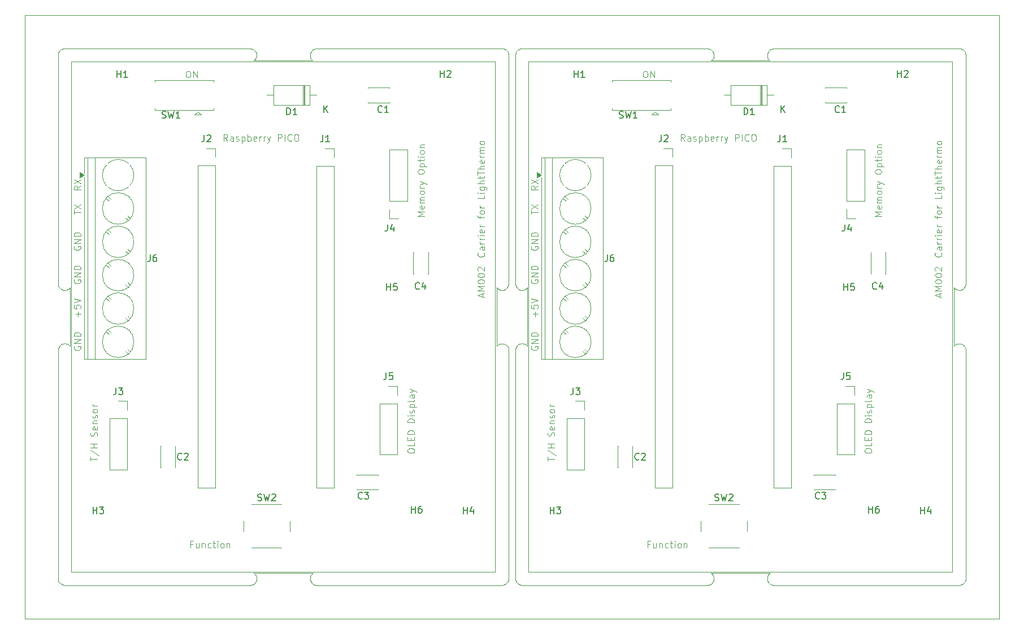
<source format=gbr>
G04 #@! TF.GenerationSoftware,KiCad,Pcbnew,9.0.0*
G04 #@! TF.CreationDate,2025-03-16T21:50:12+01:00*
G04 #@! TF.ProjectId,lightThermo_panel,6c696768-7454-4686-9572-6d6f5f70616e,1.1*
G04 #@! TF.SameCoordinates,PX3f9c2e0PY1312d00*
G04 #@! TF.FileFunction,Legend,Top*
G04 #@! TF.FilePolarity,Positive*
%FSLAX46Y46*%
G04 Gerber Fmt 4.6, Leading zero omitted, Abs format (unit mm)*
G04 Created by KiCad (PCBNEW 9.0.0) date 2025-03-16 21:50:12*
%MOMM*%
%LPD*%
G01*
G04 APERTURE LIST*
%ADD10C,0.100000*%
%ADD11C,0.150000*%
%ADD12C,0.120000*%
G04 #@! TA.AperFunction,Profile*
%ADD13C,0.100000*%
G04 #@! TD*
G04 APERTURE END LIST*
D10*
X30375312Y-18872419D02*
X30041979Y-18396228D01*
X29803884Y-18872419D02*
X29803884Y-17872419D01*
X29803884Y-17872419D02*
X30184836Y-17872419D01*
X30184836Y-17872419D02*
X30280074Y-17920038D01*
X30280074Y-17920038D02*
X30327693Y-17967657D01*
X30327693Y-17967657D02*
X30375312Y-18062895D01*
X30375312Y-18062895D02*
X30375312Y-18205752D01*
X30375312Y-18205752D02*
X30327693Y-18300990D01*
X30327693Y-18300990D02*
X30280074Y-18348609D01*
X30280074Y-18348609D02*
X30184836Y-18396228D01*
X30184836Y-18396228D02*
X29803884Y-18396228D01*
X31232455Y-18872419D02*
X31232455Y-18348609D01*
X31232455Y-18348609D02*
X31184836Y-18253371D01*
X31184836Y-18253371D02*
X31089598Y-18205752D01*
X31089598Y-18205752D02*
X30899122Y-18205752D01*
X30899122Y-18205752D02*
X30803884Y-18253371D01*
X31232455Y-18824800D02*
X31137217Y-18872419D01*
X31137217Y-18872419D02*
X30899122Y-18872419D01*
X30899122Y-18872419D02*
X30803884Y-18824800D01*
X30803884Y-18824800D02*
X30756265Y-18729561D01*
X30756265Y-18729561D02*
X30756265Y-18634323D01*
X30756265Y-18634323D02*
X30803884Y-18539085D01*
X30803884Y-18539085D02*
X30899122Y-18491466D01*
X30899122Y-18491466D02*
X31137217Y-18491466D01*
X31137217Y-18491466D02*
X31232455Y-18443847D01*
X31661027Y-18824800D02*
X31756265Y-18872419D01*
X31756265Y-18872419D02*
X31946741Y-18872419D01*
X31946741Y-18872419D02*
X32041979Y-18824800D01*
X32041979Y-18824800D02*
X32089598Y-18729561D01*
X32089598Y-18729561D02*
X32089598Y-18681942D01*
X32089598Y-18681942D02*
X32041979Y-18586704D01*
X32041979Y-18586704D02*
X31946741Y-18539085D01*
X31946741Y-18539085D02*
X31803884Y-18539085D01*
X31803884Y-18539085D02*
X31708646Y-18491466D01*
X31708646Y-18491466D02*
X31661027Y-18396228D01*
X31661027Y-18396228D02*
X31661027Y-18348609D01*
X31661027Y-18348609D02*
X31708646Y-18253371D01*
X31708646Y-18253371D02*
X31803884Y-18205752D01*
X31803884Y-18205752D02*
X31946741Y-18205752D01*
X31946741Y-18205752D02*
X32041979Y-18253371D01*
X32518170Y-18205752D02*
X32518170Y-19205752D01*
X32518170Y-18253371D02*
X32613408Y-18205752D01*
X32613408Y-18205752D02*
X32803884Y-18205752D01*
X32803884Y-18205752D02*
X32899122Y-18253371D01*
X32899122Y-18253371D02*
X32946741Y-18300990D01*
X32946741Y-18300990D02*
X32994360Y-18396228D01*
X32994360Y-18396228D02*
X32994360Y-18681942D01*
X32994360Y-18681942D02*
X32946741Y-18777180D01*
X32946741Y-18777180D02*
X32899122Y-18824800D01*
X32899122Y-18824800D02*
X32803884Y-18872419D01*
X32803884Y-18872419D02*
X32613408Y-18872419D01*
X32613408Y-18872419D02*
X32518170Y-18824800D01*
X33422932Y-18872419D02*
X33422932Y-17872419D01*
X33422932Y-18253371D02*
X33518170Y-18205752D01*
X33518170Y-18205752D02*
X33708646Y-18205752D01*
X33708646Y-18205752D02*
X33803884Y-18253371D01*
X33803884Y-18253371D02*
X33851503Y-18300990D01*
X33851503Y-18300990D02*
X33899122Y-18396228D01*
X33899122Y-18396228D02*
X33899122Y-18681942D01*
X33899122Y-18681942D02*
X33851503Y-18777180D01*
X33851503Y-18777180D02*
X33803884Y-18824800D01*
X33803884Y-18824800D02*
X33708646Y-18872419D01*
X33708646Y-18872419D02*
X33518170Y-18872419D01*
X33518170Y-18872419D02*
X33422932Y-18824800D01*
X34708646Y-18824800D02*
X34613408Y-18872419D01*
X34613408Y-18872419D02*
X34422932Y-18872419D01*
X34422932Y-18872419D02*
X34327694Y-18824800D01*
X34327694Y-18824800D02*
X34280075Y-18729561D01*
X34280075Y-18729561D02*
X34280075Y-18348609D01*
X34280075Y-18348609D02*
X34327694Y-18253371D01*
X34327694Y-18253371D02*
X34422932Y-18205752D01*
X34422932Y-18205752D02*
X34613408Y-18205752D01*
X34613408Y-18205752D02*
X34708646Y-18253371D01*
X34708646Y-18253371D02*
X34756265Y-18348609D01*
X34756265Y-18348609D02*
X34756265Y-18443847D01*
X34756265Y-18443847D02*
X34280075Y-18539085D01*
X35184837Y-18872419D02*
X35184837Y-18205752D01*
X35184837Y-18396228D02*
X35232456Y-18300990D01*
X35232456Y-18300990D02*
X35280075Y-18253371D01*
X35280075Y-18253371D02*
X35375313Y-18205752D01*
X35375313Y-18205752D02*
X35470551Y-18205752D01*
X35803885Y-18872419D02*
X35803885Y-18205752D01*
X35803885Y-18396228D02*
X35851504Y-18300990D01*
X35851504Y-18300990D02*
X35899123Y-18253371D01*
X35899123Y-18253371D02*
X35994361Y-18205752D01*
X35994361Y-18205752D02*
X36089599Y-18205752D01*
X36327695Y-18205752D02*
X36565790Y-18872419D01*
X36803885Y-18205752D02*
X36565790Y-18872419D01*
X36565790Y-18872419D02*
X36470552Y-19110514D01*
X36470552Y-19110514D02*
X36422933Y-19158133D01*
X36422933Y-19158133D02*
X36327695Y-19205752D01*
X37946743Y-18872419D02*
X37946743Y-17872419D01*
X37946743Y-17872419D02*
X38327695Y-17872419D01*
X38327695Y-17872419D02*
X38422933Y-17920038D01*
X38422933Y-17920038D02*
X38470552Y-17967657D01*
X38470552Y-17967657D02*
X38518171Y-18062895D01*
X38518171Y-18062895D02*
X38518171Y-18205752D01*
X38518171Y-18205752D02*
X38470552Y-18300990D01*
X38470552Y-18300990D02*
X38422933Y-18348609D01*
X38422933Y-18348609D02*
X38327695Y-18396228D01*
X38327695Y-18396228D02*
X37946743Y-18396228D01*
X38946743Y-18872419D02*
X38946743Y-17872419D01*
X39994361Y-18777180D02*
X39946742Y-18824800D01*
X39946742Y-18824800D02*
X39803885Y-18872419D01*
X39803885Y-18872419D02*
X39708647Y-18872419D01*
X39708647Y-18872419D02*
X39565790Y-18824800D01*
X39565790Y-18824800D02*
X39470552Y-18729561D01*
X39470552Y-18729561D02*
X39422933Y-18634323D01*
X39422933Y-18634323D02*
X39375314Y-18443847D01*
X39375314Y-18443847D02*
X39375314Y-18300990D01*
X39375314Y-18300990D02*
X39422933Y-18110514D01*
X39422933Y-18110514D02*
X39470552Y-18015276D01*
X39470552Y-18015276D02*
X39565790Y-17920038D01*
X39565790Y-17920038D02*
X39708647Y-17872419D01*
X39708647Y-17872419D02*
X39803885Y-17872419D01*
X39803885Y-17872419D02*
X39946742Y-17920038D01*
X39946742Y-17920038D02*
X39994361Y-17967657D01*
X40613409Y-17872419D02*
X40803885Y-17872419D01*
X40803885Y-17872419D02*
X40899123Y-17920038D01*
X40899123Y-17920038D02*
X40994361Y-18015276D01*
X40994361Y-18015276D02*
X41041980Y-18205752D01*
X41041980Y-18205752D02*
X41041980Y-18539085D01*
X41041980Y-18539085D02*
X40994361Y-18729561D01*
X40994361Y-18729561D02*
X40899123Y-18824800D01*
X40899123Y-18824800D02*
X40803885Y-18872419D01*
X40803885Y-18872419D02*
X40613409Y-18872419D01*
X40613409Y-18872419D02*
X40518171Y-18824800D01*
X40518171Y-18824800D02*
X40422933Y-18729561D01*
X40422933Y-18729561D02*
X40375314Y-18539085D01*
X40375314Y-18539085D02*
X40375314Y-18205752D01*
X40375314Y-18205752D02*
X40422933Y-18015276D01*
X40422933Y-18015276D02*
X40518171Y-17920038D01*
X40518171Y-17920038D02*
X40613409Y-17872419D01*
X59872419Y-30146115D02*
X58872419Y-30146115D01*
X58872419Y-30146115D02*
X59586704Y-29812782D01*
X59586704Y-29812782D02*
X58872419Y-29479449D01*
X58872419Y-29479449D02*
X59872419Y-29479449D01*
X59824800Y-28622306D02*
X59872419Y-28717544D01*
X59872419Y-28717544D02*
X59872419Y-28908020D01*
X59872419Y-28908020D02*
X59824800Y-29003258D01*
X59824800Y-29003258D02*
X59729561Y-29050877D01*
X59729561Y-29050877D02*
X59348609Y-29050877D01*
X59348609Y-29050877D02*
X59253371Y-29003258D01*
X59253371Y-29003258D02*
X59205752Y-28908020D01*
X59205752Y-28908020D02*
X59205752Y-28717544D01*
X59205752Y-28717544D02*
X59253371Y-28622306D01*
X59253371Y-28622306D02*
X59348609Y-28574687D01*
X59348609Y-28574687D02*
X59443847Y-28574687D01*
X59443847Y-28574687D02*
X59539085Y-29050877D01*
X59872419Y-28146115D02*
X59205752Y-28146115D01*
X59300990Y-28146115D02*
X59253371Y-28098496D01*
X59253371Y-28098496D02*
X59205752Y-28003258D01*
X59205752Y-28003258D02*
X59205752Y-27860401D01*
X59205752Y-27860401D02*
X59253371Y-27765163D01*
X59253371Y-27765163D02*
X59348609Y-27717544D01*
X59348609Y-27717544D02*
X59872419Y-27717544D01*
X59348609Y-27717544D02*
X59253371Y-27669925D01*
X59253371Y-27669925D02*
X59205752Y-27574687D01*
X59205752Y-27574687D02*
X59205752Y-27431830D01*
X59205752Y-27431830D02*
X59253371Y-27336591D01*
X59253371Y-27336591D02*
X59348609Y-27288972D01*
X59348609Y-27288972D02*
X59872419Y-27288972D01*
X59872419Y-26669925D02*
X59824800Y-26765163D01*
X59824800Y-26765163D02*
X59777180Y-26812782D01*
X59777180Y-26812782D02*
X59681942Y-26860401D01*
X59681942Y-26860401D02*
X59396228Y-26860401D01*
X59396228Y-26860401D02*
X59300990Y-26812782D01*
X59300990Y-26812782D02*
X59253371Y-26765163D01*
X59253371Y-26765163D02*
X59205752Y-26669925D01*
X59205752Y-26669925D02*
X59205752Y-26527068D01*
X59205752Y-26527068D02*
X59253371Y-26431830D01*
X59253371Y-26431830D02*
X59300990Y-26384211D01*
X59300990Y-26384211D02*
X59396228Y-26336592D01*
X59396228Y-26336592D02*
X59681942Y-26336592D01*
X59681942Y-26336592D02*
X59777180Y-26384211D01*
X59777180Y-26384211D02*
X59824800Y-26431830D01*
X59824800Y-26431830D02*
X59872419Y-26527068D01*
X59872419Y-26527068D02*
X59872419Y-26669925D01*
X59872419Y-25908020D02*
X59205752Y-25908020D01*
X59396228Y-25908020D02*
X59300990Y-25860401D01*
X59300990Y-25860401D02*
X59253371Y-25812782D01*
X59253371Y-25812782D02*
X59205752Y-25717544D01*
X59205752Y-25717544D02*
X59205752Y-25622306D01*
X59205752Y-25384210D02*
X59872419Y-25146115D01*
X59205752Y-24908020D02*
X59872419Y-25146115D01*
X59872419Y-25146115D02*
X60110514Y-25241353D01*
X60110514Y-25241353D02*
X60158133Y-25288972D01*
X60158133Y-25288972D02*
X60205752Y-25384210D01*
X58872419Y-23574686D02*
X58872419Y-23384210D01*
X58872419Y-23384210D02*
X58920038Y-23288972D01*
X58920038Y-23288972D02*
X59015276Y-23193734D01*
X59015276Y-23193734D02*
X59205752Y-23146115D01*
X59205752Y-23146115D02*
X59539085Y-23146115D01*
X59539085Y-23146115D02*
X59729561Y-23193734D01*
X59729561Y-23193734D02*
X59824800Y-23288972D01*
X59824800Y-23288972D02*
X59872419Y-23384210D01*
X59872419Y-23384210D02*
X59872419Y-23574686D01*
X59872419Y-23574686D02*
X59824800Y-23669924D01*
X59824800Y-23669924D02*
X59729561Y-23765162D01*
X59729561Y-23765162D02*
X59539085Y-23812781D01*
X59539085Y-23812781D02*
X59205752Y-23812781D01*
X59205752Y-23812781D02*
X59015276Y-23765162D01*
X59015276Y-23765162D02*
X58920038Y-23669924D01*
X58920038Y-23669924D02*
X58872419Y-23574686D01*
X59205752Y-22717543D02*
X60205752Y-22717543D01*
X59253371Y-22717543D02*
X59205752Y-22622305D01*
X59205752Y-22622305D02*
X59205752Y-22431829D01*
X59205752Y-22431829D02*
X59253371Y-22336591D01*
X59253371Y-22336591D02*
X59300990Y-22288972D01*
X59300990Y-22288972D02*
X59396228Y-22241353D01*
X59396228Y-22241353D02*
X59681942Y-22241353D01*
X59681942Y-22241353D02*
X59777180Y-22288972D01*
X59777180Y-22288972D02*
X59824800Y-22336591D01*
X59824800Y-22336591D02*
X59872419Y-22431829D01*
X59872419Y-22431829D02*
X59872419Y-22622305D01*
X59872419Y-22622305D02*
X59824800Y-22717543D01*
X59205752Y-21955638D02*
X59205752Y-21574686D01*
X58872419Y-21812781D02*
X59729561Y-21812781D01*
X59729561Y-21812781D02*
X59824800Y-21765162D01*
X59824800Y-21765162D02*
X59872419Y-21669924D01*
X59872419Y-21669924D02*
X59872419Y-21574686D01*
X59872419Y-21241352D02*
X59205752Y-21241352D01*
X58872419Y-21241352D02*
X58920038Y-21288971D01*
X58920038Y-21288971D02*
X58967657Y-21241352D01*
X58967657Y-21241352D02*
X58920038Y-21193733D01*
X58920038Y-21193733D02*
X58872419Y-21241352D01*
X58872419Y-21241352D02*
X58967657Y-21241352D01*
X59872419Y-20622305D02*
X59824800Y-20717543D01*
X59824800Y-20717543D02*
X59777180Y-20765162D01*
X59777180Y-20765162D02*
X59681942Y-20812781D01*
X59681942Y-20812781D02*
X59396228Y-20812781D01*
X59396228Y-20812781D02*
X59300990Y-20765162D01*
X59300990Y-20765162D02*
X59253371Y-20717543D01*
X59253371Y-20717543D02*
X59205752Y-20622305D01*
X59205752Y-20622305D02*
X59205752Y-20479448D01*
X59205752Y-20479448D02*
X59253371Y-20384210D01*
X59253371Y-20384210D02*
X59300990Y-20336591D01*
X59300990Y-20336591D02*
X59396228Y-20288972D01*
X59396228Y-20288972D02*
X59681942Y-20288972D01*
X59681942Y-20288972D02*
X59777180Y-20336591D01*
X59777180Y-20336591D02*
X59824800Y-20384210D01*
X59824800Y-20384210D02*
X59872419Y-20479448D01*
X59872419Y-20479448D02*
X59872419Y-20622305D01*
X59205752Y-19860400D02*
X59872419Y-19860400D01*
X59300990Y-19860400D02*
X59253371Y-19812781D01*
X59253371Y-19812781D02*
X59205752Y-19717543D01*
X59205752Y-19717543D02*
X59205752Y-19574686D01*
X59205752Y-19574686D02*
X59253371Y-19479448D01*
X59253371Y-19479448D02*
X59348609Y-19431829D01*
X59348609Y-19431829D02*
X59872419Y-19431829D01*
X8372419Y-25624687D02*
X7896228Y-25958020D01*
X8372419Y-26196115D02*
X7372419Y-26196115D01*
X7372419Y-26196115D02*
X7372419Y-25815163D01*
X7372419Y-25815163D02*
X7420038Y-25719925D01*
X7420038Y-25719925D02*
X7467657Y-25672306D01*
X7467657Y-25672306D02*
X7562895Y-25624687D01*
X7562895Y-25624687D02*
X7705752Y-25624687D01*
X7705752Y-25624687D02*
X7800990Y-25672306D01*
X7800990Y-25672306D02*
X7848609Y-25719925D01*
X7848609Y-25719925D02*
X7896228Y-25815163D01*
X7896228Y-25815163D02*
X7896228Y-26196115D01*
X7372419Y-25291353D02*
X8372419Y-24624687D01*
X7372419Y-24624687D02*
X8372419Y-25291353D01*
X7372419Y-29838972D02*
X7372419Y-29267544D01*
X8372419Y-29553258D02*
X7372419Y-29553258D01*
X7372419Y-29029448D02*
X8372419Y-28362782D01*
X7372419Y-28362782D02*
X8372419Y-29029448D01*
X68586704Y-42243734D02*
X68586704Y-41767544D01*
X68872419Y-42338972D02*
X67872419Y-42005639D01*
X67872419Y-42005639D02*
X68872419Y-41672306D01*
X68872419Y-41338972D02*
X67872419Y-41338972D01*
X67872419Y-41338972D02*
X68586704Y-41005639D01*
X68586704Y-41005639D02*
X67872419Y-40672306D01*
X67872419Y-40672306D02*
X68872419Y-40672306D01*
X67872419Y-40005639D02*
X67872419Y-39910401D01*
X67872419Y-39910401D02*
X67920038Y-39815163D01*
X67920038Y-39815163D02*
X67967657Y-39767544D01*
X67967657Y-39767544D02*
X68062895Y-39719925D01*
X68062895Y-39719925D02*
X68253371Y-39672306D01*
X68253371Y-39672306D02*
X68491466Y-39672306D01*
X68491466Y-39672306D02*
X68681942Y-39719925D01*
X68681942Y-39719925D02*
X68777180Y-39767544D01*
X68777180Y-39767544D02*
X68824800Y-39815163D01*
X68824800Y-39815163D02*
X68872419Y-39910401D01*
X68872419Y-39910401D02*
X68872419Y-40005639D01*
X68872419Y-40005639D02*
X68824800Y-40100877D01*
X68824800Y-40100877D02*
X68777180Y-40148496D01*
X68777180Y-40148496D02*
X68681942Y-40196115D01*
X68681942Y-40196115D02*
X68491466Y-40243734D01*
X68491466Y-40243734D02*
X68253371Y-40243734D01*
X68253371Y-40243734D02*
X68062895Y-40196115D01*
X68062895Y-40196115D02*
X67967657Y-40148496D01*
X67967657Y-40148496D02*
X67920038Y-40100877D01*
X67920038Y-40100877D02*
X67872419Y-40005639D01*
X67872419Y-39053258D02*
X67872419Y-38958020D01*
X67872419Y-38958020D02*
X67920038Y-38862782D01*
X67920038Y-38862782D02*
X67967657Y-38815163D01*
X67967657Y-38815163D02*
X68062895Y-38767544D01*
X68062895Y-38767544D02*
X68253371Y-38719925D01*
X68253371Y-38719925D02*
X68491466Y-38719925D01*
X68491466Y-38719925D02*
X68681942Y-38767544D01*
X68681942Y-38767544D02*
X68777180Y-38815163D01*
X68777180Y-38815163D02*
X68824800Y-38862782D01*
X68824800Y-38862782D02*
X68872419Y-38958020D01*
X68872419Y-38958020D02*
X68872419Y-39053258D01*
X68872419Y-39053258D02*
X68824800Y-39148496D01*
X68824800Y-39148496D02*
X68777180Y-39196115D01*
X68777180Y-39196115D02*
X68681942Y-39243734D01*
X68681942Y-39243734D02*
X68491466Y-39291353D01*
X68491466Y-39291353D02*
X68253371Y-39291353D01*
X68253371Y-39291353D02*
X68062895Y-39243734D01*
X68062895Y-39243734D02*
X67967657Y-39196115D01*
X67967657Y-39196115D02*
X67920038Y-39148496D01*
X67920038Y-39148496D02*
X67872419Y-39053258D01*
X67967657Y-38338972D02*
X67920038Y-38291353D01*
X67920038Y-38291353D02*
X67872419Y-38196115D01*
X67872419Y-38196115D02*
X67872419Y-37958020D01*
X67872419Y-37958020D02*
X67920038Y-37862782D01*
X67920038Y-37862782D02*
X67967657Y-37815163D01*
X67967657Y-37815163D02*
X68062895Y-37767544D01*
X68062895Y-37767544D02*
X68158133Y-37767544D01*
X68158133Y-37767544D02*
X68300990Y-37815163D01*
X68300990Y-37815163D02*
X68872419Y-38386591D01*
X68872419Y-38386591D02*
X68872419Y-37767544D01*
X75872419Y-29838972D02*
X75872419Y-29267544D01*
X76872419Y-29553258D02*
X75872419Y-29553258D01*
X75872419Y-29029448D02*
X76872419Y-28362782D01*
X75872419Y-28362782D02*
X76872419Y-29029448D01*
X93637217Y-79348609D02*
X93303884Y-79348609D01*
X93303884Y-79872419D02*
X93303884Y-78872419D01*
X93303884Y-78872419D02*
X93780074Y-78872419D01*
X94589598Y-79205752D02*
X94589598Y-79872419D01*
X94161027Y-79205752D02*
X94161027Y-79729561D01*
X94161027Y-79729561D02*
X94208646Y-79824800D01*
X94208646Y-79824800D02*
X94303884Y-79872419D01*
X94303884Y-79872419D02*
X94446741Y-79872419D01*
X94446741Y-79872419D02*
X94541979Y-79824800D01*
X94541979Y-79824800D02*
X94589598Y-79777180D01*
X95065789Y-79205752D02*
X95065789Y-79872419D01*
X95065789Y-79300990D02*
X95113408Y-79253371D01*
X95113408Y-79253371D02*
X95208646Y-79205752D01*
X95208646Y-79205752D02*
X95351503Y-79205752D01*
X95351503Y-79205752D02*
X95446741Y-79253371D01*
X95446741Y-79253371D02*
X95494360Y-79348609D01*
X95494360Y-79348609D02*
X95494360Y-79872419D01*
X96399122Y-79824800D02*
X96303884Y-79872419D01*
X96303884Y-79872419D02*
X96113408Y-79872419D01*
X96113408Y-79872419D02*
X96018170Y-79824800D01*
X96018170Y-79824800D02*
X95970551Y-79777180D01*
X95970551Y-79777180D02*
X95922932Y-79681942D01*
X95922932Y-79681942D02*
X95922932Y-79396228D01*
X95922932Y-79396228D02*
X95970551Y-79300990D01*
X95970551Y-79300990D02*
X96018170Y-79253371D01*
X96018170Y-79253371D02*
X96113408Y-79205752D01*
X96113408Y-79205752D02*
X96303884Y-79205752D01*
X96303884Y-79205752D02*
X96399122Y-79253371D01*
X96684837Y-79205752D02*
X97065789Y-79205752D01*
X96827694Y-78872419D02*
X96827694Y-79729561D01*
X96827694Y-79729561D02*
X96875313Y-79824800D01*
X96875313Y-79824800D02*
X96970551Y-79872419D01*
X96970551Y-79872419D02*
X97065789Y-79872419D01*
X97399123Y-79872419D02*
X97399123Y-79205752D01*
X97399123Y-78872419D02*
X97351504Y-78920038D01*
X97351504Y-78920038D02*
X97399123Y-78967657D01*
X97399123Y-78967657D02*
X97446742Y-78920038D01*
X97446742Y-78920038D02*
X97399123Y-78872419D01*
X97399123Y-78872419D02*
X97399123Y-78967657D01*
X98018170Y-79872419D02*
X97922932Y-79824800D01*
X97922932Y-79824800D02*
X97875313Y-79777180D01*
X97875313Y-79777180D02*
X97827694Y-79681942D01*
X97827694Y-79681942D02*
X97827694Y-79396228D01*
X97827694Y-79396228D02*
X97875313Y-79300990D01*
X97875313Y-79300990D02*
X97922932Y-79253371D01*
X97922932Y-79253371D02*
X98018170Y-79205752D01*
X98018170Y-79205752D02*
X98161027Y-79205752D01*
X98161027Y-79205752D02*
X98256265Y-79253371D01*
X98256265Y-79253371D02*
X98303884Y-79300990D01*
X98303884Y-79300990D02*
X98351503Y-79396228D01*
X98351503Y-79396228D02*
X98351503Y-79681942D01*
X98351503Y-79681942D02*
X98303884Y-79777180D01*
X98303884Y-79777180D02*
X98256265Y-79824800D01*
X98256265Y-79824800D02*
X98161027Y-79872419D01*
X98161027Y-79872419D02*
X98018170Y-79872419D01*
X98780075Y-79205752D02*
X98780075Y-79872419D01*
X98780075Y-79300990D02*
X98827694Y-79253371D01*
X98827694Y-79253371D02*
X98922932Y-79205752D01*
X98922932Y-79205752D02*
X99065789Y-79205752D01*
X99065789Y-79205752D02*
X99161027Y-79253371D01*
X99161027Y-79253371D02*
X99208646Y-79348609D01*
X99208646Y-79348609D02*
X99208646Y-79872419D01*
X76491466Y-45196115D02*
X76491466Y-44434211D01*
X76872419Y-44815163D02*
X76110514Y-44815163D01*
X75872419Y-43481830D02*
X75872419Y-43958020D01*
X75872419Y-43958020D02*
X76348609Y-44005639D01*
X76348609Y-44005639D02*
X76300990Y-43958020D01*
X76300990Y-43958020D02*
X76253371Y-43862782D01*
X76253371Y-43862782D02*
X76253371Y-43624687D01*
X76253371Y-43624687D02*
X76300990Y-43529449D01*
X76300990Y-43529449D02*
X76348609Y-43481830D01*
X76348609Y-43481830D02*
X76443847Y-43434211D01*
X76443847Y-43434211D02*
X76681942Y-43434211D01*
X76681942Y-43434211D02*
X76777180Y-43481830D01*
X76777180Y-43481830D02*
X76824800Y-43529449D01*
X76824800Y-43529449D02*
X76872419Y-43624687D01*
X76872419Y-43624687D02*
X76872419Y-43862782D01*
X76872419Y-43862782D02*
X76824800Y-43958020D01*
X76824800Y-43958020D02*
X76777180Y-44005639D01*
X75872419Y-43148496D02*
X76872419Y-42815163D01*
X76872419Y-42815163D02*
X75872419Y-42481830D01*
X25137217Y-79348609D02*
X24803884Y-79348609D01*
X24803884Y-79872419D02*
X24803884Y-78872419D01*
X24803884Y-78872419D02*
X25280074Y-78872419D01*
X26089598Y-79205752D02*
X26089598Y-79872419D01*
X25661027Y-79205752D02*
X25661027Y-79729561D01*
X25661027Y-79729561D02*
X25708646Y-79824800D01*
X25708646Y-79824800D02*
X25803884Y-79872419D01*
X25803884Y-79872419D02*
X25946741Y-79872419D01*
X25946741Y-79872419D02*
X26041979Y-79824800D01*
X26041979Y-79824800D02*
X26089598Y-79777180D01*
X26565789Y-79205752D02*
X26565789Y-79872419D01*
X26565789Y-79300990D02*
X26613408Y-79253371D01*
X26613408Y-79253371D02*
X26708646Y-79205752D01*
X26708646Y-79205752D02*
X26851503Y-79205752D01*
X26851503Y-79205752D02*
X26946741Y-79253371D01*
X26946741Y-79253371D02*
X26994360Y-79348609D01*
X26994360Y-79348609D02*
X26994360Y-79872419D01*
X27899122Y-79824800D02*
X27803884Y-79872419D01*
X27803884Y-79872419D02*
X27613408Y-79872419D01*
X27613408Y-79872419D02*
X27518170Y-79824800D01*
X27518170Y-79824800D02*
X27470551Y-79777180D01*
X27470551Y-79777180D02*
X27422932Y-79681942D01*
X27422932Y-79681942D02*
X27422932Y-79396228D01*
X27422932Y-79396228D02*
X27470551Y-79300990D01*
X27470551Y-79300990D02*
X27518170Y-79253371D01*
X27518170Y-79253371D02*
X27613408Y-79205752D01*
X27613408Y-79205752D02*
X27803884Y-79205752D01*
X27803884Y-79205752D02*
X27899122Y-79253371D01*
X28184837Y-79205752D02*
X28565789Y-79205752D01*
X28327694Y-78872419D02*
X28327694Y-79729561D01*
X28327694Y-79729561D02*
X28375313Y-79824800D01*
X28375313Y-79824800D02*
X28470551Y-79872419D01*
X28470551Y-79872419D02*
X28565789Y-79872419D01*
X28899123Y-79872419D02*
X28899123Y-79205752D01*
X28899123Y-78872419D02*
X28851504Y-78920038D01*
X28851504Y-78920038D02*
X28899123Y-78967657D01*
X28899123Y-78967657D02*
X28946742Y-78920038D01*
X28946742Y-78920038D02*
X28899123Y-78872419D01*
X28899123Y-78872419D02*
X28899123Y-78967657D01*
X29518170Y-79872419D02*
X29422932Y-79824800D01*
X29422932Y-79824800D02*
X29375313Y-79777180D01*
X29375313Y-79777180D02*
X29327694Y-79681942D01*
X29327694Y-79681942D02*
X29327694Y-79396228D01*
X29327694Y-79396228D02*
X29375313Y-79300990D01*
X29375313Y-79300990D02*
X29422932Y-79253371D01*
X29422932Y-79253371D02*
X29518170Y-79205752D01*
X29518170Y-79205752D02*
X29661027Y-79205752D01*
X29661027Y-79205752D02*
X29756265Y-79253371D01*
X29756265Y-79253371D02*
X29803884Y-79300990D01*
X29803884Y-79300990D02*
X29851503Y-79396228D01*
X29851503Y-79396228D02*
X29851503Y-79681942D01*
X29851503Y-79681942D02*
X29803884Y-79777180D01*
X29803884Y-79777180D02*
X29756265Y-79824800D01*
X29756265Y-79824800D02*
X29661027Y-79872419D01*
X29661027Y-79872419D02*
X29518170Y-79872419D01*
X30280075Y-79205752D02*
X30280075Y-79872419D01*
X30280075Y-79300990D02*
X30327694Y-79253371D01*
X30327694Y-79253371D02*
X30422932Y-79205752D01*
X30422932Y-79205752D02*
X30565789Y-79205752D01*
X30565789Y-79205752D02*
X30661027Y-79253371D01*
X30661027Y-79253371D02*
X30708646Y-79348609D01*
X30708646Y-79348609D02*
X30708646Y-79872419D01*
X57372419Y-65415639D02*
X57372419Y-65225163D01*
X57372419Y-65225163D02*
X57420038Y-65129925D01*
X57420038Y-65129925D02*
X57515276Y-65034687D01*
X57515276Y-65034687D02*
X57705752Y-64987068D01*
X57705752Y-64987068D02*
X58039085Y-64987068D01*
X58039085Y-64987068D02*
X58229561Y-65034687D01*
X58229561Y-65034687D02*
X58324800Y-65129925D01*
X58324800Y-65129925D02*
X58372419Y-65225163D01*
X58372419Y-65225163D02*
X58372419Y-65415639D01*
X58372419Y-65415639D02*
X58324800Y-65510877D01*
X58324800Y-65510877D02*
X58229561Y-65606115D01*
X58229561Y-65606115D02*
X58039085Y-65653734D01*
X58039085Y-65653734D02*
X57705752Y-65653734D01*
X57705752Y-65653734D02*
X57515276Y-65606115D01*
X57515276Y-65606115D02*
X57420038Y-65510877D01*
X57420038Y-65510877D02*
X57372419Y-65415639D01*
X58372419Y-64082306D02*
X58372419Y-64558496D01*
X58372419Y-64558496D02*
X57372419Y-64558496D01*
X57848609Y-63748972D02*
X57848609Y-63415639D01*
X58372419Y-63272782D02*
X58372419Y-63748972D01*
X58372419Y-63748972D02*
X57372419Y-63748972D01*
X57372419Y-63748972D02*
X57372419Y-63272782D01*
X58372419Y-62844210D02*
X57372419Y-62844210D01*
X57372419Y-62844210D02*
X57372419Y-62606115D01*
X57372419Y-62606115D02*
X57420038Y-62463258D01*
X57420038Y-62463258D02*
X57515276Y-62368020D01*
X57515276Y-62368020D02*
X57610514Y-62320401D01*
X57610514Y-62320401D02*
X57800990Y-62272782D01*
X57800990Y-62272782D02*
X57943847Y-62272782D01*
X57943847Y-62272782D02*
X58134323Y-62320401D01*
X58134323Y-62320401D02*
X58229561Y-62368020D01*
X58229561Y-62368020D02*
X58324800Y-62463258D01*
X58324800Y-62463258D02*
X58372419Y-62606115D01*
X58372419Y-62606115D02*
X58372419Y-62844210D01*
X58372419Y-61082305D02*
X57372419Y-61082305D01*
X57372419Y-61082305D02*
X57372419Y-60844210D01*
X57372419Y-60844210D02*
X57420038Y-60701353D01*
X57420038Y-60701353D02*
X57515276Y-60606115D01*
X57515276Y-60606115D02*
X57610514Y-60558496D01*
X57610514Y-60558496D02*
X57800990Y-60510877D01*
X57800990Y-60510877D02*
X57943847Y-60510877D01*
X57943847Y-60510877D02*
X58134323Y-60558496D01*
X58134323Y-60558496D02*
X58229561Y-60606115D01*
X58229561Y-60606115D02*
X58324800Y-60701353D01*
X58324800Y-60701353D02*
X58372419Y-60844210D01*
X58372419Y-60844210D02*
X58372419Y-61082305D01*
X58372419Y-60082305D02*
X57705752Y-60082305D01*
X57372419Y-60082305D02*
X57420038Y-60129924D01*
X57420038Y-60129924D02*
X57467657Y-60082305D01*
X57467657Y-60082305D02*
X57420038Y-60034686D01*
X57420038Y-60034686D02*
X57372419Y-60082305D01*
X57372419Y-60082305D02*
X57467657Y-60082305D01*
X58324800Y-59653734D02*
X58372419Y-59558496D01*
X58372419Y-59558496D02*
X58372419Y-59368020D01*
X58372419Y-59368020D02*
X58324800Y-59272782D01*
X58324800Y-59272782D02*
X58229561Y-59225163D01*
X58229561Y-59225163D02*
X58181942Y-59225163D01*
X58181942Y-59225163D02*
X58086704Y-59272782D01*
X58086704Y-59272782D02*
X58039085Y-59368020D01*
X58039085Y-59368020D02*
X58039085Y-59510877D01*
X58039085Y-59510877D02*
X57991466Y-59606115D01*
X57991466Y-59606115D02*
X57896228Y-59653734D01*
X57896228Y-59653734D02*
X57848609Y-59653734D01*
X57848609Y-59653734D02*
X57753371Y-59606115D01*
X57753371Y-59606115D02*
X57705752Y-59510877D01*
X57705752Y-59510877D02*
X57705752Y-59368020D01*
X57705752Y-59368020D02*
X57753371Y-59272782D01*
X57705752Y-58796591D02*
X58705752Y-58796591D01*
X57753371Y-58796591D02*
X57705752Y-58701353D01*
X57705752Y-58701353D02*
X57705752Y-58510877D01*
X57705752Y-58510877D02*
X57753371Y-58415639D01*
X57753371Y-58415639D02*
X57800990Y-58368020D01*
X57800990Y-58368020D02*
X57896228Y-58320401D01*
X57896228Y-58320401D02*
X58181942Y-58320401D01*
X58181942Y-58320401D02*
X58277180Y-58368020D01*
X58277180Y-58368020D02*
X58324800Y-58415639D01*
X58324800Y-58415639D02*
X58372419Y-58510877D01*
X58372419Y-58510877D02*
X58372419Y-58701353D01*
X58372419Y-58701353D02*
X58324800Y-58796591D01*
X58372419Y-57748972D02*
X58324800Y-57844210D01*
X58324800Y-57844210D02*
X58229561Y-57891829D01*
X58229561Y-57891829D02*
X57372419Y-57891829D01*
X58372419Y-56939448D02*
X57848609Y-56939448D01*
X57848609Y-56939448D02*
X57753371Y-56987067D01*
X57753371Y-56987067D02*
X57705752Y-57082305D01*
X57705752Y-57082305D02*
X57705752Y-57272781D01*
X57705752Y-57272781D02*
X57753371Y-57368019D01*
X58324800Y-56939448D02*
X58372419Y-57034686D01*
X58372419Y-57034686D02*
X58372419Y-57272781D01*
X58372419Y-57272781D02*
X58324800Y-57368019D01*
X58324800Y-57368019D02*
X58229561Y-57415638D01*
X58229561Y-57415638D02*
X58134323Y-57415638D01*
X58134323Y-57415638D02*
X58039085Y-57368019D01*
X58039085Y-57368019D02*
X57991466Y-57272781D01*
X57991466Y-57272781D02*
X57991466Y-57034686D01*
X57991466Y-57034686D02*
X57943847Y-56939448D01*
X57705752Y-56558495D02*
X58372419Y-56320400D01*
X57705752Y-56082305D02*
X58372419Y-56320400D01*
X58372419Y-56320400D02*
X58610514Y-56415638D01*
X58610514Y-56415638D02*
X58658133Y-56463257D01*
X58658133Y-56463257D02*
X58705752Y-56558495D01*
X75920038Y-34672306D02*
X75872419Y-34767544D01*
X75872419Y-34767544D02*
X75872419Y-34910401D01*
X75872419Y-34910401D02*
X75920038Y-35053258D01*
X75920038Y-35053258D02*
X76015276Y-35148496D01*
X76015276Y-35148496D02*
X76110514Y-35196115D01*
X76110514Y-35196115D02*
X76300990Y-35243734D01*
X76300990Y-35243734D02*
X76443847Y-35243734D01*
X76443847Y-35243734D02*
X76634323Y-35196115D01*
X76634323Y-35196115D02*
X76729561Y-35148496D01*
X76729561Y-35148496D02*
X76824800Y-35053258D01*
X76824800Y-35053258D02*
X76872419Y-34910401D01*
X76872419Y-34910401D02*
X76872419Y-34815163D01*
X76872419Y-34815163D02*
X76824800Y-34672306D01*
X76824800Y-34672306D02*
X76777180Y-34624687D01*
X76777180Y-34624687D02*
X76443847Y-34624687D01*
X76443847Y-34624687D02*
X76443847Y-34815163D01*
X76872419Y-34196115D02*
X75872419Y-34196115D01*
X75872419Y-34196115D02*
X76872419Y-33624687D01*
X76872419Y-33624687D02*
X75872419Y-33624687D01*
X76872419Y-33148496D02*
X75872419Y-33148496D01*
X75872419Y-33148496D02*
X75872419Y-32910401D01*
X75872419Y-32910401D02*
X75920038Y-32767544D01*
X75920038Y-32767544D02*
X76015276Y-32672306D01*
X76015276Y-32672306D02*
X76110514Y-32624687D01*
X76110514Y-32624687D02*
X76300990Y-32577068D01*
X76300990Y-32577068D02*
X76443847Y-32577068D01*
X76443847Y-32577068D02*
X76634323Y-32624687D01*
X76634323Y-32624687D02*
X76729561Y-32672306D01*
X76729561Y-32672306D02*
X76824800Y-32767544D01*
X76824800Y-32767544D02*
X76872419Y-32910401D01*
X76872419Y-32910401D02*
X76872419Y-33148496D01*
X78372419Y-66838972D02*
X78372419Y-66267544D01*
X79372419Y-66553258D02*
X78372419Y-66553258D01*
X78324800Y-65219925D02*
X79610514Y-66077067D01*
X79372419Y-64886591D02*
X78372419Y-64886591D01*
X78848609Y-64886591D02*
X78848609Y-64315163D01*
X79372419Y-64315163D02*
X78372419Y-64315163D01*
X79324800Y-63124686D02*
X79372419Y-62981829D01*
X79372419Y-62981829D02*
X79372419Y-62743734D01*
X79372419Y-62743734D02*
X79324800Y-62648496D01*
X79324800Y-62648496D02*
X79277180Y-62600877D01*
X79277180Y-62600877D02*
X79181942Y-62553258D01*
X79181942Y-62553258D02*
X79086704Y-62553258D01*
X79086704Y-62553258D02*
X78991466Y-62600877D01*
X78991466Y-62600877D02*
X78943847Y-62648496D01*
X78943847Y-62648496D02*
X78896228Y-62743734D01*
X78896228Y-62743734D02*
X78848609Y-62934210D01*
X78848609Y-62934210D02*
X78800990Y-63029448D01*
X78800990Y-63029448D02*
X78753371Y-63077067D01*
X78753371Y-63077067D02*
X78658133Y-63124686D01*
X78658133Y-63124686D02*
X78562895Y-63124686D01*
X78562895Y-63124686D02*
X78467657Y-63077067D01*
X78467657Y-63077067D02*
X78420038Y-63029448D01*
X78420038Y-63029448D02*
X78372419Y-62934210D01*
X78372419Y-62934210D02*
X78372419Y-62696115D01*
X78372419Y-62696115D02*
X78420038Y-62553258D01*
X79324800Y-61743734D02*
X79372419Y-61838972D01*
X79372419Y-61838972D02*
X79372419Y-62029448D01*
X79372419Y-62029448D02*
X79324800Y-62124686D01*
X79324800Y-62124686D02*
X79229561Y-62172305D01*
X79229561Y-62172305D02*
X78848609Y-62172305D01*
X78848609Y-62172305D02*
X78753371Y-62124686D01*
X78753371Y-62124686D02*
X78705752Y-62029448D01*
X78705752Y-62029448D02*
X78705752Y-61838972D01*
X78705752Y-61838972D02*
X78753371Y-61743734D01*
X78753371Y-61743734D02*
X78848609Y-61696115D01*
X78848609Y-61696115D02*
X78943847Y-61696115D01*
X78943847Y-61696115D02*
X79039085Y-62172305D01*
X78705752Y-61267543D02*
X79372419Y-61267543D01*
X78800990Y-61267543D02*
X78753371Y-61219924D01*
X78753371Y-61219924D02*
X78705752Y-61124686D01*
X78705752Y-61124686D02*
X78705752Y-60981829D01*
X78705752Y-60981829D02*
X78753371Y-60886591D01*
X78753371Y-60886591D02*
X78848609Y-60838972D01*
X78848609Y-60838972D02*
X79372419Y-60838972D01*
X79324800Y-60410400D02*
X79372419Y-60315162D01*
X79372419Y-60315162D02*
X79372419Y-60124686D01*
X79372419Y-60124686D02*
X79324800Y-60029448D01*
X79324800Y-60029448D02*
X79229561Y-59981829D01*
X79229561Y-59981829D02*
X79181942Y-59981829D01*
X79181942Y-59981829D02*
X79086704Y-60029448D01*
X79086704Y-60029448D02*
X79039085Y-60124686D01*
X79039085Y-60124686D02*
X79039085Y-60267543D01*
X79039085Y-60267543D02*
X78991466Y-60362781D01*
X78991466Y-60362781D02*
X78896228Y-60410400D01*
X78896228Y-60410400D02*
X78848609Y-60410400D01*
X78848609Y-60410400D02*
X78753371Y-60362781D01*
X78753371Y-60362781D02*
X78705752Y-60267543D01*
X78705752Y-60267543D02*
X78705752Y-60124686D01*
X78705752Y-60124686D02*
X78753371Y-60029448D01*
X79372419Y-59410400D02*
X79324800Y-59505638D01*
X79324800Y-59505638D02*
X79277180Y-59553257D01*
X79277180Y-59553257D02*
X79181942Y-59600876D01*
X79181942Y-59600876D02*
X78896228Y-59600876D01*
X78896228Y-59600876D02*
X78800990Y-59553257D01*
X78800990Y-59553257D02*
X78753371Y-59505638D01*
X78753371Y-59505638D02*
X78705752Y-59410400D01*
X78705752Y-59410400D02*
X78705752Y-59267543D01*
X78705752Y-59267543D02*
X78753371Y-59172305D01*
X78753371Y-59172305D02*
X78800990Y-59124686D01*
X78800990Y-59124686D02*
X78896228Y-59077067D01*
X78896228Y-59077067D02*
X79181942Y-59077067D01*
X79181942Y-59077067D02*
X79277180Y-59124686D01*
X79277180Y-59124686D02*
X79324800Y-59172305D01*
X79324800Y-59172305D02*
X79372419Y-59267543D01*
X79372419Y-59267543D02*
X79372419Y-59410400D01*
X79372419Y-58648495D02*
X78705752Y-58648495D01*
X78896228Y-58648495D02*
X78800990Y-58600876D01*
X78800990Y-58600876D02*
X78753371Y-58553257D01*
X78753371Y-58553257D02*
X78705752Y-58458019D01*
X78705752Y-58458019D02*
X78705752Y-58362781D01*
X98875312Y-18872419D02*
X98541979Y-18396228D01*
X98303884Y-18872419D02*
X98303884Y-17872419D01*
X98303884Y-17872419D02*
X98684836Y-17872419D01*
X98684836Y-17872419D02*
X98780074Y-17920038D01*
X98780074Y-17920038D02*
X98827693Y-17967657D01*
X98827693Y-17967657D02*
X98875312Y-18062895D01*
X98875312Y-18062895D02*
X98875312Y-18205752D01*
X98875312Y-18205752D02*
X98827693Y-18300990D01*
X98827693Y-18300990D02*
X98780074Y-18348609D01*
X98780074Y-18348609D02*
X98684836Y-18396228D01*
X98684836Y-18396228D02*
X98303884Y-18396228D01*
X99732455Y-18872419D02*
X99732455Y-18348609D01*
X99732455Y-18348609D02*
X99684836Y-18253371D01*
X99684836Y-18253371D02*
X99589598Y-18205752D01*
X99589598Y-18205752D02*
X99399122Y-18205752D01*
X99399122Y-18205752D02*
X99303884Y-18253371D01*
X99732455Y-18824800D02*
X99637217Y-18872419D01*
X99637217Y-18872419D02*
X99399122Y-18872419D01*
X99399122Y-18872419D02*
X99303884Y-18824800D01*
X99303884Y-18824800D02*
X99256265Y-18729561D01*
X99256265Y-18729561D02*
X99256265Y-18634323D01*
X99256265Y-18634323D02*
X99303884Y-18539085D01*
X99303884Y-18539085D02*
X99399122Y-18491466D01*
X99399122Y-18491466D02*
X99637217Y-18491466D01*
X99637217Y-18491466D02*
X99732455Y-18443847D01*
X100161027Y-18824800D02*
X100256265Y-18872419D01*
X100256265Y-18872419D02*
X100446741Y-18872419D01*
X100446741Y-18872419D02*
X100541979Y-18824800D01*
X100541979Y-18824800D02*
X100589598Y-18729561D01*
X100589598Y-18729561D02*
X100589598Y-18681942D01*
X100589598Y-18681942D02*
X100541979Y-18586704D01*
X100541979Y-18586704D02*
X100446741Y-18539085D01*
X100446741Y-18539085D02*
X100303884Y-18539085D01*
X100303884Y-18539085D02*
X100208646Y-18491466D01*
X100208646Y-18491466D02*
X100161027Y-18396228D01*
X100161027Y-18396228D02*
X100161027Y-18348609D01*
X100161027Y-18348609D02*
X100208646Y-18253371D01*
X100208646Y-18253371D02*
X100303884Y-18205752D01*
X100303884Y-18205752D02*
X100446741Y-18205752D01*
X100446741Y-18205752D02*
X100541979Y-18253371D01*
X101018170Y-18205752D02*
X101018170Y-19205752D01*
X101018170Y-18253371D02*
X101113408Y-18205752D01*
X101113408Y-18205752D02*
X101303884Y-18205752D01*
X101303884Y-18205752D02*
X101399122Y-18253371D01*
X101399122Y-18253371D02*
X101446741Y-18300990D01*
X101446741Y-18300990D02*
X101494360Y-18396228D01*
X101494360Y-18396228D02*
X101494360Y-18681942D01*
X101494360Y-18681942D02*
X101446741Y-18777180D01*
X101446741Y-18777180D02*
X101399122Y-18824800D01*
X101399122Y-18824800D02*
X101303884Y-18872419D01*
X101303884Y-18872419D02*
X101113408Y-18872419D01*
X101113408Y-18872419D02*
X101018170Y-18824800D01*
X101922932Y-18872419D02*
X101922932Y-17872419D01*
X101922932Y-18253371D02*
X102018170Y-18205752D01*
X102018170Y-18205752D02*
X102208646Y-18205752D01*
X102208646Y-18205752D02*
X102303884Y-18253371D01*
X102303884Y-18253371D02*
X102351503Y-18300990D01*
X102351503Y-18300990D02*
X102399122Y-18396228D01*
X102399122Y-18396228D02*
X102399122Y-18681942D01*
X102399122Y-18681942D02*
X102351503Y-18777180D01*
X102351503Y-18777180D02*
X102303884Y-18824800D01*
X102303884Y-18824800D02*
X102208646Y-18872419D01*
X102208646Y-18872419D02*
X102018170Y-18872419D01*
X102018170Y-18872419D02*
X101922932Y-18824800D01*
X103208646Y-18824800D02*
X103113408Y-18872419D01*
X103113408Y-18872419D02*
X102922932Y-18872419D01*
X102922932Y-18872419D02*
X102827694Y-18824800D01*
X102827694Y-18824800D02*
X102780075Y-18729561D01*
X102780075Y-18729561D02*
X102780075Y-18348609D01*
X102780075Y-18348609D02*
X102827694Y-18253371D01*
X102827694Y-18253371D02*
X102922932Y-18205752D01*
X102922932Y-18205752D02*
X103113408Y-18205752D01*
X103113408Y-18205752D02*
X103208646Y-18253371D01*
X103208646Y-18253371D02*
X103256265Y-18348609D01*
X103256265Y-18348609D02*
X103256265Y-18443847D01*
X103256265Y-18443847D02*
X102780075Y-18539085D01*
X103684837Y-18872419D02*
X103684837Y-18205752D01*
X103684837Y-18396228D02*
X103732456Y-18300990D01*
X103732456Y-18300990D02*
X103780075Y-18253371D01*
X103780075Y-18253371D02*
X103875313Y-18205752D01*
X103875313Y-18205752D02*
X103970551Y-18205752D01*
X104303885Y-18872419D02*
X104303885Y-18205752D01*
X104303885Y-18396228D02*
X104351504Y-18300990D01*
X104351504Y-18300990D02*
X104399123Y-18253371D01*
X104399123Y-18253371D02*
X104494361Y-18205752D01*
X104494361Y-18205752D02*
X104589599Y-18205752D01*
X104827695Y-18205752D02*
X105065790Y-18872419D01*
X105303885Y-18205752D02*
X105065790Y-18872419D01*
X105065790Y-18872419D02*
X104970552Y-19110514D01*
X104970552Y-19110514D02*
X104922933Y-19158133D01*
X104922933Y-19158133D02*
X104827695Y-19205752D01*
X106446743Y-18872419D02*
X106446743Y-17872419D01*
X106446743Y-17872419D02*
X106827695Y-17872419D01*
X106827695Y-17872419D02*
X106922933Y-17920038D01*
X106922933Y-17920038D02*
X106970552Y-17967657D01*
X106970552Y-17967657D02*
X107018171Y-18062895D01*
X107018171Y-18062895D02*
X107018171Y-18205752D01*
X107018171Y-18205752D02*
X106970552Y-18300990D01*
X106970552Y-18300990D02*
X106922933Y-18348609D01*
X106922933Y-18348609D02*
X106827695Y-18396228D01*
X106827695Y-18396228D02*
X106446743Y-18396228D01*
X107446743Y-18872419D02*
X107446743Y-17872419D01*
X108494361Y-18777180D02*
X108446742Y-18824800D01*
X108446742Y-18824800D02*
X108303885Y-18872419D01*
X108303885Y-18872419D02*
X108208647Y-18872419D01*
X108208647Y-18872419D02*
X108065790Y-18824800D01*
X108065790Y-18824800D02*
X107970552Y-18729561D01*
X107970552Y-18729561D02*
X107922933Y-18634323D01*
X107922933Y-18634323D02*
X107875314Y-18443847D01*
X107875314Y-18443847D02*
X107875314Y-18300990D01*
X107875314Y-18300990D02*
X107922933Y-18110514D01*
X107922933Y-18110514D02*
X107970552Y-18015276D01*
X107970552Y-18015276D02*
X108065790Y-17920038D01*
X108065790Y-17920038D02*
X108208647Y-17872419D01*
X108208647Y-17872419D02*
X108303885Y-17872419D01*
X108303885Y-17872419D02*
X108446742Y-17920038D01*
X108446742Y-17920038D02*
X108494361Y-17967657D01*
X109113409Y-17872419D02*
X109303885Y-17872419D01*
X109303885Y-17872419D02*
X109399123Y-17920038D01*
X109399123Y-17920038D02*
X109494361Y-18015276D01*
X109494361Y-18015276D02*
X109541980Y-18205752D01*
X109541980Y-18205752D02*
X109541980Y-18539085D01*
X109541980Y-18539085D02*
X109494361Y-18729561D01*
X109494361Y-18729561D02*
X109399123Y-18824800D01*
X109399123Y-18824800D02*
X109303885Y-18872419D01*
X109303885Y-18872419D02*
X109113409Y-18872419D01*
X109113409Y-18872419D02*
X109018171Y-18824800D01*
X109018171Y-18824800D02*
X108922933Y-18729561D01*
X108922933Y-18729561D02*
X108875314Y-18539085D01*
X108875314Y-18539085D02*
X108875314Y-18205752D01*
X108875314Y-18205752D02*
X108922933Y-18015276D01*
X108922933Y-18015276D02*
X109018171Y-17920038D01*
X109018171Y-17920038D02*
X109113409Y-17872419D01*
X7420038Y-34672306D02*
X7372419Y-34767544D01*
X7372419Y-34767544D02*
X7372419Y-34910401D01*
X7372419Y-34910401D02*
X7420038Y-35053258D01*
X7420038Y-35053258D02*
X7515276Y-35148496D01*
X7515276Y-35148496D02*
X7610514Y-35196115D01*
X7610514Y-35196115D02*
X7800990Y-35243734D01*
X7800990Y-35243734D02*
X7943847Y-35243734D01*
X7943847Y-35243734D02*
X8134323Y-35196115D01*
X8134323Y-35196115D02*
X8229561Y-35148496D01*
X8229561Y-35148496D02*
X8324800Y-35053258D01*
X8324800Y-35053258D02*
X8372419Y-34910401D01*
X8372419Y-34910401D02*
X8372419Y-34815163D01*
X8372419Y-34815163D02*
X8324800Y-34672306D01*
X8324800Y-34672306D02*
X8277180Y-34624687D01*
X8277180Y-34624687D02*
X7943847Y-34624687D01*
X7943847Y-34624687D02*
X7943847Y-34815163D01*
X8372419Y-34196115D02*
X7372419Y-34196115D01*
X7372419Y-34196115D02*
X8372419Y-33624687D01*
X8372419Y-33624687D02*
X7372419Y-33624687D01*
X8372419Y-33148496D02*
X7372419Y-33148496D01*
X7372419Y-33148496D02*
X7372419Y-32910401D01*
X7372419Y-32910401D02*
X7420038Y-32767544D01*
X7420038Y-32767544D02*
X7515276Y-32672306D01*
X7515276Y-32672306D02*
X7610514Y-32624687D01*
X7610514Y-32624687D02*
X7800990Y-32577068D01*
X7800990Y-32577068D02*
X7943847Y-32577068D01*
X7943847Y-32577068D02*
X8134323Y-32624687D01*
X8134323Y-32624687D02*
X8229561Y-32672306D01*
X8229561Y-32672306D02*
X8324800Y-32767544D01*
X8324800Y-32767544D02*
X8372419Y-32910401D01*
X8372419Y-32910401D02*
X8372419Y-33148496D01*
X76872419Y-25624687D02*
X76396228Y-25958020D01*
X76872419Y-26196115D02*
X75872419Y-26196115D01*
X75872419Y-26196115D02*
X75872419Y-25815163D01*
X75872419Y-25815163D02*
X75920038Y-25719925D01*
X75920038Y-25719925D02*
X75967657Y-25672306D01*
X75967657Y-25672306D02*
X76062895Y-25624687D01*
X76062895Y-25624687D02*
X76205752Y-25624687D01*
X76205752Y-25624687D02*
X76300990Y-25672306D01*
X76300990Y-25672306D02*
X76348609Y-25719925D01*
X76348609Y-25719925D02*
X76396228Y-25815163D01*
X76396228Y-25815163D02*
X76396228Y-26196115D01*
X75872419Y-25291353D02*
X76872419Y-24624687D01*
X75872419Y-24624687D02*
X76872419Y-25291353D01*
X7420038Y-39672306D02*
X7372419Y-39767544D01*
X7372419Y-39767544D02*
X7372419Y-39910401D01*
X7372419Y-39910401D02*
X7420038Y-40053258D01*
X7420038Y-40053258D02*
X7515276Y-40148496D01*
X7515276Y-40148496D02*
X7610514Y-40196115D01*
X7610514Y-40196115D02*
X7800990Y-40243734D01*
X7800990Y-40243734D02*
X7943847Y-40243734D01*
X7943847Y-40243734D02*
X8134323Y-40196115D01*
X8134323Y-40196115D02*
X8229561Y-40148496D01*
X8229561Y-40148496D02*
X8324800Y-40053258D01*
X8324800Y-40053258D02*
X8372419Y-39910401D01*
X8372419Y-39910401D02*
X8372419Y-39815163D01*
X8372419Y-39815163D02*
X8324800Y-39672306D01*
X8324800Y-39672306D02*
X8277180Y-39624687D01*
X8277180Y-39624687D02*
X7943847Y-39624687D01*
X7943847Y-39624687D02*
X7943847Y-39815163D01*
X8372419Y-39196115D02*
X7372419Y-39196115D01*
X7372419Y-39196115D02*
X8372419Y-38624687D01*
X8372419Y-38624687D02*
X7372419Y-38624687D01*
X8372419Y-38148496D02*
X7372419Y-38148496D01*
X7372419Y-38148496D02*
X7372419Y-37910401D01*
X7372419Y-37910401D02*
X7420038Y-37767544D01*
X7420038Y-37767544D02*
X7515276Y-37672306D01*
X7515276Y-37672306D02*
X7610514Y-37624687D01*
X7610514Y-37624687D02*
X7800990Y-37577068D01*
X7800990Y-37577068D02*
X7943847Y-37577068D01*
X7943847Y-37577068D02*
X8134323Y-37624687D01*
X8134323Y-37624687D02*
X8229561Y-37672306D01*
X8229561Y-37672306D02*
X8324800Y-37767544D01*
X8324800Y-37767544D02*
X8372419Y-37910401D01*
X8372419Y-37910401D02*
X8372419Y-38148496D01*
X24394360Y-8372419D02*
X24584836Y-8372419D01*
X24584836Y-8372419D02*
X24680074Y-8420038D01*
X24680074Y-8420038D02*
X24775312Y-8515276D01*
X24775312Y-8515276D02*
X24822931Y-8705752D01*
X24822931Y-8705752D02*
X24822931Y-9039085D01*
X24822931Y-9039085D02*
X24775312Y-9229561D01*
X24775312Y-9229561D02*
X24680074Y-9324800D01*
X24680074Y-9324800D02*
X24584836Y-9372419D01*
X24584836Y-9372419D02*
X24394360Y-9372419D01*
X24394360Y-9372419D02*
X24299122Y-9324800D01*
X24299122Y-9324800D02*
X24203884Y-9229561D01*
X24203884Y-9229561D02*
X24156265Y-9039085D01*
X24156265Y-9039085D02*
X24156265Y-8705752D01*
X24156265Y-8705752D02*
X24203884Y-8515276D01*
X24203884Y-8515276D02*
X24299122Y-8420038D01*
X24299122Y-8420038D02*
X24394360Y-8372419D01*
X25251503Y-9372419D02*
X25251503Y-8372419D01*
X25251503Y-8372419D02*
X25822931Y-9372419D01*
X25822931Y-9372419D02*
X25822931Y-8372419D01*
X75920038Y-39672306D02*
X75872419Y-39767544D01*
X75872419Y-39767544D02*
X75872419Y-39910401D01*
X75872419Y-39910401D02*
X75920038Y-40053258D01*
X75920038Y-40053258D02*
X76015276Y-40148496D01*
X76015276Y-40148496D02*
X76110514Y-40196115D01*
X76110514Y-40196115D02*
X76300990Y-40243734D01*
X76300990Y-40243734D02*
X76443847Y-40243734D01*
X76443847Y-40243734D02*
X76634323Y-40196115D01*
X76634323Y-40196115D02*
X76729561Y-40148496D01*
X76729561Y-40148496D02*
X76824800Y-40053258D01*
X76824800Y-40053258D02*
X76872419Y-39910401D01*
X76872419Y-39910401D02*
X76872419Y-39815163D01*
X76872419Y-39815163D02*
X76824800Y-39672306D01*
X76824800Y-39672306D02*
X76777180Y-39624687D01*
X76777180Y-39624687D02*
X76443847Y-39624687D01*
X76443847Y-39624687D02*
X76443847Y-39815163D01*
X76872419Y-39196115D02*
X75872419Y-39196115D01*
X75872419Y-39196115D02*
X76872419Y-38624687D01*
X76872419Y-38624687D02*
X75872419Y-38624687D01*
X76872419Y-38148496D02*
X75872419Y-38148496D01*
X75872419Y-38148496D02*
X75872419Y-37910401D01*
X75872419Y-37910401D02*
X75920038Y-37767544D01*
X75920038Y-37767544D02*
X76015276Y-37672306D01*
X76015276Y-37672306D02*
X76110514Y-37624687D01*
X76110514Y-37624687D02*
X76300990Y-37577068D01*
X76300990Y-37577068D02*
X76443847Y-37577068D01*
X76443847Y-37577068D02*
X76634323Y-37624687D01*
X76634323Y-37624687D02*
X76729561Y-37672306D01*
X76729561Y-37672306D02*
X76824800Y-37767544D01*
X76824800Y-37767544D02*
X76872419Y-37910401D01*
X76872419Y-37910401D02*
X76872419Y-38148496D01*
X128372419Y-30146115D02*
X127372419Y-30146115D01*
X127372419Y-30146115D02*
X128086704Y-29812782D01*
X128086704Y-29812782D02*
X127372419Y-29479449D01*
X127372419Y-29479449D02*
X128372419Y-29479449D01*
X128324800Y-28622306D02*
X128372419Y-28717544D01*
X128372419Y-28717544D02*
X128372419Y-28908020D01*
X128372419Y-28908020D02*
X128324800Y-29003258D01*
X128324800Y-29003258D02*
X128229561Y-29050877D01*
X128229561Y-29050877D02*
X127848609Y-29050877D01*
X127848609Y-29050877D02*
X127753371Y-29003258D01*
X127753371Y-29003258D02*
X127705752Y-28908020D01*
X127705752Y-28908020D02*
X127705752Y-28717544D01*
X127705752Y-28717544D02*
X127753371Y-28622306D01*
X127753371Y-28622306D02*
X127848609Y-28574687D01*
X127848609Y-28574687D02*
X127943847Y-28574687D01*
X127943847Y-28574687D02*
X128039085Y-29050877D01*
X128372419Y-28146115D02*
X127705752Y-28146115D01*
X127800990Y-28146115D02*
X127753371Y-28098496D01*
X127753371Y-28098496D02*
X127705752Y-28003258D01*
X127705752Y-28003258D02*
X127705752Y-27860401D01*
X127705752Y-27860401D02*
X127753371Y-27765163D01*
X127753371Y-27765163D02*
X127848609Y-27717544D01*
X127848609Y-27717544D02*
X128372419Y-27717544D01*
X127848609Y-27717544D02*
X127753371Y-27669925D01*
X127753371Y-27669925D02*
X127705752Y-27574687D01*
X127705752Y-27574687D02*
X127705752Y-27431830D01*
X127705752Y-27431830D02*
X127753371Y-27336591D01*
X127753371Y-27336591D02*
X127848609Y-27288972D01*
X127848609Y-27288972D02*
X128372419Y-27288972D01*
X128372419Y-26669925D02*
X128324800Y-26765163D01*
X128324800Y-26765163D02*
X128277180Y-26812782D01*
X128277180Y-26812782D02*
X128181942Y-26860401D01*
X128181942Y-26860401D02*
X127896228Y-26860401D01*
X127896228Y-26860401D02*
X127800990Y-26812782D01*
X127800990Y-26812782D02*
X127753371Y-26765163D01*
X127753371Y-26765163D02*
X127705752Y-26669925D01*
X127705752Y-26669925D02*
X127705752Y-26527068D01*
X127705752Y-26527068D02*
X127753371Y-26431830D01*
X127753371Y-26431830D02*
X127800990Y-26384211D01*
X127800990Y-26384211D02*
X127896228Y-26336592D01*
X127896228Y-26336592D02*
X128181942Y-26336592D01*
X128181942Y-26336592D02*
X128277180Y-26384211D01*
X128277180Y-26384211D02*
X128324800Y-26431830D01*
X128324800Y-26431830D02*
X128372419Y-26527068D01*
X128372419Y-26527068D02*
X128372419Y-26669925D01*
X128372419Y-25908020D02*
X127705752Y-25908020D01*
X127896228Y-25908020D02*
X127800990Y-25860401D01*
X127800990Y-25860401D02*
X127753371Y-25812782D01*
X127753371Y-25812782D02*
X127705752Y-25717544D01*
X127705752Y-25717544D02*
X127705752Y-25622306D01*
X127705752Y-25384210D02*
X128372419Y-25146115D01*
X127705752Y-24908020D02*
X128372419Y-25146115D01*
X128372419Y-25146115D02*
X128610514Y-25241353D01*
X128610514Y-25241353D02*
X128658133Y-25288972D01*
X128658133Y-25288972D02*
X128705752Y-25384210D01*
X127372419Y-23574686D02*
X127372419Y-23384210D01*
X127372419Y-23384210D02*
X127420038Y-23288972D01*
X127420038Y-23288972D02*
X127515276Y-23193734D01*
X127515276Y-23193734D02*
X127705752Y-23146115D01*
X127705752Y-23146115D02*
X128039085Y-23146115D01*
X128039085Y-23146115D02*
X128229561Y-23193734D01*
X128229561Y-23193734D02*
X128324800Y-23288972D01*
X128324800Y-23288972D02*
X128372419Y-23384210D01*
X128372419Y-23384210D02*
X128372419Y-23574686D01*
X128372419Y-23574686D02*
X128324800Y-23669924D01*
X128324800Y-23669924D02*
X128229561Y-23765162D01*
X128229561Y-23765162D02*
X128039085Y-23812781D01*
X128039085Y-23812781D02*
X127705752Y-23812781D01*
X127705752Y-23812781D02*
X127515276Y-23765162D01*
X127515276Y-23765162D02*
X127420038Y-23669924D01*
X127420038Y-23669924D02*
X127372419Y-23574686D01*
X127705752Y-22717543D02*
X128705752Y-22717543D01*
X127753371Y-22717543D02*
X127705752Y-22622305D01*
X127705752Y-22622305D02*
X127705752Y-22431829D01*
X127705752Y-22431829D02*
X127753371Y-22336591D01*
X127753371Y-22336591D02*
X127800990Y-22288972D01*
X127800990Y-22288972D02*
X127896228Y-22241353D01*
X127896228Y-22241353D02*
X128181942Y-22241353D01*
X128181942Y-22241353D02*
X128277180Y-22288972D01*
X128277180Y-22288972D02*
X128324800Y-22336591D01*
X128324800Y-22336591D02*
X128372419Y-22431829D01*
X128372419Y-22431829D02*
X128372419Y-22622305D01*
X128372419Y-22622305D02*
X128324800Y-22717543D01*
X127705752Y-21955638D02*
X127705752Y-21574686D01*
X127372419Y-21812781D02*
X128229561Y-21812781D01*
X128229561Y-21812781D02*
X128324800Y-21765162D01*
X128324800Y-21765162D02*
X128372419Y-21669924D01*
X128372419Y-21669924D02*
X128372419Y-21574686D01*
X128372419Y-21241352D02*
X127705752Y-21241352D01*
X127372419Y-21241352D02*
X127420038Y-21288971D01*
X127420038Y-21288971D02*
X127467657Y-21241352D01*
X127467657Y-21241352D02*
X127420038Y-21193733D01*
X127420038Y-21193733D02*
X127372419Y-21241352D01*
X127372419Y-21241352D02*
X127467657Y-21241352D01*
X128372419Y-20622305D02*
X128324800Y-20717543D01*
X128324800Y-20717543D02*
X128277180Y-20765162D01*
X128277180Y-20765162D02*
X128181942Y-20812781D01*
X128181942Y-20812781D02*
X127896228Y-20812781D01*
X127896228Y-20812781D02*
X127800990Y-20765162D01*
X127800990Y-20765162D02*
X127753371Y-20717543D01*
X127753371Y-20717543D02*
X127705752Y-20622305D01*
X127705752Y-20622305D02*
X127705752Y-20479448D01*
X127705752Y-20479448D02*
X127753371Y-20384210D01*
X127753371Y-20384210D02*
X127800990Y-20336591D01*
X127800990Y-20336591D02*
X127896228Y-20288972D01*
X127896228Y-20288972D02*
X128181942Y-20288972D01*
X128181942Y-20288972D02*
X128277180Y-20336591D01*
X128277180Y-20336591D02*
X128324800Y-20384210D01*
X128324800Y-20384210D02*
X128372419Y-20479448D01*
X128372419Y-20479448D02*
X128372419Y-20622305D01*
X127705752Y-19860400D02*
X128372419Y-19860400D01*
X127800990Y-19860400D02*
X127753371Y-19812781D01*
X127753371Y-19812781D02*
X127705752Y-19717543D01*
X127705752Y-19717543D02*
X127705752Y-19574686D01*
X127705752Y-19574686D02*
X127753371Y-19479448D01*
X127753371Y-19479448D02*
X127848609Y-19431829D01*
X127848609Y-19431829D02*
X128372419Y-19431829D01*
X68777180Y-35624687D02*
X68824800Y-35672306D01*
X68824800Y-35672306D02*
X68872419Y-35815163D01*
X68872419Y-35815163D02*
X68872419Y-35910401D01*
X68872419Y-35910401D02*
X68824800Y-36053258D01*
X68824800Y-36053258D02*
X68729561Y-36148496D01*
X68729561Y-36148496D02*
X68634323Y-36196115D01*
X68634323Y-36196115D02*
X68443847Y-36243734D01*
X68443847Y-36243734D02*
X68300990Y-36243734D01*
X68300990Y-36243734D02*
X68110514Y-36196115D01*
X68110514Y-36196115D02*
X68015276Y-36148496D01*
X68015276Y-36148496D02*
X67920038Y-36053258D01*
X67920038Y-36053258D02*
X67872419Y-35910401D01*
X67872419Y-35910401D02*
X67872419Y-35815163D01*
X67872419Y-35815163D02*
X67920038Y-35672306D01*
X67920038Y-35672306D02*
X67967657Y-35624687D01*
X68872419Y-34767544D02*
X68348609Y-34767544D01*
X68348609Y-34767544D02*
X68253371Y-34815163D01*
X68253371Y-34815163D02*
X68205752Y-34910401D01*
X68205752Y-34910401D02*
X68205752Y-35100877D01*
X68205752Y-35100877D02*
X68253371Y-35196115D01*
X68824800Y-34767544D02*
X68872419Y-34862782D01*
X68872419Y-34862782D02*
X68872419Y-35100877D01*
X68872419Y-35100877D02*
X68824800Y-35196115D01*
X68824800Y-35196115D02*
X68729561Y-35243734D01*
X68729561Y-35243734D02*
X68634323Y-35243734D01*
X68634323Y-35243734D02*
X68539085Y-35196115D01*
X68539085Y-35196115D02*
X68491466Y-35100877D01*
X68491466Y-35100877D02*
X68491466Y-34862782D01*
X68491466Y-34862782D02*
X68443847Y-34767544D01*
X68872419Y-34291353D02*
X68205752Y-34291353D01*
X68396228Y-34291353D02*
X68300990Y-34243734D01*
X68300990Y-34243734D02*
X68253371Y-34196115D01*
X68253371Y-34196115D02*
X68205752Y-34100877D01*
X68205752Y-34100877D02*
X68205752Y-34005639D01*
X68872419Y-33672305D02*
X68205752Y-33672305D01*
X68396228Y-33672305D02*
X68300990Y-33624686D01*
X68300990Y-33624686D02*
X68253371Y-33577067D01*
X68253371Y-33577067D02*
X68205752Y-33481829D01*
X68205752Y-33481829D02*
X68205752Y-33386591D01*
X68872419Y-33053257D02*
X68205752Y-33053257D01*
X67872419Y-33053257D02*
X67920038Y-33100876D01*
X67920038Y-33100876D02*
X67967657Y-33053257D01*
X67967657Y-33053257D02*
X67920038Y-33005638D01*
X67920038Y-33005638D02*
X67872419Y-33053257D01*
X67872419Y-33053257D02*
X67967657Y-33053257D01*
X68824800Y-32196115D02*
X68872419Y-32291353D01*
X68872419Y-32291353D02*
X68872419Y-32481829D01*
X68872419Y-32481829D02*
X68824800Y-32577067D01*
X68824800Y-32577067D02*
X68729561Y-32624686D01*
X68729561Y-32624686D02*
X68348609Y-32624686D01*
X68348609Y-32624686D02*
X68253371Y-32577067D01*
X68253371Y-32577067D02*
X68205752Y-32481829D01*
X68205752Y-32481829D02*
X68205752Y-32291353D01*
X68205752Y-32291353D02*
X68253371Y-32196115D01*
X68253371Y-32196115D02*
X68348609Y-32148496D01*
X68348609Y-32148496D02*
X68443847Y-32148496D01*
X68443847Y-32148496D02*
X68539085Y-32624686D01*
X68872419Y-31719924D02*
X68205752Y-31719924D01*
X68396228Y-31719924D02*
X68300990Y-31672305D01*
X68300990Y-31672305D02*
X68253371Y-31624686D01*
X68253371Y-31624686D02*
X68205752Y-31529448D01*
X68205752Y-31529448D02*
X68205752Y-31434210D01*
X68205752Y-30481828D02*
X68205752Y-30100876D01*
X68872419Y-30338971D02*
X68015276Y-30338971D01*
X68015276Y-30338971D02*
X67920038Y-30291352D01*
X67920038Y-30291352D02*
X67872419Y-30196114D01*
X67872419Y-30196114D02*
X67872419Y-30100876D01*
X68872419Y-29624685D02*
X68824800Y-29719923D01*
X68824800Y-29719923D02*
X68777180Y-29767542D01*
X68777180Y-29767542D02*
X68681942Y-29815161D01*
X68681942Y-29815161D02*
X68396228Y-29815161D01*
X68396228Y-29815161D02*
X68300990Y-29767542D01*
X68300990Y-29767542D02*
X68253371Y-29719923D01*
X68253371Y-29719923D02*
X68205752Y-29624685D01*
X68205752Y-29624685D02*
X68205752Y-29481828D01*
X68205752Y-29481828D02*
X68253371Y-29386590D01*
X68253371Y-29386590D02*
X68300990Y-29338971D01*
X68300990Y-29338971D02*
X68396228Y-29291352D01*
X68396228Y-29291352D02*
X68681942Y-29291352D01*
X68681942Y-29291352D02*
X68777180Y-29338971D01*
X68777180Y-29338971D02*
X68824800Y-29386590D01*
X68824800Y-29386590D02*
X68872419Y-29481828D01*
X68872419Y-29481828D02*
X68872419Y-29624685D01*
X68872419Y-28862780D02*
X68205752Y-28862780D01*
X68396228Y-28862780D02*
X68300990Y-28815161D01*
X68300990Y-28815161D02*
X68253371Y-28767542D01*
X68253371Y-28767542D02*
X68205752Y-28672304D01*
X68205752Y-28672304D02*
X68205752Y-28577066D01*
X68872419Y-27005637D02*
X68872419Y-27481827D01*
X68872419Y-27481827D02*
X67872419Y-27481827D01*
X68872419Y-26672303D02*
X68205752Y-26672303D01*
X67872419Y-26672303D02*
X67920038Y-26719922D01*
X67920038Y-26719922D02*
X67967657Y-26672303D01*
X67967657Y-26672303D02*
X67920038Y-26624684D01*
X67920038Y-26624684D02*
X67872419Y-26672303D01*
X67872419Y-26672303D02*
X67967657Y-26672303D01*
X68205752Y-25767542D02*
X69015276Y-25767542D01*
X69015276Y-25767542D02*
X69110514Y-25815161D01*
X69110514Y-25815161D02*
X69158133Y-25862780D01*
X69158133Y-25862780D02*
X69205752Y-25958018D01*
X69205752Y-25958018D02*
X69205752Y-26100875D01*
X69205752Y-26100875D02*
X69158133Y-26196113D01*
X68824800Y-25767542D02*
X68872419Y-25862780D01*
X68872419Y-25862780D02*
X68872419Y-26053256D01*
X68872419Y-26053256D02*
X68824800Y-26148494D01*
X68824800Y-26148494D02*
X68777180Y-26196113D01*
X68777180Y-26196113D02*
X68681942Y-26243732D01*
X68681942Y-26243732D02*
X68396228Y-26243732D01*
X68396228Y-26243732D02*
X68300990Y-26196113D01*
X68300990Y-26196113D02*
X68253371Y-26148494D01*
X68253371Y-26148494D02*
X68205752Y-26053256D01*
X68205752Y-26053256D02*
X68205752Y-25862780D01*
X68205752Y-25862780D02*
X68253371Y-25767542D01*
X68872419Y-25291351D02*
X67872419Y-25291351D01*
X68872419Y-24862780D02*
X68348609Y-24862780D01*
X68348609Y-24862780D02*
X68253371Y-24910399D01*
X68253371Y-24910399D02*
X68205752Y-25005637D01*
X68205752Y-25005637D02*
X68205752Y-25148494D01*
X68205752Y-25148494D02*
X68253371Y-25243732D01*
X68253371Y-25243732D02*
X68300990Y-25291351D01*
X68205752Y-24529446D02*
X68205752Y-24148494D01*
X67872419Y-24386589D02*
X68729561Y-24386589D01*
X68729561Y-24386589D02*
X68824800Y-24338970D01*
X68824800Y-24338970D02*
X68872419Y-24243732D01*
X68872419Y-24243732D02*
X68872419Y-24148494D01*
X67872419Y-23958017D02*
X67872419Y-23386589D01*
X68872419Y-23672303D02*
X67872419Y-23672303D01*
X68872419Y-23053255D02*
X67872419Y-23053255D01*
X68872419Y-22624684D02*
X68348609Y-22624684D01*
X68348609Y-22624684D02*
X68253371Y-22672303D01*
X68253371Y-22672303D02*
X68205752Y-22767541D01*
X68205752Y-22767541D02*
X68205752Y-22910398D01*
X68205752Y-22910398D02*
X68253371Y-23005636D01*
X68253371Y-23005636D02*
X68300990Y-23053255D01*
X68824800Y-21767541D02*
X68872419Y-21862779D01*
X68872419Y-21862779D02*
X68872419Y-22053255D01*
X68872419Y-22053255D02*
X68824800Y-22148493D01*
X68824800Y-22148493D02*
X68729561Y-22196112D01*
X68729561Y-22196112D02*
X68348609Y-22196112D01*
X68348609Y-22196112D02*
X68253371Y-22148493D01*
X68253371Y-22148493D02*
X68205752Y-22053255D01*
X68205752Y-22053255D02*
X68205752Y-21862779D01*
X68205752Y-21862779D02*
X68253371Y-21767541D01*
X68253371Y-21767541D02*
X68348609Y-21719922D01*
X68348609Y-21719922D02*
X68443847Y-21719922D01*
X68443847Y-21719922D02*
X68539085Y-22196112D01*
X68872419Y-21291350D02*
X68205752Y-21291350D01*
X68396228Y-21291350D02*
X68300990Y-21243731D01*
X68300990Y-21243731D02*
X68253371Y-21196112D01*
X68253371Y-21196112D02*
X68205752Y-21100874D01*
X68205752Y-21100874D02*
X68205752Y-21005636D01*
X68872419Y-20672302D02*
X68205752Y-20672302D01*
X68300990Y-20672302D02*
X68253371Y-20624683D01*
X68253371Y-20624683D02*
X68205752Y-20529445D01*
X68205752Y-20529445D02*
X68205752Y-20386588D01*
X68205752Y-20386588D02*
X68253371Y-20291350D01*
X68253371Y-20291350D02*
X68348609Y-20243731D01*
X68348609Y-20243731D02*
X68872419Y-20243731D01*
X68348609Y-20243731D02*
X68253371Y-20196112D01*
X68253371Y-20196112D02*
X68205752Y-20100874D01*
X68205752Y-20100874D02*
X68205752Y-19958017D01*
X68205752Y-19958017D02*
X68253371Y-19862778D01*
X68253371Y-19862778D02*
X68348609Y-19815159D01*
X68348609Y-19815159D02*
X68872419Y-19815159D01*
X68872419Y-19196112D02*
X68824800Y-19291350D01*
X68824800Y-19291350D02*
X68777180Y-19338969D01*
X68777180Y-19338969D02*
X68681942Y-19386588D01*
X68681942Y-19386588D02*
X68396228Y-19386588D01*
X68396228Y-19386588D02*
X68300990Y-19338969D01*
X68300990Y-19338969D02*
X68253371Y-19291350D01*
X68253371Y-19291350D02*
X68205752Y-19196112D01*
X68205752Y-19196112D02*
X68205752Y-19053255D01*
X68205752Y-19053255D02*
X68253371Y-18958017D01*
X68253371Y-18958017D02*
X68300990Y-18910398D01*
X68300990Y-18910398D02*
X68396228Y-18862779D01*
X68396228Y-18862779D02*
X68681942Y-18862779D01*
X68681942Y-18862779D02*
X68777180Y-18910398D01*
X68777180Y-18910398D02*
X68824800Y-18958017D01*
X68824800Y-18958017D02*
X68872419Y-19053255D01*
X68872419Y-19053255D02*
X68872419Y-19196112D01*
X92894360Y-8372419D02*
X93084836Y-8372419D01*
X93084836Y-8372419D02*
X93180074Y-8420038D01*
X93180074Y-8420038D02*
X93275312Y-8515276D01*
X93275312Y-8515276D02*
X93322931Y-8705752D01*
X93322931Y-8705752D02*
X93322931Y-9039085D01*
X93322931Y-9039085D02*
X93275312Y-9229561D01*
X93275312Y-9229561D02*
X93180074Y-9324800D01*
X93180074Y-9324800D02*
X93084836Y-9372419D01*
X93084836Y-9372419D02*
X92894360Y-9372419D01*
X92894360Y-9372419D02*
X92799122Y-9324800D01*
X92799122Y-9324800D02*
X92703884Y-9229561D01*
X92703884Y-9229561D02*
X92656265Y-9039085D01*
X92656265Y-9039085D02*
X92656265Y-8705752D01*
X92656265Y-8705752D02*
X92703884Y-8515276D01*
X92703884Y-8515276D02*
X92799122Y-8420038D01*
X92799122Y-8420038D02*
X92894360Y-8372419D01*
X93751503Y-9372419D02*
X93751503Y-8372419D01*
X93751503Y-8372419D02*
X94322931Y-9372419D01*
X94322931Y-9372419D02*
X94322931Y-8372419D01*
X9872419Y-66838972D02*
X9872419Y-66267544D01*
X10872419Y-66553258D02*
X9872419Y-66553258D01*
X9824800Y-65219925D02*
X11110514Y-66077067D01*
X10872419Y-64886591D02*
X9872419Y-64886591D01*
X10348609Y-64886591D02*
X10348609Y-64315163D01*
X10872419Y-64315163D02*
X9872419Y-64315163D01*
X10824800Y-63124686D02*
X10872419Y-62981829D01*
X10872419Y-62981829D02*
X10872419Y-62743734D01*
X10872419Y-62743734D02*
X10824800Y-62648496D01*
X10824800Y-62648496D02*
X10777180Y-62600877D01*
X10777180Y-62600877D02*
X10681942Y-62553258D01*
X10681942Y-62553258D02*
X10586704Y-62553258D01*
X10586704Y-62553258D02*
X10491466Y-62600877D01*
X10491466Y-62600877D02*
X10443847Y-62648496D01*
X10443847Y-62648496D02*
X10396228Y-62743734D01*
X10396228Y-62743734D02*
X10348609Y-62934210D01*
X10348609Y-62934210D02*
X10300990Y-63029448D01*
X10300990Y-63029448D02*
X10253371Y-63077067D01*
X10253371Y-63077067D02*
X10158133Y-63124686D01*
X10158133Y-63124686D02*
X10062895Y-63124686D01*
X10062895Y-63124686D02*
X9967657Y-63077067D01*
X9967657Y-63077067D02*
X9920038Y-63029448D01*
X9920038Y-63029448D02*
X9872419Y-62934210D01*
X9872419Y-62934210D02*
X9872419Y-62696115D01*
X9872419Y-62696115D02*
X9920038Y-62553258D01*
X10824800Y-61743734D02*
X10872419Y-61838972D01*
X10872419Y-61838972D02*
X10872419Y-62029448D01*
X10872419Y-62029448D02*
X10824800Y-62124686D01*
X10824800Y-62124686D02*
X10729561Y-62172305D01*
X10729561Y-62172305D02*
X10348609Y-62172305D01*
X10348609Y-62172305D02*
X10253371Y-62124686D01*
X10253371Y-62124686D02*
X10205752Y-62029448D01*
X10205752Y-62029448D02*
X10205752Y-61838972D01*
X10205752Y-61838972D02*
X10253371Y-61743734D01*
X10253371Y-61743734D02*
X10348609Y-61696115D01*
X10348609Y-61696115D02*
X10443847Y-61696115D01*
X10443847Y-61696115D02*
X10539085Y-62172305D01*
X10205752Y-61267543D02*
X10872419Y-61267543D01*
X10300990Y-61267543D02*
X10253371Y-61219924D01*
X10253371Y-61219924D02*
X10205752Y-61124686D01*
X10205752Y-61124686D02*
X10205752Y-60981829D01*
X10205752Y-60981829D02*
X10253371Y-60886591D01*
X10253371Y-60886591D02*
X10348609Y-60838972D01*
X10348609Y-60838972D02*
X10872419Y-60838972D01*
X10824800Y-60410400D02*
X10872419Y-60315162D01*
X10872419Y-60315162D02*
X10872419Y-60124686D01*
X10872419Y-60124686D02*
X10824800Y-60029448D01*
X10824800Y-60029448D02*
X10729561Y-59981829D01*
X10729561Y-59981829D02*
X10681942Y-59981829D01*
X10681942Y-59981829D02*
X10586704Y-60029448D01*
X10586704Y-60029448D02*
X10539085Y-60124686D01*
X10539085Y-60124686D02*
X10539085Y-60267543D01*
X10539085Y-60267543D02*
X10491466Y-60362781D01*
X10491466Y-60362781D02*
X10396228Y-60410400D01*
X10396228Y-60410400D02*
X10348609Y-60410400D01*
X10348609Y-60410400D02*
X10253371Y-60362781D01*
X10253371Y-60362781D02*
X10205752Y-60267543D01*
X10205752Y-60267543D02*
X10205752Y-60124686D01*
X10205752Y-60124686D02*
X10253371Y-60029448D01*
X10872419Y-59410400D02*
X10824800Y-59505638D01*
X10824800Y-59505638D02*
X10777180Y-59553257D01*
X10777180Y-59553257D02*
X10681942Y-59600876D01*
X10681942Y-59600876D02*
X10396228Y-59600876D01*
X10396228Y-59600876D02*
X10300990Y-59553257D01*
X10300990Y-59553257D02*
X10253371Y-59505638D01*
X10253371Y-59505638D02*
X10205752Y-59410400D01*
X10205752Y-59410400D02*
X10205752Y-59267543D01*
X10205752Y-59267543D02*
X10253371Y-59172305D01*
X10253371Y-59172305D02*
X10300990Y-59124686D01*
X10300990Y-59124686D02*
X10396228Y-59077067D01*
X10396228Y-59077067D02*
X10681942Y-59077067D01*
X10681942Y-59077067D02*
X10777180Y-59124686D01*
X10777180Y-59124686D02*
X10824800Y-59172305D01*
X10824800Y-59172305D02*
X10872419Y-59267543D01*
X10872419Y-59267543D02*
X10872419Y-59410400D01*
X10872419Y-58648495D02*
X10205752Y-58648495D01*
X10396228Y-58648495D02*
X10300990Y-58600876D01*
X10300990Y-58600876D02*
X10253371Y-58553257D01*
X10253371Y-58553257D02*
X10205752Y-58458019D01*
X10205752Y-58458019D02*
X10205752Y-58362781D01*
X137086704Y-42243734D02*
X137086704Y-41767544D01*
X137372419Y-42338972D02*
X136372419Y-42005639D01*
X136372419Y-42005639D02*
X137372419Y-41672306D01*
X137372419Y-41338972D02*
X136372419Y-41338972D01*
X136372419Y-41338972D02*
X137086704Y-41005639D01*
X137086704Y-41005639D02*
X136372419Y-40672306D01*
X136372419Y-40672306D02*
X137372419Y-40672306D01*
X136372419Y-40005639D02*
X136372419Y-39910401D01*
X136372419Y-39910401D02*
X136420038Y-39815163D01*
X136420038Y-39815163D02*
X136467657Y-39767544D01*
X136467657Y-39767544D02*
X136562895Y-39719925D01*
X136562895Y-39719925D02*
X136753371Y-39672306D01*
X136753371Y-39672306D02*
X136991466Y-39672306D01*
X136991466Y-39672306D02*
X137181942Y-39719925D01*
X137181942Y-39719925D02*
X137277180Y-39767544D01*
X137277180Y-39767544D02*
X137324800Y-39815163D01*
X137324800Y-39815163D02*
X137372419Y-39910401D01*
X137372419Y-39910401D02*
X137372419Y-40005639D01*
X137372419Y-40005639D02*
X137324800Y-40100877D01*
X137324800Y-40100877D02*
X137277180Y-40148496D01*
X137277180Y-40148496D02*
X137181942Y-40196115D01*
X137181942Y-40196115D02*
X136991466Y-40243734D01*
X136991466Y-40243734D02*
X136753371Y-40243734D01*
X136753371Y-40243734D02*
X136562895Y-40196115D01*
X136562895Y-40196115D02*
X136467657Y-40148496D01*
X136467657Y-40148496D02*
X136420038Y-40100877D01*
X136420038Y-40100877D02*
X136372419Y-40005639D01*
X136372419Y-39053258D02*
X136372419Y-38958020D01*
X136372419Y-38958020D02*
X136420038Y-38862782D01*
X136420038Y-38862782D02*
X136467657Y-38815163D01*
X136467657Y-38815163D02*
X136562895Y-38767544D01*
X136562895Y-38767544D02*
X136753371Y-38719925D01*
X136753371Y-38719925D02*
X136991466Y-38719925D01*
X136991466Y-38719925D02*
X137181942Y-38767544D01*
X137181942Y-38767544D02*
X137277180Y-38815163D01*
X137277180Y-38815163D02*
X137324800Y-38862782D01*
X137324800Y-38862782D02*
X137372419Y-38958020D01*
X137372419Y-38958020D02*
X137372419Y-39053258D01*
X137372419Y-39053258D02*
X137324800Y-39148496D01*
X137324800Y-39148496D02*
X137277180Y-39196115D01*
X137277180Y-39196115D02*
X137181942Y-39243734D01*
X137181942Y-39243734D02*
X136991466Y-39291353D01*
X136991466Y-39291353D02*
X136753371Y-39291353D01*
X136753371Y-39291353D02*
X136562895Y-39243734D01*
X136562895Y-39243734D02*
X136467657Y-39196115D01*
X136467657Y-39196115D02*
X136420038Y-39148496D01*
X136420038Y-39148496D02*
X136372419Y-39053258D01*
X136467657Y-38338972D02*
X136420038Y-38291353D01*
X136420038Y-38291353D02*
X136372419Y-38196115D01*
X136372419Y-38196115D02*
X136372419Y-37958020D01*
X136372419Y-37958020D02*
X136420038Y-37862782D01*
X136420038Y-37862782D02*
X136467657Y-37815163D01*
X136467657Y-37815163D02*
X136562895Y-37767544D01*
X136562895Y-37767544D02*
X136658133Y-37767544D01*
X136658133Y-37767544D02*
X136800990Y-37815163D01*
X136800990Y-37815163D02*
X137372419Y-38386591D01*
X137372419Y-38386591D02*
X137372419Y-37767544D01*
X125872419Y-65415639D02*
X125872419Y-65225163D01*
X125872419Y-65225163D02*
X125920038Y-65129925D01*
X125920038Y-65129925D02*
X126015276Y-65034687D01*
X126015276Y-65034687D02*
X126205752Y-64987068D01*
X126205752Y-64987068D02*
X126539085Y-64987068D01*
X126539085Y-64987068D02*
X126729561Y-65034687D01*
X126729561Y-65034687D02*
X126824800Y-65129925D01*
X126824800Y-65129925D02*
X126872419Y-65225163D01*
X126872419Y-65225163D02*
X126872419Y-65415639D01*
X126872419Y-65415639D02*
X126824800Y-65510877D01*
X126824800Y-65510877D02*
X126729561Y-65606115D01*
X126729561Y-65606115D02*
X126539085Y-65653734D01*
X126539085Y-65653734D02*
X126205752Y-65653734D01*
X126205752Y-65653734D02*
X126015276Y-65606115D01*
X126015276Y-65606115D02*
X125920038Y-65510877D01*
X125920038Y-65510877D02*
X125872419Y-65415639D01*
X126872419Y-64082306D02*
X126872419Y-64558496D01*
X126872419Y-64558496D02*
X125872419Y-64558496D01*
X126348609Y-63748972D02*
X126348609Y-63415639D01*
X126872419Y-63272782D02*
X126872419Y-63748972D01*
X126872419Y-63748972D02*
X125872419Y-63748972D01*
X125872419Y-63748972D02*
X125872419Y-63272782D01*
X126872419Y-62844210D02*
X125872419Y-62844210D01*
X125872419Y-62844210D02*
X125872419Y-62606115D01*
X125872419Y-62606115D02*
X125920038Y-62463258D01*
X125920038Y-62463258D02*
X126015276Y-62368020D01*
X126015276Y-62368020D02*
X126110514Y-62320401D01*
X126110514Y-62320401D02*
X126300990Y-62272782D01*
X126300990Y-62272782D02*
X126443847Y-62272782D01*
X126443847Y-62272782D02*
X126634323Y-62320401D01*
X126634323Y-62320401D02*
X126729561Y-62368020D01*
X126729561Y-62368020D02*
X126824800Y-62463258D01*
X126824800Y-62463258D02*
X126872419Y-62606115D01*
X126872419Y-62606115D02*
X126872419Y-62844210D01*
X126872419Y-61082305D02*
X125872419Y-61082305D01*
X125872419Y-61082305D02*
X125872419Y-60844210D01*
X125872419Y-60844210D02*
X125920038Y-60701353D01*
X125920038Y-60701353D02*
X126015276Y-60606115D01*
X126015276Y-60606115D02*
X126110514Y-60558496D01*
X126110514Y-60558496D02*
X126300990Y-60510877D01*
X126300990Y-60510877D02*
X126443847Y-60510877D01*
X126443847Y-60510877D02*
X126634323Y-60558496D01*
X126634323Y-60558496D02*
X126729561Y-60606115D01*
X126729561Y-60606115D02*
X126824800Y-60701353D01*
X126824800Y-60701353D02*
X126872419Y-60844210D01*
X126872419Y-60844210D02*
X126872419Y-61082305D01*
X126872419Y-60082305D02*
X126205752Y-60082305D01*
X125872419Y-60082305D02*
X125920038Y-60129924D01*
X125920038Y-60129924D02*
X125967657Y-60082305D01*
X125967657Y-60082305D02*
X125920038Y-60034686D01*
X125920038Y-60034686D02*
X125872419Y-60082305D01*
X125872419Y-60082305D02*
X125967657Y-60082305D01*
X126824800Y-59653734D02*
X126872419Y-59558496D01*
X126872419Y-59558496D02*
X126872419Y-59368020D01*
X126872419Y-59368020D02*
X126824800Y-59272782D01*
X126824800Y-59272782D02*
X126729561Y-59225163D01*
X126729561Y-59225163D02*
X126681942Y-59225163D01*
X126681942Y-59225163D02*
X126586704Y-59272782D01*
X126586704Y-59272782D02*
X126539085Y-59368020D01*
X126539085Y-59368020D02*
X126539085Y-59510877D01*
X126539085Y-59510877D02*
X126491466Y-59606115D01*
X126491466Y-59606115D02*
X126396228Y-59653734D01*
X126396228Y-59653734D02*
X126348609Y-59653734D01*
X126348609Y-59653734D02*
X126253371Y-59606115D01*
X126253371Y-59606115D02*
X126205752Y-59510877D01*
X126205752Y-59510877D02*
X126205752Y-59368020D01*
X126205752Y-59368020D02*
X126253371Y-59272782D01*
X126205752Y-58796591D02*
X127205752Y-58796591D01*
X126253371Y-58796591D02*
X126205752Y-58701353D01*
X126205752Y-58701353D02*
X126205752Y-58510877D01*
X126205752Y-58510877D02*
X126253371Y-58415639D01*
X126253371Y-58415639D02*
X126300990Y-58368020D01*
X126300990Y-58368020D02*
X126396228Y-58320401D01*
X126396228Y-58320401D02*
X126681942Y-58320401D01*
X126681942Y-58320401D02*
X126777180Y-58368020D01*
X126777180Y-58368020D02*
X126824800Y-58415639D01*
X126824800Y-58415639D02*
X126872419Y-58510877D01*
X126872419Y-58510877D02*
X126872419Y-58701353D01*
X126872419Y-58701353D02*
X126824800Y-58796591D01*
X126872419Y-57748972D02*
X126824800Y-57844210D01*
X126824800Y-57844210D02*
X126729561Y-57891829D01*
X126729561Y-57891829D02*
X125872419Y-57891829D01*
X126872419Y-56939448D02*
X126348609Y-56939448D01*
X126348609Y-56939448D02*
X126253371Y-56987067D01*
X126253371Y-56987067D02*
X126205752Y-57082305D01*
X126205752Y-57082305D02*
X126205752Y-57272781D01*
X126205752Y-57272781D02*
X126253371Y-57368019D01*
X126824800Y-56939448D02*
X126872419Y-57034686D01*
X126872419Y-57034686D02*
X126872419Y-57272781D01*
X126872419Y-57272781D02*
X126824800Y-57368019D01*
X126824800Y-57368019D02*
X126729561Y-57415638D01*
X126729561Y-57415638D02*
X126634323Y-57415638D01*
X126634323Y-57415638D02*
X126539085Y-57368019D01*
X126539085Y-57368019D02*
X126491466Y-57272781D01*
X126491466Y-57272781D02*
X126491466Y-57034686D01*
X126491466Y-57034686D02*
X126443847Y-56939448D01*
X126205752Y-56558495D02*
X126872419Y-56320400D01*
X126205752Y-56082305D02*
X126872419Y-56320400D01*
X126872419Y-56320400D02*
X127110514Y-56415638D01*
X127110514Y-56415638D02*
X127158133Y-56463257D01*
X127158133Y-56463257D02*
X127205752Y-56558495D01*
X137277180Y-35624687D02*
X137324800Y-35672306D01*
X137324800Y-35672306D02*
X137372419Y-35815163D01*
X137372419Y-35815163D02*
X137372419Y-35910401D01*
X137372419Y-35910401D02*
X137324800Y-36053258D01*
X137324800Y-36053258D02*
X137229561Y-36148496D01*
X137229561Y-36148496D02*
X137134323Y-36196115D01*
X137134323Y-36196115D02*
X136943847Y-36243734D01*
X136943847Y-36243734D02*
X136800990Y-36243734D01*
X136800990Y-36243734D02*
X136610514Y-36196115D01*
X136610514Y-36196115D02*
X136515276Y-36148496D01*
X136515276Y-36148496D02*
X136420038Y-36053258D01*
X136420038Y-36053258D02*
X136372419Y-35910401D01*
X136372419Y-35910401D02*
X136372419Y-35815163D01*
X136372419Y-35815163D02*
X136420038Y-35672306D01*
X136420038Y-35672306D02*
X136467657Y-35624687D01*
X137372419Y-34767544D02*
X136848609Y-34767544D01*
X136848609Y-34767544D02*
X136753371Y-34815163D01*
X136753371Y-34815163D02*
X136705752Y-34910401D01*
X136705752Y-34910401D02*
X136705752Y-35100877D01*
X136705752Y-35100877D02*
X136753371Y-35196115D01*
X137324800Y-34767544D02*
X137372419Y-34862782D01*
X137372419Y-34862782D02*
X137372419Y-35100877D01*
X137372419Y-35100877D02*
X137324800Y-35196115D01*
X137324800Y-35196115D02*
X137229561Y-35243734D01*
X137229561Y-35243734D02*
X137134323Y-35243734D01*
X137134323Y-35243734D02*
X137039085Y-35196115D01*
X137039085Y-35196115D02*
X136991466Y-35100877D01*
X136991466Y-35100877D02*
X136991466Y-34862782D01*
X136991466Y-34862782D02*
X136943847Y-34767544D01*
X137372419Y-34291353D02*
X136705752Y-34291353D01*
X136896228Y-34291353D02*
X136800990Y-34243734D01*
X136800990Y-34243734D02*
X136753371Y-34196115D01*
X136753371Y-34196115D02*
X136705752Y-34100877D01*
X136705752Y-34100877D02*
X136705752Y-34005639D01*
X137372419Y-33672305D02*
X136705752Y-33672305D01*
X136896228Y-33672305D02*
X136800990Y-33624686D01*
X136800990Y-33624686D02*
X136753371Y-33577067D01*
X136753371Y-33577067D02*
X136705752Y-33481829D01*
X136705752Y-33481829D02*
X136705752Y-33386591D01*
X137372419Y-33053257D02*
X136705752Y-33053257D01*
X136372419Y-33053257D02*
X136420038Y-33100876D01*
X136420038Y-33100876D02*
X136467657Y-33053257D01*
X136467657Y-33053257D02*
X136420038Y-33005638D01*
X136420038Y-33005638D02*
X136372419Y-33053257D01*
X136372419Y-33053257D02*
X136467657Y-33053257D01*
X137324800Y-32196115D02*
X137372419Y-32291353D01*
X137372419Y-32291353D02*
X137372419Y-32481829D01*
X137372419Y-32481829D02*
X137324800Y-32577067D01*
X137324800Y-32577067D02*
X137229561Y-32624686D01*
X137229561Y-32624686D02*
X136848609Y-32624686D01*
X136848609Y-32624686D02*
X136753371Y-32577067D01*
X136753371Y-32577067D02*
X136705752Y-32481829D01*
X136705752Y-32481829D02*
X136705752Y-32291353D01*
X136705752Y-32291353D02*
X136753371Y-32196115D01*
X136753371Y-32196115D02*
X136848609Y-32148496D01*
X136848609Y-32148496D02*
X136943847Y-32148496D01*
X136943847Y-32148496D02*
X137039085Y-32624686D01*
X137372419Y-31719924D02*
X136705752Y-31719924D01*
X136896228Y-31719924D02*
X136800990Y-31672305D01*
X136800990Y-31672305D02*
X136753371Y-31624686D01*
X136753371Y-31624686D02*
X136705752Y-31529448D01*
X136705752Y-31529448D02*
X136705752Y-31434210D01*
X136705752Y-30481828D02*
X136705752Y-30100876D01*
X137372419Y-30338971D02*
X136515276Y-30338971D01*
X136515276Y-30338971D02*
X136420038Y-30291352D01*
X136420038Y-30291352D02*
X136372419Y-30196114D01*
X136372419Y-30196114D02*
X136372419Y-30100876D01*
X137372419Y-29624685D02*
X137324800Y-29719923D01*
X137324800Y-29719923D02*
X137277180Y-29767542D01*
X137277180Y-29767542D02*
X137181942Y-29815161D01*
X137181942Y-29815161D02*
X136896228Y-29815161D01*
X136896228Y-29815161D02*
X136800990Y-29767542D01*
X136800990Y-29767542D02*
X136753371Y-29719923D01*
X136753371Y-29719923D02*
X136705752Y-29624685D01*
X136705752Y-29624685D02*
X136705752Y-29481828D01*
X136705752Y-29481828D02*
X136753371Y-29386590D01*
X136753371Y-29386590D02*
X136800990Y-29338971D01*
X136800990Y-29338971D02*
X136896228Y-29291352D01*
X136896228Y-29291352D02*
X137181942Y-29291352D01*
X137181942Y-29291352D02*
X137277180Y-29338971D01*
X137277180Y-29338971D02*
X137324800Y-29386590D01*
X137324800Y-29386590D02*
X137372419Y-29481828D01*
X137372419Y-29481828D02*
X137372419Y-29624685D01*
X137372419Y-28862780D02*
X136705752Y-28862780D01*
X136896228Y-28862780D02*
X136800990Y-28815161D01*
X136800990Y-28815161D02*
X136753371Y-28767542D01*
X136753371Y-28767542D02*
X136705752Y-28672304D01*
X136705752Y-28672304D02*
X136705752Y-28577066D01*
X137372419Y-27005637D02*
X137372419Y-27481827D01*
X137372419Y-27481827D02*
X136372419Y-27481827D01*
X137372419Y-26672303D02*
X136705752Y-26672303D01*
X136372419Y-26672303D02*
X136420038Y-26719922D01*
X136420038Y-26719922D02*
X136467657Y-26672303D01*
X136467657Y-26672303D02*
X136420038Y-26624684D01*
X136420038Y-26624684D02*
X136372419Y-26672303D01*
X136372419Y-26672303D02*
X136467657Y-26672303D01*
X136705752Y-25767542D02*
X137515276Y-25767542D01*
X137515276Y-25767542D02*
X137610514Y-25815161D01*
X137610514Y-25815161D02*
X137658133Y-25862780D01*
X137658133Y-25862780D02*
X137705752Y-25958018D01*
X137705752Y-25958018D02*
X137705752Y-26100875D01*
X137705752Y-26100875D02*
X137658133Y-26196113D01*
X137324800Y-25767542D02*
X137372419Y-25862780D01*
X137372419Y-25862780D02*
X137372419Y-26053256D01*
X137372419Y-26053256D02*
X137324800Y-26148494D01*
X137324800Y-26148494D02*
X137277180Y-26196113D01*
X137277180Y-26196113D02*
X137181942Y-26243732D01*
X137181942Y-26243732D02*
X136896228Y-26243732D01*
X136896228Y-26243732D02*
X136800990Y-26196113D01*
X136800990Y-26196113D02*
X136753371Y-26148494D01*
X136753371Y-26148494D02*
X136705752Y-26053256D01*
X136705752Y-26053256D02*
X136705752Y-25862780D01*
X136705752Y-25862780D02*
X136753371Y-25767542D01*
X137372419Y-25291351D02*
X136372419Y-25291351D01*
X137372419Y-24862780D02*
X136848609Y-24862780D01*
X136848609Y-24862780D02*
X136753371Y-24910399D01*
X136753371Y-24910399D02*
X136705752Y-25005637D01*
X136705752Y-25005637D02*
X136705752Y-25148494D01*
X136705752Y-25148494D02*
X136753371Y-25243732D01*
X136753371Y-25243732D02*
X136800990Y-25291351D01*
X136705752Y-24529446D02*
X136705752Y-24148494D01*
X136372419Y-24386589D02*
X137229561Y-24386589D01*
X137229561Y-24386589D02*
X137324800Y-24338970D01*
X137324800Y-24338970D02*
X137372419Y-24243732D01*
X137372419Y-24243732D02*
X137372419Y-24148494D01*
X136372419Y-23958017D02*
X136372419Y-23386589D01*
X137372419Y-23672303D02*
X136372419Y-23672303D01*
X137372419Y-23053255D02*
X136372419Y-23053255D01*
X137372419Y-22624684D02*
X136848609Y-22624684D01*
X136848609Y-22624684D02*
X136753371Y-22672303D01*
X136753371Y-22672303D02*
X136705752Y-22767541D01*
X136705752Y-22767541D02*
X136705752Y-22910398D01*
X136705752Y-22910398D02*
X136753371Y-23005636D01*
X136753371Y-23005636D02*
X136800990Y-23053255D01*
X137324800Y-21767541D02*
X137372419Y-21862779D01*
X137372419Y-21862779D02*
X137372419Y-22053255D01*
X137372419Y-22053255D02*
X137324800Y-22148493D01*
X137324800Y-22148493D02*
X137229561Y-22196112D01*
X137229561Y-22196112D02*
X136848609Y-22196112D01*
X136848609Y-22196112D02*
X136753371Y-22148493D01*
X136753371Y-22148493D02*
X136705752Y-22053255D01*
X136705752Y-22053255D02*
X136705752Y-21862779D01*
X136705752Y-21862779D02*
X136753371Y-21767541D01*
X136753371Y-21767541D02*
X136848609Y-21719922D01*
X136848609Y-21719922D02*
X136943847Y-21719922D01*
X136943847Y-21719922D02*
X137039085Y-22196112D01*
X137372419Y-21291350D02*
X136705752Y-21291350D01*
X136896228Y-21291350D02*
X136800990Y-21243731D01*
X136800990Y-21243731D02*
X136753371Y-21196112D01*
X136753371Y-21196112D02*
X136705752Y-21100874D01*
X136705752Y-21100874D02*
X136705752Y-21005636D01*
X137372419Y-20672302D02*
X136705752Y-20672302D01*
X136800990Y-20672302D02*
X136753371Y-20624683D01*
X136753371Y-20624683D02*
X136705752Y-20529445D01*
X136705752Y-20529445D02*
X136705752Y-20386588D01*
X136705752Y-20386588D02*
X136753371Y-20291350D01*
X136753371Y-20291350D02*
X136848609Y-20243731D01*
X136848609Y-20243731D02*
X137372419Y-20243731D01*
X136848609Y-20243731D02*
X136753371Y-20196112D01*
X136753371Y-20196112D02*
X136705752Y-20100874D01*
X136705752Y-20100874D02*
X136705752Y-19958017D01*
X136705752Y-19958017D02*
X136753371Y-19862778D01*
X136753371Y-19862778D02*
X136848609Y-19815159D01*
X136848609Y-19815159D02*
X137372419Y-19815159D01*
X137372419Y-19196112D02*
X137324800Y-19291350D01*
X137324800Y-19291350D02*
X137277180Y-19338969D01*
X137277180Y-19338969D02*
X137181942Y-19386588D01*
X137181942Y-19386588D02*
X136896228Y-19386588D01*
X136896228Y-19386588D02*
X136800990Y-19338969D01*
X136800990Y-19338969D02*
X136753371Y-19291350D01*
X136753371Y-19291350D02*
X136705752Y-19196112D01*
X136705752Y-19196112D02*
X136705752Y-19053255D01*
X136705752Y-19053255D02*
X136753371Y-18958017D01*
X136753371Y-18958017D02*
X136800990Y-18910398D01*
X136800990Y-18910398D02*
X136896228Y-18862779D01*
X136896228Y-18862779D02*
X137181942Y-18862779D01*
X137181942Y-18862779D02*
X137277180Y-18910398D01*
X137277180Y-18910398D02*
X137324800Y-18958017D01*
X137324800Y-18958017D02*
X137372419Y-19053255D01*
X137372419Y-19053255D02*
X137372419Y-19196112D01*
X75920038Y-49672306D02*
X75872419Y-49767544D01*
X75872419Y-49767544D02*
X75872419Y-49910401D01*
X75872419Y-49910401D02*
X75920038Y-50053258D01*
X75920038Y-50053258D02*
X76015276Y-50148496D01*
X76015276Y-50148496D02*
X76110514Y-50196115D01*
X76110514Y-50196115D02*
X76300990Y-50243734D01*
X76300990Y-50243734D02*
X76443847Y-50243734D01*
X76443847Y-50243734D02*
X76634323Y-50196115D01*
X76634323Y-50196115D02*
X76729561Y-50148496D01*
X76729561Y-50148496D02*
X76824800Y-50053258D01*
X76824800Y-50053258D02*
X76872419Y-49910401D01*
X76872419Y-49910401D02*
X76872419Y-49815163D01*
X76872419Y-49815163D02*
X76824800Y-49672306D01*
X76824800Y-49672306D02*
X76777180Y-49624687D01*
X76777180Y-49624687D02*
X76443847Y-49624687D01*
X76443847Y-49624687D02*
X76443847Y-49815163D01*
X76872419Y-49196115D02*
X75872419Y-49196115D01*
X75872419Y-49196115D02*
X76872419Y-48624687D01*
X76872419Y-48624687D02*
X75872419Y-48624687D01*
X76872419Y-48148496D02*
X75872419Y-48148496D01*
X75872419Y-48148496D02*
X75872419Y-47910401D01*
X75872419Y-47910401D02*
X75920038Y-47767544D01*
X75920038Y-47767544D02*
X76015276Y-47672306D01*
X76015276Y-47672306D02*
X76110514Y-47624687D01*
X76110514Y-47624687D02*
X76300990Y-47577068D01*
X76300990Y-47577068D02*
X76443847Y-47577068D01*
X76443847Y-47577068D02*
X76634323Y-47624687D01*
X76634323Y-47624687D02*
X76729561Y-47672306D01*
X76729561Y-47672306D02*
X76824800Y-47767544D01*
X76824800Y-47767544D02*
X76872419Y-47910401D01*
X76872419Y-47910401D02*
X76872419Y-48148496D01*
X7991466Y-45196115D02*
X7991466Y-44434211D01*
X8372419Y-44815163D02*
X7610514Y-44815163D01*
X7372419Y-43481830D02*
X7372419Y-43958020D01*
X7372419Y-43958020D02*
X7848609Y-44005639D01*
X7848609Y-44005639D02*
X7800990Y-43958020D01*
X7800990Y-43958020D02*
X7753371Y-43862782D01*
X7753371Y-43862782D02*
X7753371Y-43624687D01*
X7753371Y-43624687D02*
X7800990Y-43529449D01*
X7800990Y-43529449D02*
X7848609Y-43481830D01*
X7848609Y-43481830D02*
X7943847Y-43434211D01*
X7943847Y-43434211D02*
X8181942Y-43434211D01*
X8181942Y-43434211D02*
X8277180Y-43481830D01*
X8277180Y-43481830D02*
X8324800Y-43529449D01*
X8324800Y-43529449D02*
X8372419Y-43624687D01*
X8372419Y-43624687D02*
X8372419Y-43862782D01*
X8372419Y-43862782D02*
X8324800Y-43958020D01*
X8324800Y-43958020D02*
X8277180Y-44005639D01*
X7372419Y-43148496D02*
X8372419Y-42815163D01*
X8372419Y-42815163D02*
X7372419Y-42481830D01*
X7420038Y-49672306D02*
X7372419Y-49767544D01*
X7372419Y-49767544D02*
X7372419Y-49910401D01*
X7372419Y-49910401D02*
X7420038Y-50053258D01*
X7420038Y-50053258D02*
X7515276Y-50148496D01*
X7515276Y-50148496D02*
X7610514Y-50196115D01*
X7610514Y-50196115D02*
X7800990Y-50243734D01*
X7800990Y-50243734D02*
X7943847Y-50243734D01*
X7943847Y-50243734D02*
X8134323Y-50196115D01*
X8134323Y-50196115D02*
X8229561Y-50148496D01*
X8229561Y-50148496D02*
X8324800Y-50053258D01*
X8324800Y-50053258D02*
X8372419Y-49910401D01*
X8372419Y-49910401D02*
X8372419Y-49815163D01*
X8372419Y-49815163D02*
X8324800Y-49672306D01*
X8324800Y-49672306D02*
X8277180Y-49624687D01*
X8277180Y-49624687D02*
X7943847Y-49624687D01*
X7943847Y-49624687D02*
X7943847Y-49815163D01*
X8372419Y-49196115D02*
X7372419Y-49196115D01*
X7372419Y-49196115D02*
X8372419Y-48624687D01*
X8372419Y-48624687D02*
X7372419Y-48624687D01*
X8372419Y-48148496D02*
X7372419Y-48148496D01*
X7372419Y-48148496D02*
X7372419Y-47910401D01*
X7372419Y-47910401D02*
X7420038Y-47767544D01*
X7420038Y-47767544D02*
X7515276Y-47672306D01*
X7515276Y-47672306D02*
X7610514Y-47624687D01*
X7610514Y-47624687D02*
X7800990Y-47577068D01*
X7800990Y-47577068D02*
X7943847Y-47577068D01*
X7943847Y-47577068D02*
X8134323Y-47624687D01*
X8134323Y-47624687D02*
X8229561Y-47672306D01*
X8229561Y-47672306D02*
X8324800Y-47767544D01*
X8324800Y-47767544D02*
X8372419Y-47910401D01*
X8372419Y-47910401D02*
X8372419Y-48148496D01*
D11*
X13838095Y-9354819D02*
X13838095Y-8354819D01*
X13838095Y-8831009D02*
X14409523Y-8831009D01*
X14409523Y-9354819D02*
X14409523Y-8354819D01*
X15409523Y-9354819D02*
X14838095Y-9354819D01*
X15123809Y-9354819D02*
X15123809Y-8354819D01*
X15123809Y-8354819D02*
X15028571Y-8497676D01*
X15028571Y-8497676D02*
X14933333Y-8592914D01*
X14933333Y-8592914D02*
X14838095Y-8640533D01*
X122738095Y-41254819D02*
X122738095Y-40254819D01*
X122738095Y-40731009D02*
X123309523Y-40731009D01*
X123309523Y-41254819D02*
X123309523Y-40254819D01*
X124261904Y-40254819D02*
X123785714Y-40254819D01*
X123785714Y-40254819D02*
X123738095Y-40731009D01*
X123738095Y-40731009D02*
X123785714Y-40683390D01*
X123785714Y-40683390D02*
X123880952Y-40635771D01*
X123880952Y-40635771D02*
X124119047Y-40635771D01*
X124119047Y-40635771D02*
X124214285Y-40683390D01*
X124214285Y-40683390D02*
X124261904Y-40731009D01*
X124261904Y-40731009D02*
X124309523Y-40826247D01*
X124309523Y-40826247D02*
X124309523Y-41064342D01*
X124309523Y-41064342D02*
X124261904Y-41159580D01*
X124261904Y-41159580D02*
X124214285Y-41207200D01*
X124214285Y-41207200D02*
X124119047Y-41254819D01*
X124119047Y-41254819D02*
X123880952Y-41254819D01*
X123880952Y-41254819D02*
X123785714Y-41207200D01*
X123785714Y-41207200D02*
X123738095Y-41159580D01*
X130788095Y-9304819D02*
X130788095Y-8304819D01*
X130788095Y-8781009D02*
X131359523Y-8781009D01*
X131359523Y-9304819D02*
X131359523Y-8304819D01*
X131788095Y-8400057D02*
X131835714Y-8352438D01*
X131835714Y-8352438D02*
X131930952Y-8304819D01*
X131930952Y-8304819D02*
X132169047Y-8304819D01*
X132169047Y-8304819D02*
X132264285Y-8352438D01*
X132264285Y-8352438D02*
X132311904Y-8400057D01*
X132311904Y-8400057D02*
X132359523Y-8495295D01*
X132359523Y-8495295D02*
X132359523Y-8590533D01*
X132359523Y-8590533D02*
X132311904Y-8733390D01*
X132311904Y-8733390D02*
X131740476Y-9304819D01*
X131740476Y-9304819D02*
X132359523Y-9304819D01*
X13691666Y-55884819D02*
X13691666Y-56599104D01*
X13691666Y-56599104D02*
X13644047Y-56741961D01*
X13644047Y-56741961D02*
X13548809Y-56837200D01*
X13548809Y-56837200D02*
X13405952Y-56884819D01*
X13405952Y-56884819D02*
X13310714Y-56884819D01*
X14072619Y-55884819D02*
X14691666Y-55884819D01*
X14691666Y-55884819D02*
X14358333Y-56265771D01*
X14358333Y-56265771D02*
X14501190Y-56265771D01*
X14501190Y-56265771D02*
X14596428Y-56313390D01*
X14596428Y-56313390D02*
X14644047Y-56361009D01*
X14644047Y-56361009D02*
X14691666Y-56456247D01*
X14691666Y-56456247D02*
X14691666Y-56694342D01*
X14691666Y-56694342D02*
X14644047Y-56789580D01*
X14644047Y-56789580D02*
X14596428Y-56837200D01*
X14596428Y-56837200D02*
X14501190Y-56884819D01*
X14501190Y-56884819D02*
X14215476Y-56884819D01*
X14215476Y-56884819D02*
X14120238Y-56837200D01*
X14120238Y-56837200D02*
X14072619Y-56789580D01*
X59133333Y-41009580D02*
X59085714Y-41057200D01*
X59085714Y-41057200D02*
X58942857Y-41104819D01*
X58942857Y-41104819D02*
X58847619Y-41104819D01*
X58847619Y-41104819D02*
X58704762Y-41057200D01*
X58704762Y-41057200D02*
X58609524Y-40961961D01*
X58609524Y-40961961D02*
X58561905Y-40866723D01*
X58561905Y-40866723D02*
X58514286Y-40676247D01*
X58514286Y-40676247D02*
X58514286Y-40533390D01*
X58514286Y-40533390D02*
X58561905Y-40342914D01*
X58561905Y-40342914D02*
X58609524Y-40247676D01*
X58609524Y-40247676D02*
X58704762Y-40152438D01*
X58704762Y-40152438D02*
X58847619Y-40104819D01*
X58847619Y-40104819D02*
X58942857Y-40104819D01*
X58942857Y-40104819D02*
X59085714Y-40152438D01*
X59085714Y-40152438D02*
X59133333Y-40200057D01*
X59990476Y-40438152D02*
X59990476Y-41104819D01*
X59752381Y-40057200D02*
X59514286Y-40771485D01*
X59514286Y-40771485D02*
X60133333Y-40771485D01*
X82191666Y-55884819D02*
X82191666Y-56599104D01*
X82191666Y-56599104D02*
X82144047Y-56741961D01*
X82144047Y-56741961D02*
X82048809Y-56837200D01*
X82048809Y-56837200D02*
X81905952Y-56884819D01*
X81905952Y-56884819D02*
X81810714Y-56884819D01*
X82572619Y-55884819D02*
X83191666Y-55884819D01*
X83191666Y-55884819D02*
X82858333Y-56265771D01*
X82858333Y-56265771D02*
X83001190Y-56265771D01*
X83001190Y-56265771D02*
X83096428Y-56313390D01*
X83096428Y-56313390D02*
X83144047Y-56361009D01*
X83144047Y-56361009D02*
X83191666Y-56456247D01*
X83191666Y-56456247D02*
X83191666Y-56694342D01*
X83191666Y-56694342D02*
X83144047Y-56789580D01*
X83144047Y-56789580D02*
X83096428Y-56837200D01*
X83096428Y-56837200D02*
X83001190Y-56884819D01*
X83001190Y-56884819D02*
X82715476Y-56884819D01*
X82715476Y-56884819D02*
X82620238Y-56837200D01*
X82620238Y-56837200D02*
X82572619Y-56789580D01*
X87286666Y-35954819D02*
X87286666Y-36669104D01*
X87286666Y-36669104D02*
X87239047Y-36811961D01*
X87239047Y-36811961D02*
X87143809Y-36907200D01*
X87143809Y-36907200D02*
X87000952Y-36954819D01*
X87000952Y-36954819D02*
X86905714Y-36954819D01*
X88191428Y-35954819D02*
X88000952Y-35954819D01*
X88000952Y-35954819D02*
X87905714Y-36002438D01*
X87905714Y-36002438D02*
X87858095Y-36050057D01*
X87858095Y-36050057D02*
X87762857Y-36192914D01*
X87762857Y-36192914D02*
X87715238Y-36383390D01*
X87715238Y-36383390D02*
X87715238Y-36764342D01*
X87715238Y-36764342D02*
X87762857Y-36859580D01*
X87762857Y-36859580D02*
X87810476Y-36907200D01*
X87810476Y-36907200D02*
X87905714Y-36954819D01*
X87905714Y-36954819D02*
X88096190Y-36954819D01*
X88096190Y-36954819D02*
X88191428Y-36907200D01*
X88191428Y-36907200D02*
X88239047Y-36859580D01*
X88239047Y-36859580D02*
X88286666Y-36764342D01*
X88286666Y-36764342D02*
X88286666Y-36526247D01*
X88286666Y-36526247D02*
X88239047Y-36431009D01*
X88239047Y-36431009D02*
X88191428Y-36383390D01*
X88191428Y-36383390D02*
X88096190Y-36335771D01*
X88096190Y-36335771D02*
X87905714Y-36335771D01*
X87905714Y-36335771D02*
X87810476Y-36383390D01*
X87810476Y-36383390D02*
X87762857Y-36431009D01*
X87762857Y-36431009D02*
X87715238Y-36526247D01*
X103416667Y-72787200D02*
X103559524Y-72834819D01*
X103559524Y-72834819D02*
X103797619Y-72834819D01*
X103797619Y-72834819D02*
X103892857Y-72787200D01*
X103892857Y-72787200D02*
X103940476Y-72739580D01*
X103940476Y-72739580D02*
X103988095Y-72644342D01*
X103988095Y-72644342D02*
X103988095Y-72549104D01*
X103988095Y-72549104D02*
X103940476Y-72453866D01*
X103940476Y-72453866D02*
X103892857Y-72406247D01*
X103892857Y-72406247D02*
X103797619Y-72358628D01*
X103797619Y-72358628D02*
X103607143Y-72311009D01*
X103607143Y-72311009D02*
X103511905Y-72263390D01*
X103511905Y-72263390D02*
X103464286Y-72215771D01*
X103464286Y-72215771D02*
X103416667Y-72120533D01*
X103416667Y-72120533D02*
X103416667Y-72025295D01*
X103416667Y-72025295D02*
X103464286Y-71930057D01*
X103464286Y-71930057D02*
X103511905Y-71882438D01*
X103511905Y-71882438D02*
X103607143Y-71834819D01*
X103607143Y-71834819D02*
X103845238Y-71834819D01*
X103845238Y-71834819D02*
X103988095Y-71882438D01*
X104321429Y-71834819D02*
X104559524Y-72834819D01*
X104559524Y-72834819D02*
X104750000Y-72120533D01*
X104750000Y-72120533D02*
X104940476Y-72834819D01*
X104940476Y-72834819D02*
X105178572Y-71834819D01*
X105511905Y-71930057D02*
X105559524Y-71882438D01*
X105559524Y-71882438D02*
X105654762Y-71834819D01*
X105654762Y-71834819D02*
X105892857Y-71834819D01*
X105892857Y-71834819D02*
X105988095Y-71882438D01*
X105988095Y-71882438D02*
X106035714Y-71930057D01*
X106035714Y-71930057D02*
X106083333Y-72025295D01*
X106083333Y-72025295D02*
X106083333Y-72120533D01*
X106083333Y-72120533D02*
X106035714Y-72263390D01*
X106035714Y-72263390D02*
X105464286Y-72834819D01*
X105464286Y-72834819D02*
X106083333Y-72834819D01*
X44666666Y-18004819D02*
X44666666Y-18719104D01*
X44666666Y-18719104D02*
X44619047Y-18861961D01*
X44619047Y-18861961D02*
X44523809Y-18957200D01*
X44523809Y-18957200D02*
X44380952Y-19004819D01*
X44380952Y-19004819D02*
X44285714Y-19004819D01*
X45666666Y-19004819D02*
X45095238Y-19004819D01*
X45380952Y-19004819D02*
X45380952Y-18004819D01*
X45380952Y-18004819D02*
X45285714Y-18147676D01*
X45285714Y-18147676D02*
X45190476Y-18242914D01*
X45190476Y-18242914D02*
X45095238Y-18290533D01*
X26886666Y-17979819D02*
X26886666Y-18694104D01*
X26886666Y-18694104D02*
X26839047Y-18836961D01*
X26839047Y-18836961D02*
X26743809Y-18932200D01*
X26743809Y-18932200D02*
X26600952Y-18979819D01*
X26600952Y-18979819D02*
X26505714Y-18979819D01*
X27315238Y-18075057D02*
X27362857Y-18027438D01*
X27362857Y-18027438D02*
X27458095Y-17979819D01*
X27458095Y-17979819D02*
X27696190Y-17979819D01*
X27696190Y-17979819D02*
X27791428Y-18027438D01*
X27791428Y-18027438D02*
X27839047Y-18075057D01*
X27839047Y-18075057D02*
X27886666Y-18170295D01*
X27886666Y-18170295D02*
X27886666Y-18265533D01*
X27886666Y-18265533D02*
X27839047Y-18408390D01*
X27839047Y-18408390D02*
X27267619Y-18979819D01*
X27267619Y-18979819D02*
X27886666Y-18979819D01*
X82338095Y-9354819D02*
X82338095Y-8354819D01*
X82338095Y-8831009D02*
X82909523Y-8831009D01*
X82909523Y-9354819D02*
X82909523Y-8354819D01*
X83909523Y-9354819D02*
X83338095Y-9354819D01*
X83623809Y-9354819D02*
X83623809Y-8354819D01*
X83623809Y-8354819D02*
X83528571Y-8497676D01*
X83528571Y-8497676D02*
X83433333Y-8592914D01*
X83433333Y-8592914D02*
X83338095Y-8640533D01*
X122033333Y-14509580D02*
X121985714Y-14557200D01*
X121985714Y-14557200D02*
X121842857Y-14604819D01*
X121842857Y-14604819D02*
X121747619Y-14604819D01*
X121747619Y-14604819D02*
X121604762Y-14557200D01*
X121604762Y-14557200D02*
X121509524Y-14461961D01*
X121509524Y-14461961D02*
X121461905Y-14366723D01*
X121461905Y-14366723D02*
X121414286Y-14176247D01*
X121414286Y-14176247D02*
X121414286Y-14033390D01*
X121414286Y-14033390D02*
X121461905Y-13842914D01*
X121461905Y-13842914D02*
X121509524Y-13747676D01*
X121509524Y-13747676D02*
X121604762Y-13652438D01*
X121604762Y-13652438D02*
X121747619Y-13604819D01*
X121747619Y-13604819D02*
X121842857Y-13604819D01*
X121842857Y-13604819D02*
X121985714Y-13652438D01*
X121985714Y-13652438D02*
X122033333Y-13700057D01*
X122985714Y-14604819D02*
X122414286Y-14604819D01*
X122700000Y-14604819D02*
X122700000Y-13604819D01*
X122700000Y-13604819D02*
X122604762Y-13747676D01*
X122604762Y-13747676D02*
X122509524Y-13842914D01*
X122509524Y-13842914D02*
X122414286Y-13890533D01*
X95386666Y-17979819D02*
X95386666Y-18694104D01*
X95386666Y-18694104D02*
X95339047Y-18836961D01*
X95339047Y-18836961D02*
X95243809Y-18932200D01*
X95243809Y-18932200D02*
X95100952Y-18979819D01*
X95100952Y-18979819D02*
X95005714Y-18979819D01*
X95815238Y-18075057D02*
X95862857Y-18027438D01*
X95862857Y-18027438D02*
X95958095Y-17979819D01*
X95958095Y-17979819D02*
X96196190Y-17979819D01*
X96196190Y-17979819D02*
X96291428Y-18027438D01*
X96291428Y-18027438D02*
X96339047Y-18075057D01*
X96339047Y-18075057D02*
X96386666Y-18170295D01*
X96386666Y-18170295D02*
X96386666Y-18265533D01*
X96386666Y-18265533D02*
X96339047Y-18408390D01*
X96339047Y-18408390D02*
X95767619Y-18979819D01*
X95767619Y-18979819D02*
X96386666Y-18979819D01*
X134238095Y-74754819D02*
X134238095Y-73754819D01*
X134238095Y-74231009D02*
X134809523Y-74231009D01*
X134809523Y-74754819D02*
X134809523Y-73754819D01*
X135714285Y-74088152D02*
X135714285Y-74754819D01*
X135476190Y-73707200D02*
X135238095Y-74421485D01*
X135238095Y-74421485D02*
X135857142Y-74421485D01*
X119083333Y-72459580D02*
X119035714Y-72507200D01*
X119035714Y-72507200D02*
X118892857Y-72554819D01*
X118892857Y-72554819D02*
X118797619Y-72554819D01*
X118797619Y-72554819D02*
X118654762Y-72507200D01*
X118654762Y-72507200D02*
X118559524Y-72411961D01*
X118559524Y-72411961D02*
X118511905Y-72316723D01*
X118511905Y-72316723D02*
X118464286Y-72126247D01*
X118464286Y-72126247D02*
X118464286Y-71983390D01*
X118464286Y-71983390D02*
X118511905Y-71792914D01*
X118511905Y-71792914D02*
X118559524Y-71697676D01*
X118559524Y-71697676D02*
X118654762Y-71602438D01*
X118654762Y-71602438D02*
X118797619Y-71554819D01*
X118797619Y-71554819D02*
X118892857Y-71554819D01*
X118892857Y-71554819D02*
X119035714Y-71602438D01*
X119035714Y-71602438D02*
X119083333Y-71650057D01*
X119416667Y-71554819D02*
X120035714Y-71554819D01*
X120035714Y-71554819D02*
X119702381Y-71935771D01*
X119702381Y-71935771D02*
X119845238Y-71935771D01*
X119845238Y-71935771D02*
X119940476Y-71983390D01*
X119940476Y-71983390D02*
X119988095Y-72031009D01*
X119988095Y-72031009D02*
X120035714Y-72126247D01*
X120035714Y-72126247D02*
X120035714Y-72364342D01*
X120035714Y-72364342D02*
X119988095Y-72459580D01*
X119988095Y-72459580D02*
X119940476Y-72507200D01*
X119940476Y-72507200D02*
X119845238Y-72554819D01*
X119845238Y-72554819D02*
X119559524Y-72554819D01*
X119559524Y-72554819D02*
X119464286Y-72507200D01*
X119464286Y-72507200D02*
X119416667Y-72459580D01*
X62288095Y-9304819D02*
X62288095Y-8304819D01*
X62288095Y-8781009D02*
X62859523Y-8781009D01*
X62859523Y-9304819D02*
X62859523Y-8304819D01*
X63288095Y-8400057D02*
X63335714Y-8352438D01*
X63335714Y-8352438D02*
X63430952Y-8304819D01*
X63430952Y-8304819D02*
X63669047Y-8304819D01*
X63669047Y-8304819D02*
X63764285Y-8352438D01*
X63764285Y-8352438D02*
X63811904Y-8400057D01*
X63811904Y-8400057D02*
X63859523Y-8495295D01*
X63859523Y-8495295D02*
X63859523Y-8590533D01*
X63859523Y-8590533D02*
X63811904Y-8733390D01*
X63811904Y-8733390D02*
X63240476Y-9304819D01*
X63240476Y-9304819D02*
X63859523Y-9304819D01*
X126438095Y-74654819D02*
X126438095Y-73654819D01*
X126438095Y-74131009D02*
X127009523Y-74131009D01*
X127009523Y-74654819D02*
X127009523Y-73654819D01*
X127914285Y-73654819D02*
X127723809Y-73654819D01*
X127723809Y-73654819D02*
X127628571Y-73702438D01*
X127628571Y-73702438D02*
X127580952Y-73750057D01*
X127580952Y-73750057D02*
X127485714Y-73892914D01*
X127485714Y-73892914D02*
X127438095Y-74083390D01*
X127438095Y-74083390D02*
X127438095Y-74464342D01*
X127438095Y-74464342D02*
X127485714Y-74559580D01*
X127485714Y-74559580D02*
X127533333Y-74607200D01*
X127533333Y-74607200D02*
X127628571Y-74654819D01*
X127628571Y-74654819D02*
X127819047Y-74654819D01*
X127819047Y-74654819D02*
X127914285Y-74607200D01*
X127914285Y-74607200D02*
X127961904Y-74559580D01*
X127961904Y-74559580D02*
X128009523Y-74464342D01*
X128009523Y-74464342D02*
X128009523Y-74226247D01*
X128009523Y-74226247D02*
X127961904Y-74131009D01*
X127961904Y-74131009D02*
X127914285Y-74083390D01*
X127914285Y-74083390D02*
X127819047Y-74035771D01*
X127819047Y-74035771D02*
X127628571Y-74035771D01*
X127628571Y-74035771D02*
X127533333Y-74083390D01*
X127533333Y-74083390D02*
X127485714Y-74131009D01*
X127485714Y-74131009D02*
X127438095Y-74226247D01*
X20576667Y-15397200D02*
X20719524Y-15444819D01*
X20719524Y-15444819D02*
X20957619Y-15444819D01*
X20957619Y-15444819D02*
X21052857Y-15397200D01*
X21052857Y-15397200D02*
X21100476Y-15349580D01*
X21100476Y-15349580D02*
X21148095Y-15254342D01*
X21148095Y-15254342D02*
X21148095Y-15159104D01*
X21148095Y-15159104D02*
X21100476Y-15063866D01*
X21100476Y-15063866D02*
X21052857Y-15016247D01*
X21052857Y-15016247D02*
X20957619Y-14968628D01*
X20957619Y-14968628D02*
X20767143Y-14921009D01*
X20767143Y-14921009D02*
X20671905Y-14873390D01*
X20671905Y-14873390D02*
X20624286Y-14825771D01*
X20624286Y-14825771D02*
X20576667Y-14730533D01*
X20576667Y-14730533D02*
X20576667Y-14635295D01*
X20576667Y-14635295D02*
X20624286Y-14540057D01*
X20624286Y-14540057D02*
X20671905Y-14492438D01*
X20671905Y-14492438D02*
X20767143Y-14444819D01*
X20767143Y-14444819D02*
X21005238Y-14444819D01*
X21005238Y-14444819D02*
X21148095Y-14492438D01*
X21481429Y-14444819D02*
X21719524Y-15444819D01*
X21719524Y-15444819D02*
X21910000Y-14730533D01*
X21910000Y-14730533D02*
X22100476Y-15444819D01*
X22100476Y-15444819D02*
X22338572Y-14444819D01*
X23243333Y-15444819D02*
X22671905Y-15444819D01*
X22957619Y-15444819D02*
X22957619Y-14444819D01*
X22957619Y-14444819D02*
X22862381Y-14587676D01*
X22862381Y-14587676D02*
X22767143Y-14682914D01*
X22767143Y-14682914D02*
X22671905Y-14730533D01*
X122666666Y-53644819D02*
X122666666Y-54359104D01*
X122666666Y-54359104D02*
X122619047Y-54501961D01*
X122619047Y-54501961D02*
X122523809Y-54597200D01*
X122523809Y-54597200D02*
X122380952Y-54644819D01*
X122380952Y-54644819D02*
X122285714Y-54644819D01*
X123619047Y-53644819D02*
X123142857Y-53644819D01*
X123142857Y-53644819D02*
X123095238Y-54121009D01*
X123095238Y-54121009D02*
X123142857Y-54073390D01*
X123142857Y-54073390D02*
X123238095Y-54025771D01*
X123238095Y-54025771D02*
X123476190Y-54025771D01*
X123476190Y-54025771D02*
X123571428Y-54073390D01*
X123571428Y-54073390D02*
X123619047Y-54121009D01*
X123619047Y-54121009D02*
X123666666Y-54216247D01*
X123666666Y-54216247D02*
X123666666Y-54454342D01*
X123666666Y-54454342D02*
X123619047Y-54549580D01*
X123619047Y-54549580D02*
X123571428Y-54597200D01*
X123571428Y-54597200D02*
X123476190Y-54644819D01*
X123476190Y-54644819D02*
X123238095Y-54644819D01*
X123238095Y-54644819D02*
X123142857Y-54597200D01*
X123142857Y-54597200D02*
X123095238Y-54549580D01*
X54238095Y-41254819D02*
X54238095Y-40254819D01*
X54238095Y-40731009D02*
X54809523Y-40731009D01*
X54809523Y-41254819D02*
X54809523Y-40254819D01*
X55761904Y-40254819D02*
X55285714Y-40254819D01*
X55285714Y-40254819D02*
X55238095Y-40731009D01*
X55238095Y-40731009D02*
X55285714Y-40683390D01*
X55285714Y-40683390D02*
X55380952Y-40635771D01*
X55380952Y-40635771D02*
X55619047Y-40635771D01*
X55619047Y-40635771D02*
X55714285Y-40683390D01*
X55714285Y-40683390D02*
X55761904Y-40731009D01*
X55761904Y-40731009D02*
X55809523Y-40826247D01*
X55809523Y-40826247D02*
X55809523Y-41064342D01*
X55809523Y-41064342D02*
X55761904Y-41159580D01*
X55761904Y-41159580D02*
X55714285Y-41207200D01*
X55714285Y-41207200D02*
X55619047Y-41254819D01*
X55619047Y-41254819D02*
X55380952Y-41254819D01*
X55380952Y-41254819D02*
X55285714Y-41207200D01*
X55285714Y-41207200D02*
X55238095Y-41159580D01*
X92033333Y-66609580D02*
X91985714Y-66657200D01*
X91985714Y-66657200D02*
X91842857Y-66704819D01*
X91842857Y-66704819D02*
X91747619Y-66704819D01*
X91747619Y-66704819D02*
X91604762Y-66657200D01*
X91604762Y-66657200D02*
X91509524Y-66561961D01*
X91509524Y-66561961D02*
X91461905Y-66466723D01*
X91461905Y-66466723D02*
X91414286Y-66276247D01*
X91414286Y-66276247D02*
X91414286Y-66133390D01*
X91414286Y-66133390D02*
X91461905Y-65942914D01*
X91461905Y-65942914D02*
X91509524Y-65847676D01*
X91509524Y-65847676D02*
X91604762Y-65752438D01*
X91604762Y-65752438D02*
X91747619Y-65704819D01*
X91747619Y-65704819D02*
X91842857Y-65704819D01*
X91842857Y-65704819D02*
X91985714Y-65752438D01*
X91985714Y-65752438D02*
X92033333Y-65800057D01*
X92414286Y-65800057D02*
X92461905Y-65752438D01*
X92461905Y-65752438D02*
X92557143Y-65704819D01*
X92557143Y-65704819D02*
X92795238Y-65704819D01*
X92795238Y-65704819D02*
X92890476Y-65752438D01*
X92890476Y-65752438D02*
X92938095Y-65800057D01*
X92938095Y-65800057D02*
X92985714Y-65895295D01*
X92985714Y-65895295D02*
X92985714Y-65990533D01*
X92985714Y-65990533D02*
X92938095Y-66133390D01*
X92938095Y-66133390D02*
X92366667Y-66704819D01*
X92366667Y-66704819D02*
X92985714Y-66704819D01*
X34916667Y-72787200D02*
X35059524Y-72834819D01*
X35059524Y-72834819D02*
X35297619Y-72834819D01*
X35297619Y-72834819D02*
X35392857Y-72787200D01*
X35392857Y-72787200D02*
X35440476Y-72739580D01*
X35440476Y-72739580D02*
X35488095Y-72644342D01*
X35488095Y-72644342D02*
X35488095Y-72549104D01*
X35488095Y-72549104D02*
X35440476Y-72453866D01*
X35440476Y-72453866D02*
X35392857Y-72406247D01*
X35392857Y-72406247D02*
X35297619Y-72358628D01*
X35297619Y-72358628D02*
X35107143Y-72311009D01*
X35107143Y-72311009D02*
X35011905Y-72263390D01*
X35011905Y-72263390D02*
X34964286Y-72215771D01*
X34964286Y-72215771D02*
X34916667Y-72120533D01*
X34916667Y-72120533D02*
X34916667Y-72025295D01*
X34916667Y-72025295D02*
X34964286Y-71930057D01*
X34964286Y-71930057D02*
X35011905Y-71882438D01*
X35011905Y-71882438D02*
X35107143Y-71834819D01*
X35107143Y-71834819D02*
X35345238Y-71834819D01*
X35345238Y-71834819D02*
X35488095Y-71882438D01*
X35821429Y-71834819D02*
X36059524Y-72834819D01*
X36059524Y-72834819D02*
X36250000Y-72120533D01*
X36250000Y-72120533D02*
X36440476Y-72834819D01*
X36440476Y-72834819D02*
X36678572Y-71834819D01*
X37011905Y-71930057D02*
X37059524Y-71882438D01*
X37059524Y-71882438D02*
X37154762Y-71834819D01*
X37154762Y-71834819D02*
X37392857Y-71834819D01*
X37392857Y-71834819D02*
X37488095Y-71882438D01*
X37488095Y-71882438D02*
X37535714Y-71930057D01*
X37535714Y-71930057D02*
X37583333Y-72025295D01*
X37583333Y-72025295D02*
X37583333Y-72120533D01*
X37583333Y-72120533D02*
X37535714Y-72263390D01*
X37535714Y-72263390D02*
X36964286Y-72834819D01*
X36964286Y-72834819D02*
X37583333Y-72834819D01*
X57938095Y-74654819D02*
X57938095Y-73654819D01*
X57938095Y-74131009D02*
X58509523Y-74131009D01*
X58509523Y-74654819D02*
X58509523Y-73654819D01*
X59414285Y-73654819D02*
X59223809Y-73654819D01*
X59223809Y-73654819D02*
X59128571Y-73702438D01*
X59128571Y-73702438D02*
X59080952Y-73750057D01*
X59080952Y-73750057D02*
X58985714Y-73892914D01*
X58985714Y-73892914D02*
X58938095Y-74083390D01*
X58938095Y-74083390D02*
X58938095Y-74464342D01*
X58938095Y-74464342D02*
X58985714Y-74559580D01*
X58985714Y-74559580D02*
X59033333Y-74607200D01*
X59033333Y-74607200D02*
X59128571Y-74654819D01*
X59128571Y-74654819D02*
X59319047Y-74654819D01*
X59319047Y-74654819D02*
X59414285Y-74607200D01*
X59414285Y-74607200D02*
X59461904Y-74559580D01*
X59461904Y-74559580D02*
X59509523Y-74464342D01*
X59509523Y-74464342D02*
X59509523Y-74226247D01*
X59509523Y-74226247D02*
X59461904Y-74131009D01*
X59461904Y-74131009D02*
X59414285Y-74083390D01*
X59414285Y-74083390D02*
X59319047Y-74035771D01*
X59319047Y-74035771D02*
X59128571Y-74035771D01*
X59128571Y-74035771D02*
X59033333Y-74083390D01*
X59033333Y-74083390D02*
X58985714Y-74131009D01*
X58985714Y-74131009D02*
X58938095Y-74226247D01*
X65738095Y-74754819D02*
X65738095Y-73754819D01*
X65738095Y-74231009D02*
X66309523Y-74231009D01*
X66309523Y-74754819D02*
X66309523Y-73754819D01*
X67214285Y-74088152D02*
X67214285Y-74754819D01*
X66976190Y-73707200D02*
X66738095Y-74421485D01*
X66738095Y-74421485D02*
X67357142Y-74421485D01*
X122866666Y-31404819D02*
X122866666Y-32119104D01*
X122866666Y-32119104D02*
X122819047Y-32261961D01*
X122819047Y-32261961D02*
X122723809Y-32357200D01*
X122723809Y-32357200D02*
X122580952Y-32404819D01*
X122580952Y-32404819D02*
X122485714Y-32404819D01*
X123771428Y-31738152D02*
X123771428Y-32404819D01*
X123533333Y-31357200D02*
X123295238Y-32071485D01*
X123295238Y-32071485D02*
X123914285Y-32071485D01*
X18786666Y-35954819D02*
X18786666Y-36669104D01*
X18786666Y-36669104D02*
X18739047Y-36811961D01*
X18739047Y-36811961D02*
X18643809Y-36907200D01*
X18643809Y-36907200D02*
X18500952Y-36954819D01*
X18500952Y-36954819D02*
X18405714Y-36954819D01*
X19691428Y-35954819D02*
X19500952Y-35954819D01*
X19500952Y-35954819D02*
X19405714Y-36002438D01*
X19405714Y-36002438D02*
X19358095Y-36050057D01*
X19358095Y-36050057D02*
X19262857Y-36192914D01*
X19262857Y-36192914D02*
X19215238Y-36383390D01*
X19215238Y-36383390D02*
X19215238Y-36764342D01*
X19215238Y-36764342D02*
X19262857Y-36859580D01*
X19262857Y-36859580D02*
X19310476Y-36907200D01*
X19310476Y-36907200D02*
X19405714Y-36954819D01*
X19405714Y-36954819D02*
X19596190Y-36954819D01*
X19596190Y-36954819D02*
X19691428Y-36907200D01*
X19691428Y-36907200D02*
X19739047Y-36859580D01*
X19739047Y-36859580D02*
X19786666Y-36764342D01*
X19786666Y-36764342D02*
X19786666Y-36526247D01*
X19786666Y-36526247D02*
X19739047Y-36431009D01*
X19739047Y-36431009D02*
X19691428Y-36383390D01*
X19691428Y-36383390D02*
X19596190Y-36335771D01*
X19596190Y-36335771D02*
X19405714Y-36335771D01*
X19405714Y-36335771D02*
X19310476Y-36383390D01*
X19310476Y-36383390D02*
X19262857Y-36431009D01*
X19262857Y-36431009D02*
X19215238Y-36526247D01*
X78738095Y-74754819D02*
X78738095Y-73754819D01*
X78738095Y-74231009D02*
X79309523Y-74231009D01*
X79309523Y-74754819D02*
X79309523Y-73754819D01*
X79690476Y-73754819D02*
X80309523Y-73754819D01*
X80309523Y-73754819D02*
X79976190Y-74135771D01*
X79976190Y-74135771D02*
X80119047Y-74135771D01*
X80119047Y-74135771D02*
X80214285Y-74183390D01*
X80214285Y-74183390D02*
X80261904Y-74231009D01*
X80261904Y-74231009D02*
X80309523Y-74326247D01*
X80309523Y-74326247D02*
X80309523Y-74564342D01*
X80309523Y-74564342D02*
X80261904Y-74659580D01*
X80261904Y-74659580D02*
X80214285Y-74707200D01*
X80214285Y-74707200D02*
X80119047Y-74754819D01*
X80119047Y-74754819D02*
X79833333Y-74754819D01*
X79833333Y-74754819D02*
X79738095Y-74707200D01*
X79738095Y-74707200D02*
X79690476Y-74659580D01*
X54366666Y-31404819D02*
X54366666Y-32119104D01*
X54366666Y-32119104D02*
X54319047Y-32261961D01*
X54319047Y-32261961D02*
X54223809Y-32357200D01*
X54223809Y-32357200D02*
X54080952Y-32404819D01*
X54080952Y-32404819D02*
X53985714Y-32404819D01*
X55271428Y-31738152D02*
X55271428Y-32404819D01*
X55033333Y-31357200D02*
X54795238Y-32071485D01*
X54795238Y-32071485D02*
X55414285Y-32071485D01*
X23533333Y-66609580D02*
X23485714Y-66657200D01*
X23485714Y-66657200D02*
X23342857Y-66704819D01*
X23342857Y-66704819D02*
X23247619Y-66704819D01*
X23247619Y-66704819D02*
X23104762Y-66657200D01*
X23104762Y-66657200D02*
X23009524Y-66561961D01*
X23009524Y-66561961D02*
X22961905Y-66466723D01*
X22961905Y-66466723D02*
X22914286Y-66276247D01*
X22914286Y-66276247D02*
X22914286Y-66133390D01*
X22914286Y-66133390D02*
X22961905Y-65942914D01*
X22961905Y-65942914D02*
X23009524Y-65847676D01*
X23009524Y-65847676D02*
X23104762Y-65752438D01*
X23104762Y-65752438D02*
X23247619Y-65704819D01*
X23247619Y-65704819D02*
X23342857Y-65704819D01*
X23342857Y-65704819D02*
X23485714Y-65752438D01*
X23485714Y-65752438D02*
X23533333Y-65800057D01*
X23914286Y-65800057D02*
X23961905Y-65752438D01*
X23961905Y-65752438D02*
X24057143Y-65704819D01*
X24057143Y-65704819D02*
X24295238Y-65704819D01*
X24295238Y-65704819D02*
X24390476Y-65752438D01*
X24390476Y-65752438D02*
X24438095Y-65800057D01*
X24438095Y-65800057D02*
X24485714Y-65895295D01*
X24485714Y-65895295D02*
X24485714Y-65990533D01*
X24485714Y-65990533D02*
X24438095Y-66133390D01*
X24438095Y-66133390D02*
X23866667Y-66704819D01*
X23866667Y-66704819D02*
X24485714Y-66704819D01*
X53533333Y-14509580D02*
X53485714Y-14557200D01*
X53485714Y-14557200D02*
X53342857Y-14604819D01*
X53342857Y-14604819D02*
X53247619Y-14604819D01*
X53247619Y-14604819D02*
X53104762Y-14557200D01*
X53104762Y-14557200D02*
X53009524Y-14461961D01*
X53009524Y-14461961D02*
X52961905Y-14366723D01*
X52961905Y-14366723D02*
X52914286Y-14176247D01*
X52914286Y-14176247D02*
X52914286Y-14033390D01*
X52914286Y-14033390D02*
X52961905Y-13842914D01*
X52961905Y-13842914D02*
X53009524Y-13747676D01*
X53009524Y-13747676D02*
X53104762Y-13652438D01*
X53104762Y-13652438D02*
X53247619Y-13604819D01*
X53247619Y-13604819D02*
X53342857Y-13604819D01*
X53342857Y-13604819D02*
X53485714Y-13652438D01*
X53485714Y-13652438D02*
X53533333Y-13700057D01*
X54485714Y-14604819D02*
X53914286Y-14604819D01*
X54200000Y-14604819D02*
X54200000Y-13604819D01*
X54200000Y-13604819D02*
X54104762Y-13747676D01*
X54104762Y-13747676D02*
X54009524Y-13842914D01*
X54009524Y-13842914D02*
X53914286Y-13890533D01*
X10238095Y-74754819D02*
X10238095Y-73754819D01*
X10238095Y-74231009D02*
X10809523Y-74231009D01*
X10809523Y-74754819D02*
X10809523Y-73754819D01*
X11190476Y-73754819D02*
X11809523Y-73754819D01*
X11809523Y-73754819D02*
X11476190Y-74135771D01*
X11476190Y-74135771D02*
X11619047Y-74135771D01*
X11619047Y-74135771D02*
X11714285Y-74183390D01*
X11714285Y-74183390D02*
X11761904Y-74231009D01*
X11761904Y-74231009D02*
X11809523Y-74326247D01*
X11809523Y-74326247D02*
X11809523Y-74564342D01*
X11809523Y-74564342D02*
X11761904Y-74659580D01*
X11761904Y-74659580D02*
X11714285Y-74707200D01*
X11714285Y-74707200D02*
X11619047Y-74754819D01*
X11619047Y-74754819D02*
X11333333Y-74754819D01*
X11333333Y-74754819D02*
X11238095Y-74707200D01*
X11238095Y-74707200D02*
X11190476Y-74659580D01*
X39261905Y-14924819D02*
X39261905Y-13924819D01*
X39261905Y-13924819D02*
X39500000Y-13924819D01*
X39500000Y-13924819D02*
X39642857Y-13972438D01*
X39642857Y-13972438D02*
X39738095Y-14067676D01*
X39738095Y-14067676D02*
X39785714Y-14162914D01*
X39785714Y-14162914D02*
X39833333Y-14353390D01*
X39833333Y-14353390D02*
X39833333Y-14496247D01*
X39833333Y-14496247D02*
X39785714Y-14686723D01*
X39785714Y-14686723D02*
X39738095Y-14781961D01*
X39738095Y-14781961D02*
X39642857Y-14877200D01*
X39642857Y-14877200D02*
X39500000Y-14924819D01*
X39500000Y-14924819D02*
X39261905Y-14924819D01*
X40785714Y-14924819D02*
X40214286Y-14924819D01*
X40500000Y-14924819D02*
X40500000Y-13924819D01*
X40500000Y-13924819D02*
X40404762Y-14067676D01*
X40404762Y-14067676D02*
X40309524Y-14162914D01*
X40309524Y-14162914D02*
X40214286Y-14210533D01*
X44818095Y-14554819D02*
X44818095Y-13554819D01*
X45389523Y-14554819D02*
X44960952Y-13983390D01*
X45389523Y-13554819D02*
X44818095Y-14126247D01*
X54166666Y-53644819D02*
X54166666Y-54359104D01*
X54166666Y-54359104D02*
X54119047Y-54501961D01*
X54119047Y-54501961D02*
X54023809Y-54597200D01*
X54023809Y-54597200D02*
X53880952Y-54644819D01*
X53880952Y-54644819D02*
X53785714Y-54644819D01*
X55119047Y-53644819D02*
X54642857Y-53644819D01*
X54642857Y-53644819D02*
X54595238Y-54121009D01*
X54595238Y-54121009D02*
X54642857Y-54073390D01*
X54642857Y-54073390D02*
X54738095Y-54025771D01*
X54738095Y-54025771D02*
X54976190Y-54025771D01*
X54976190Y-54025771D02*
X55071428Y-54073390D01*
X55071428Y-54073390D02*
X55119047Y-54121009D01*
X55119047Y-54121009D02*
X55166666Y-54216247D01*
X55166666Y-54216247D02*
X55166666Y-54454342D01*
X55166666Y-54454342D02*
X55119047Y-54549580D01*
X55119047Y-54549580D02*
X55071428Y-54597200D01*
X55071428Y-54597200D02*
X54976190Y-54644819D01*
X54976190Y-54644819D02*
X54738095Y-54644819D01*
X54738095Y-54644819D02*
X54642857Y-54597200D01*
X54642857Y-54597200D02*
X54595238Y-54549580D01*
X113166666Y-18004819D02*
X113166666Y-18719104D01*
X113166666Y-18719104D02*
X113119047Y-18861961D01*
X113119047Y-18861961D02*
X113023809Y-18957200D01*
X113023809Y-18957200D02*
X112880952Y-19004819D01*
X112880952Y-19004819D02*
X112785714Y-19004819D01*
X114166666Y-19004819D02*
X113595238Y-19004819D01*
X113880952Y-19004819D02*
X113880952Y-18004819D01*
X113880952Y-18004819D02*
X113785714Y-18147676D01*
X113785714Y-18147676D02*
X113690476Y-18242914D01*
X113690476Y-18242914D02*
X113595238Y-18290533D01*
X127633333Y-41009580D02*
X127585714Y-41057200D01*
X127585714Y-41057200D02*
X127442857Y-41104819D01*
X127442857Y-41104819D02*
X127347619Y-41104819D01*
X127347619Y-41104819D02*
X127204762Y-41057200D01*
X127204762Y-41057200D02*
X127109524Y-40961961D01*
X127109524Y-40961961D02*
X127061905Y-40866723D01*
X127061905Y-40866723D02*
X127014286Y-40676247D01*
X127014286Y-40676247D02*
X127014286Y-40533390D01*
X127014286Y-40533390D02*
X127061905Y-40342914D01*
X127061905Y-40342914D02*
X127109524Y-40247676D01*
X127109524Y-40247676D02*
X127204762Y-40152438D01*
X127204762Y-40152438D02*
X127347619Y-40104819D01*
X127347619Y-40104819D02*
X127442857Y-40104819D01*
X127442857Y-40104819D02*
X127585714Y-40152438D01*
X127585714Y-40152438D02*
X127633333Y-40200057D01*
X128490476Y-40438152D02*
X128490476Y-41104819D01*
X128252381Y-40057200D02*
X128014286Y-40771485D01*
X128014286Y-40771485D02*
X128633333Y-40771485D01*
X50583333Y-72459580D02*
X50535714Y-72507200D01*
X50535714Y-72507200D02*
X50392857Y-72554819D01*
X50392857Y-72554819D02*
X50297619Y-72554819D01*
X50297619Y-72554819D02*
X50154762Y-72507200D01*
X50154762Y-72507200D02*
X50059524Y-72411961D01*
X50059524Y-72411961D02*
X50011905Y-72316723D01*
X50011905Y-72316723D02*
X49964286Y-72126247D01*
X49964286Y-72126247D02*
X49964286Y-71983390D01*
X49964286Y-71983390D02*
X50011905Y-71792914D01*
X50011905Y-71792914D02*
X50059524Y-71697676D01*
X50059524Y-71697676D02*
X50154762Y-71602438D01*
X50154762Y-71602438D02*
X50297619Y-71554819D01*
X50297619Y-71554819D02*
X50392857Y-71554819D01*
X50392857Y-71554819D02*
X50535714Y-71602438D01*
X50535714Y-71602438D02*
X50583333Y-71650057D01*
X50916667Y-71554819D02*
X51535714Y-71554819D01*
X51535714Y-71554819D02*
X51202381Y-71935771D01*
X51202381Y-71935771D02*
X51345238Y-71935771D01*
X51345238Y-71935771D02*
X51440476Y-71983390D01*
X51440476Y-71983390D02*
X51488095Y-72031009D01*
X51488095Y-72031009D02*
X51535714Y-72126247D01*
X51535714Y-72126247D02*
X51535714Y-72364342D01*
X51535714Y-72364342D02*
X51488095Y-72459580D01*
X51488095Y-72459580D02*
X51440476Y-72507200D01*
X51440476Y-72507200D02*
X51345238Y-72554819D01*
X51345238Y-72554819D02*
X51059524Y-72554819D01*
X51059524Y-72554819D02*
X50964286Y-72507200D01*
X50964286Y-72507200D02*
X50916667Y-72459580D01*
X89076667Y-15397200D02*
X89219524Y-15444819D01*
X89219524Y-15444819D02*
X89457619Y-15444819D01*
X89457619Y-15444819D02*
X89552857Y-15397200D01*
X89552857Y-15397200D02*
X89600476Y-15349580D01*
X89600476Y-15349580D02*
X89648095Y-15254342D01*
X89648095Y-15254342D02*
X89648095Y-15159104D01*
X89648095Y-15159104D02*
X89600476Y-15063866D01*
X89600476Y-15063866D02*
X89552857Y-15016247D01*
X89552857Y-15016247D02*
X89457619Y-14968628D01*
X89457619Y-14968628D02*
X89267143Y-14921009D01*
X89267143Y-14921009D02*
X89171905Y-14873390D01*
X89171905Y-14873390D02*
X89124286Y-14825771D01*
X89124286Y-14825771D02*
X89076667Y-14730533D01*
X89076667Y-14730533D02*
X89076667Y-14635295D01*
X89076667Y-14635295D02*
X89124286Y-14540057D01*
X89124286Y-14540057D02*
X89171905Y-14492438D01*
X89171905Y-14492438D02*
X89267143Y-14444819D01*
X89267143Y-14444819D02*
X89505238Y-14444819D01*
X89505238Y-14444819D02*
X89648095Y-14492438D01*
X89981429Y-14444819D02*
X90219524Y-15444819D01*
X90219524Y-15444819D02*
X90410000Y-14730533D01*
X90410000Y-14730533D02*
X90600476Y-15444819D01*
X90600476Y-15444819D02*
X90838572Y-14444819D01*
X91743333Y-15444819D02*
X91171905Y-15444819D01*
X91457619Y-15444819D02*
X91457619Y-14444819D01*
X91457619Y-14444819D02*
X91362381Y-14587676D01*
X91362381Y-14587676D02*
X91267143Y-14682914D01*
X91267143Y-14682914D02*
X91171905Y-14730533D01*
X107761905Y-14924819D02*
X107761905Y-13924819D01*
X107761905Y-13924819D02*
X108000000Y-13924819D01*
X108000000Y-13924819D02*
X108142857Y-13972438D01*
X108142857Y-13972438D02*
X108238095Y-14067676D01*
X108238095Y-14067676D02*
X108285714Y-14162914D01*
X108285714Y-14162914D02*
X108333333Y-14353390D01*
X108333333Y-14353390D02*
X108333333Y-14496247D01*
X108333333Y-14496247D02*
X108285714Y-14686723D01*
X108285714Y-14686723D02*
X108238095Y-14781961D01*
X108238095Y-14781961D02*
X108142857Y-14877200D01*
X108142857Y-14877200D02*
X108000000Y-14924819D01*
X108000000Y-14924819D02*
X107761905Y-14924819D01*
X109285714Y-14924819D02*
X108714286Y-14924819D01*
X109000000Y-14924819D02*
X109000000Y-13924819D01*
X109000000Y-13924819D02*
X108904762Y-14067676D01*
X108904762Y-14067676D02*
X108809524Y-14162914D01*
X108809524Y-14162914D02*
X108714286Y-14210533D01*
X113318095Y-14554819D02*
X113318095Y-13554819D01*
X113889523Y-14554819D02*
X113460952Y-13983390D01*
X113889523Y-13554819D02*
X113318095Y-14126247D01*
D12*
G04 #@! TO.C,J3*
X12695000Y-60470000D02*
X12695000Y-68150000D01*
X12695000Y-60470000D02*
X15355000Y-60470000D01*
X12695000Y-68150000D02*
X15355000Y-68150000D01*
X14025000Y-57870000D02*
X15355000Y-57870000D01*
X15355000Y-57870000D02*
X15355000Y-59200000D01*
X15355000Y-60470000D02*
X15355000Y-68150000D01*
G04 #@! TO.C,C4*
X58230000Y-35580000D02*
X58230000Y-38820000D01*
X58295000Y-35580000D02*
X58230000Y-35580000D01*
X58295000Y-38820000D02*
X58230000Y-38820000D01*
X60470000Y-35580000D02*
X60405000Y-35580000D01*
X60470000Y-35580000D02*
X60470000Y-38820000D01*
X60470000Y-38820000D02*
X60405000Y-38820000D01*
G04 #@! TO.C,J3*
X81195000Y-60470000D02*
X81195000Y-68150000D01*
X81195000Y-60470000D02*
X83855000Y-60470000D01*
X81195000Y-68150000D02*
X83855000Y-68150000D01*
X82525000Y-57870000D02*
X83855000Y-57870000D01*
X83855000Y-57870000D02*
X83855000Y-59200000D01*
X83855000Y-60470000D02*
X83855000Y-68150000D01*
G04 #@! TO.C,J6*
X77380000Y-21380000D02*
X77380000Y-23700000D01*
X77380000Y-24300000D02*
X77380000Y-51620000D01*
X77900000Y-21380000D02*
X77900000Y-51620000D01*
X79000000Y-21380000D02*
X79000000Y-51620000D01*
X80720000Y-22507000D02*
X80710000Y-22498000D01*
X81009000Y-22220000D02*
X80998000Y-22210000D01*
X81106000Y-27893000D02*
X80710000Y-27498000D01*
X81106000Y-32893000D02*
X80710000Y-32498000D01*
X81106000Y-37893000D02*
X80710000Y-37498000D01*
X81106000Y-42893000D02*
X80710000Y-42498000D01*
X81106000Y-47893000D02*
X80710000Y-47498000D01*
X81394000Y-27605000D02*
X80998000Y-27210000D01*
X81394000Y-32605000D02*
X80998000Y-32210000D01*
X81394000Y-37605000D02*
X80998000Y-37210000D01*
X81394000Y-42605000D02*
X80998000Y-42210000D01*
X81394000Y-47605000D02*
X80998000Y-47210000D01*
X84002000Y-30790000D02*
X83606000Y-30394000D01*
X84002000Y-35790000D02*
X83606000Y-35394000D01*
X84002000Y-40790000D02*
X83606000Y-40394000D01*
X84002000Y-45790000D02*
X83606000Y-45394000D01*
X84002000Y-50790000D02*
X83606000Y-50394000D01*
X84290000Y-30502000D02*
X83894000Y-30106000D01*
X84290000Y-35502000D02*
X83894000Y-35106000D01*
X84290000Y-40502000D02*
X83894000Y-40106000D01*
X84290000Y-45502000D02*
X83894000Y-45106000D01*
X84290000Y-50502000D02*
X83894000Y-50106000D01*
X86620000Y-21380000D02*
X77380000Y-21380000D01*
X86620000Y-21380000D02*
X86620000Y-51620000D01*
X86620000Y-51620000D02*
X77380000Y-51620000D01*
X80720000Y-25550000D02*
G75*
G02*
X80719585Y-22450477I1780000J1550000D01*
G01*
X80950000Y-22220000D02*
G75*
G02*
X84049523Y-22219585I1550000J-1780000D01*
G01*
X84050000Y-25780000D02*
G75*
G02*
X80950477Y-25780415I-1550000J1780001D01*
G01*
X84280000Y-22450000D02*
G75*
G02*
X84280415Y-25549523I-1780001J-1550000D01*
G01*
X84860000Y-29000000D02*
G75*
G02*
X80140000Y-29000000I-2360000J0D01*
G01*
X80140000Y-29000000D02*
G75*
G02*
X84860000Y-29000000I2360000J0D01*
G01*
X84860000Y-34000000D02*
G75*
G02*
X80140000Y-34000000I-2360000J0D01*
G01*
X80140000Y-34000000D02*
G75*
G02*
X84860000Y-34000000I2360000J0D01*
G01*
X84860000Y-39000000D02*
G75*
G02*
X80140000Y-39000000I-2360000J0D01*
G01*
X80140000Y-39000000D02*
G75*
G02*
X84860000Y-39000000I2360000J0D01*
G01*
X84860000Y-44000000D02*
G75*
G02*
X80140000Y-44000000I-2360000J0D01*
G01*
X80140000Y-44000000D02*
G75*
G02*
X84860000Y-44000000I2360000J0D01*
G01*
X84860000Y-49000000D02*
G75*
G02*
X80140000Y-49000000I-2360000J0D01*
G01*
X80140000Y-49000000D02*
G75*
G02*
X84860000Y-49000000I2360000J0D01*
G01*
X77380000Y-24000000D02*
X76770000Y-24440000D01*
X76770000Y-23560000D01*
X77380000Y-24000000D01*
G36*
X77380000Y-24000000D02*
G01*
X76770000Y-24440000D01*
X76770000Y-23560000D01*
X77380000Y-24000000D01*
G37*
G04 #@! TO.C,SW2*
X101250000Y-75880000D02*
X101250000Y-77380000D01*
X102500000Y-79880000D02*
X107000000Y-79880000D01*
X107000000Y-73380000D02*
X102500000Y-73380000D01*
X108250000Y-77380000D02*
X108250000Y-75880000D01*
G04 #@! TO.C,J1*
X43670000Y-22590000D02*
X43670000Y-70910000D01*
X43670000Y-22590000D02*
X46330000Y-22590000D01*
X43670000Y-70910000D02*
X46330000Y-70910000D01*
X45000000Y-19990000D02*
X46330000Y-19990000D01*
X46330000Y-19990000D02*
X46330000Y-21320000D01*
X46330000Y-22590000D02*
X46330000Y-70910000D01*
G04 #@! TO.C,J2*
X25890000Y-22565000D02*
X25890000Y-70885000D01*
X25890000Y-22565000D02*
X28550000Y-22565000D01*
X25890000Y-70885000D02*
X28550000Y-70885000D01*
X27220000Y-19965000D02*
X28550000Y-19965000D01*
X28550000Y-19965000D02*
X28550000Y-21295000D01*
X28550000Y-22565000D02*
X28550000Y-70885000D01*
G04 #@! TO.C,C1*
X119880000Y-10945000D02*
X119880000Y-10880000D01*
X119880000Y-13120000D02*
X119880000Y-13055000D01*
X123120000Y-10880000D02*
X119880000Y-10880000D01*
X123120000Y-10945000D02*
X123120000Y-10880000D01*
X123120000Y-13120000D02*
X119880000Y-13120000D01*
X123120000Y-13120000D02*
X123120000Y-13055000D01*
G04 #@! TO.C,J2*
X94390000Y-22565000D02*
X94390000Y-70885000D01*
X94390000Y-22565000D02*
X97050000Y-22565000D01*
X94390000Y-70885000D02*
X97050000Y-70885000D01*
X95720000Y-19965000D02*
X97050000Y-19965000D01*
X97050000Y-19965000D02*
X97050000Y-21295000D01*
X97050000Y-22565000D02*
X97050000Y-70885000D01*
G04 #@! TO.C,C3*
X118230000Y-68995000D02*
X118230000Y-68930000D01*
X118230000Y-71170000D02*
X118230000Y-71105000D01*
X121470000Y-68930000D02*
X118230000Y-68930000D01*
X121470000Y-68995000D02*
X121470000Y-68930000D01*
X121470000Y-71170000D02*
X118230000Y-71170000D01*
X121470000Y-71170000D02*
X121470000Y-71105000D01*
G04 #@! TO.C,SW1*
X19490000Y-9740000D02*
X19490000Y-10050000D01*
X19490000Y-9740000D02*
X28310000Y-9740000D01*
X19490000Y-14260000D02*
X19490000Y-13950000D01*
X25400000Y-14960000D02*
X26400000Y-14960000D01*
X25900000Y-14460000D02*
X25400000Y-14960000D01*
X26400000Y-14960000D02*
X25900000Y-14460000D01*
X28310000Y-9740000D02*
X28310000Y-10050000D01*
X28310000Y-13950000D02*
X28310000Y-14260000D01*
X28310000Y-14260000D02*
X19490000Y-14260000D01*
G04 #@! TO.C,J5*
X121670000Y-58230000D02*
X121670000Y-65910000D01*
X121670000Y-58230000D02*
X124330000Y-58230000D01*
X121670000Y-65910000D02*
X124330000Y-65910000D01*
X123000000Y-55630000D02*
X124330000Y-55630000D01*
X124330000Y-55630000D02*
X124330000Y-56960000D01*
X124330000Y-58230000D02*
X124330000Y-65910000D01*
G04 #@! TO.C,C2*
X88830000Y-64630000D02*
X88830000Y-67870000D01*
X88895000Y-64630000D02*
X88830000Y-64630000D01*
X88895000Y-67870000D02*
X88830000Y-67870000D01*
X91070000Y-64630000D02*
X91005000Y-64630000D01*
X91070000Y-64630000D02*
X91070000Y-67870000D01*
X91070000Y-67870000D02*
X91005000Y-67870000D01*
G04 #@! TO.C,SW2*
X32750000Y-75880000D02*
X32750000Y-77380000D01*
X34000000Y-79880000D02*
X38500000Y-79880000D01*
X38500000Y-73380000D02*
X34000000Y-73380000D01*
X39750000Y-77380000D02*
X39750000Y-75880000D01*
G04 #@! TO.C,J4*
X123170000Y-27880000D02*
X123170000Y-20200000D01*
X123170000Y-30480000D02*
X123170000Y-29150000D01*
X124500000Y-30480000D02*
X123170000Y-30480000D01*
X125830000Y-20200000D02*
X123170000Y-20200000D01*
X125830000Y-27880000D02*
X123170000Y-27880000D01*
X125830000Y-27880000D02*
X125830000Y-20200000D01*
G04 #@! TO.C,J6*
X8880000Y-21380000D02*
X8880000Y-23700000D01*
X8880000Y-24300000D02*
X8880000Y-51620000D01*
X9400000Y-21380000D02*
X9400000Y-51620000D01*
X10500000Y-21380000D02*
X10500000Y-51620000D01*
X12220000Y-22507000D02*
X12210000Y-22498000D01*
X12509000Y-22220000D02*
X12498000Y-22210000D01*
X12606000Y-27893000D02*
X12210000Y-27498000D01*
X12606000Y-32893000D02*
X12210000Y-32498000D01*
X12606000Y-37893000D02*
X12210000Y-37498000D01*
X12606000Y-42893000D02*
X12210000Y-42498000D01*
X12606000Y-47893000D02*
X12210000Y-47498000D01*
X12894000Y-27605000D02*
X12498000Y-27210000D01*
X12894000Y-32605000D02*
X12498000Y-32210000D01*
X12894000Y-37605000D02*
X12498000Y-37210000D01*
X12894000Y-42605000D02*
X12498000Y-42210000D01*
X12894000Y-47605000D02*
X12498000Y-47210000D01*
X15502000Y-30790000D02*
X15106000Y-30394000D01*
X15502000Y-35790000D02*
X15106000Y-35394000D01*
X15502000Y-40790000D02*
X15106000Y-40394000D01*
X15502000Y-45790000D02*
X15106000Y-45394000D01*
X15502000Y-50790000D02*
X15106000Y-50394000D01*
X15790000Y-30502000D02*
X15394000Y-30106000D01*
X15790000Y-35502000D02*
X15394000Y-35106000D01*
X15790000Y-40502000D02*
X15394000Y-40106000D01*
X15790000Y-45502000D02*
X15394000Y-45106000D01*
X15790000Y-50502000D02*
X15394000Y-50106000D01*
X18120000Y-21380000D02*
X8880000Y-21380000D01*
X18120000Y-21380000D02*
X18120000Y-51620000D01*
X18120000Y-51620000D02*
X8880000Y-51620000D01*
X12220000Y-25550000D02*
G75*
G02*
X12219585Y-22450477I1780000J1550000D01*
G01*
X12450000Y-22220000D02*
G75*
G02*
X15549523Y-22219585I1550000J-1780000D01*
G01*
X15550000Y-25780000D02*
G75*
G02*
X12450477Y-25780415I-1550000J1780001D01*
G01*
X15780000Y-22450000D02*
G75*
G02*
X15780415Y-25549523I-1780001J-1550000D01*
G01*
X16360000Y-29000000D02*
G75*
G02*
X11640000Y-29000000I-2360000J0D01*
G01*
X11640000Y-29000000D02*
G75*
G02*
X16360000Y-29000000I2360000J0D01*
G01*
X16360000Y-34000000D02*
G75*
G02*
X11640000Y-34000000I-2360000J0D01*
G01*
X11640000Y-34000000D02*
G75*
G02*
X16360000Y-34000000I2360000J0D01*
G01*
X16360000Y-39000000D02*
G75*
G02*
X11640000Y-39000000I-2360000J0D01*
G01*
X11640000Y-39000000D02*
G75*
G02*
X16360000Y-39000000I2360000J0D01*
G01*
X16360000Y-44000000D02*
G75*
G02*
X11640000Y-44000000I-2360000J0D01*
G01*
X11640000Y-44000000D02*
G75*
G02*
X16360000Y-44000000I2360000J0D01*
G01*
X16360000Y-49000000D02*
G75*
G02*
X11640000Y-49000000I-2360000J0D01*
G01*
X11640000Y-49000000D02*
G75*
G02*
X16360000Y-49000000I2360000J0D01*
G01*
X8880000Y-24000000D02*
X8270000Y-24440000D01*
X8270000Y-23560000D01*
X8880000Y-24000000D01*
G36*
X8880000Y-24000000D02*
G01*
X8270000Y-24440000D01*
X8270000Y-23560000D01*
X8880000Y-24000000D01*
G37*
G04 #@! TO.C,J4*
X54670000Y-27880000D02*
X54670000Y-20200000D01*
X54670000Y-30480000D02*
X54670000Y-29150000D01*
X56000000Y-30480000D02*
X54670000Y-30480000D01*
X57330000Y-20200000D02*
X54670000Y-20200000D01*
X57330000Y-27880000D02*
X54670000Y-27880000D01*
X57330000Y-27880000D02*
X57330000Y-20200000D01*
G04 #@! TO.C,C2*
X20330000Y-64630000D02*
X20330000Y-67870000D01*
X20395000Y-64630000D02*
X20330000Y-64630000D01*
X20395000Y-67870000D02*
X20330000Y-67870000D01*
X22570000Y-64630000D02*
X22505000Y-64630000D01*
X22570000Y-64630000D02*
X22570000Y-67870000D01*
X22570000Y-67870000D02*
X22505000Y-67870000D01*
G04 #@! TO.C,C1*
X51380000Y-10945000D02*
X51380000Y-10880000D01*
X51380000Y-13120000D02*
X51380000Y-13055000D01*
X54620000Y-10880000D02*
X51380000Y-10880000D01*
X54620000Y-10945000D02*
X54620000Y-10880000D01*
X54620000Y-13120000D02*
X51380000Y-13120000D01*
X54620000Y-13120000D02*
X54620000Y-13055000D01*
G04 #@! TO.C,D1*
X36260000Y-12000000D02*
X37280000Y-12000000D01*
X37280000Y-10530000D02*
X37280000Y-13470000D01*
X37280000Y-13470000D02*
X42720000Y-13470000D01*
X41700000Y-13470000D02*
X41700000Y-10530000D01*
X41820000Y-13470000D02*
X41820000Y-10530000D01*
X41940000Y-13470000D02*
X41940000Y-10530000D01*
X42720000Y-10530000D02*
X37280000Y-10530000D01*
X42720000Y-13470000D02*
X42720000Y-10530000D01*
X43740000Y-12000000D02*
X42720000Y-12000000D01*
G04 #@! TO.C,J5*
X53170000Y-58230000D02*
X53170000Y-65910000D01*
X53170000Y-58230000D02*
X55830000Y-58230000D01*
X53170000Y-65910000D02*
X55830000Y-65910000D01*
X54500000Y-55630000D02*
X55830000Y-55630000D01*
X55830000Y-55630000D02*
X55830000Y-56960000D01*
X55830000Y-58230000D02*
X55830000Y-65910000D01*
G04 #@! TO.C,J1*
X112170000Y-22590000D02*
X112170000Y-70910000D01*
X112170000Y-22590000D02*
X114830000Y-22590000D01*
X112170000Y-70910000D02*
X114830000Y-70910000D01*
X113500000Y-19990000D02*
X114830000Y-19990000D01*
X114830000Y-19990000D02*
X114830000Y-21320000D01*
X114830000Y-22590000D02*
X114830000Y-70910000D01*
G04 #@! TO.C,C4*
X126730000Y-35580000D02*
X126730000Y-38820000D01*
X126795000Y-35580000D02*
X126730000Y-35580000D01*
X126795000Y-38820000D02*
X126730000Y-38820000D01*
X128970000Y-35580000D02*
X128905000Y-35580000D01*
X128970000Y-35580000D02*
X128970000Y-38820000D01*
X128970000Y-38820000D02*
X128905000Y-38820000D01*
G04 #@! TO.C,C3*
X49730000Y-68995000D02*
X49730000Y-68930000D01*
X49730000Y-71170000D02*
X49730000Y-71105000D01*
X52970000Y-68930000D02*
X49730000Y-68930000D01*
X52970000Y-68995000D02*
X52970000Y-68930000D01*
X52970000Y-71170000D02*
X49730000Y-71170000D01*
X52970000Y-71170000D02*
X52970000Y-71105000D01*
G04 #@! TO.C,SW1*
X87990000Y-9740000D02*
X87990000Y-10050000D01*
X87990000Y-9740000D02*
X96810000Y-9740000D01*
X87990000Y-14260000D02*
X87990000Y-13950000D01*
X93900000Y-14960000D02*
X94900000Y-14960000D01*
X94400000Y-14460000D02*
X93900000Y-14960000D01*
X94900000Y-14960000D02*
X94400000Y-14460000D01*
X96810000Y-9740000D02*
X96810000Y-10050000D01*
X96810000Y-13950000D02*
X96810000Y-14260000D01*
X96810000Y-14260000D02*
X87990000Y-14260000D01*
G04 #@! TO.C,D1*
X104760000Y-12000000D02*
X105780000Y-12000000D01*
X105780000Y-10530000D02*
X105780000Y-13470000D01*
X105780000Y-13470000D02*
X111220000Y-13470000D01*
X110200000Y-13470000D02*
X110200000Y-10530000D01*
X110320000Y-13470000D02*
X110320000Y-10530000D01*
X110440000Y-13470000D02*
X110440000Y-10530000D01*
X111220000Y-10530000D02*
X105780000Y-10530000D01*
X111220000Y-13470000D02*
X111220000Y-10530000D01*
X112240000Y-12000000D02*
X111220000Y-12000000D01*
G04 #@! TD*
D13*
X102587552Y-85441602D02*
X102397583Y-85489187D01*
X72096103Y-85303404D02*
X71928127Y-85404085D01*
X72489187Y-40397583D02*
X72441602Y-40587552D01*
X140596103Y-41053404D02*
X140428127Y-41154085D01*
X111251203Y-5949981D02*
X111279939Y-5756262D01*
X75014588Y-49392129D02*
X75171887Y-49508790D01*
X43150140Y-6800000D02*
X43008790Y-6671887D01*
X71352416Y-41239187D02*
X71162447Y-41191602D01*
X71928127Y-41154085D02*
X71743737Y-41220060D01*
X103239187Y-6147583D02*
X103191602Y-6337552D01*
X5076044Y-49866699D02*
X5168362Y-49693985D01*
X102884758Y-85273237D02*
X102764588Y-85357870D01*
X43008790Y-6671887D02*
X42892129Y-6514588D01*
X139200000Y-40849859D02*
X139200000Y-49653445D01*
X5999012Y-5000000D02*
X33750987Y-5000000D01*
X73519195Y-50054104D02*
X73576044Y-49866699D01*
X75171887Y-40991209D02*
X75014588Y-41107870D01*
X43042600Y-85207399D02*
X42918362Y-85056014D01*
X5616699Y-49326044D02*
X5804104Y-49269195D01*
X111345914Y-84928127D02*
X111279939Y-84743737D01*
X71256262Y-49279939D02*
X71401080Y-49254810D01*
X70985411Y-41107870D02*
X70828112Y-40991209D01*
X5000000Y-84500987D02*
X5000000Y-50249012D01*
X34581637Y-83943985D02*
X34654085Y-84071872D01*
X102850049Y-83700000D02*
X102957399Y-83792600D01*
X140428127Y-5095914D02*
X140596103Y-5196595D01*
X6514588Y-41107870D02*
X6337552Y-41191602D01*
X43366699Y-85423955D02*
X43193985Y-85331637D01*
X75500000Y-7000000D02*
X139000000Y-7000000D01*
X34748796Y-5949981D02*
X34739187Y-6147583D01*
X42808397Y-84162447D02*
X42892129Y-83985411D01*
X72404085Y-49821872D02*
X72480804Y-50054104D01*
X71928127Y-85404085D02*
X71695895Y-85480804D01*
X71647583Y-49260812D02*
X71790994Y-49293016D01*
X73758790Y-40921887D02*
X73642129Y-40764588D01*
X6671887Y-40991209D02*
X6514588Y-41107870D01*
X140904085Y-49821872D02*
X140980804Y-50054104D01*
X111345914Y-5571872D02*
X111446595Y-5403896D01*
X74499012Y-85500000D02*
X74304104Y-85480804D01*
X111735411Y-85357870D02*
X111578112Y-85241209D01*
X102397583Y-85489187D02*
X102250987Y-85500000D01*
X42808397Y-6337552D02*
X42760812Y-6147583D01*
X5226762Y-85134758D02*
X5142129Y-85014588D01*
X34654085Y-84928127D02*
X34581637Y-85056014D01*
X5804104Y-5019195D02*
X5999012Y-5000000D01*
X139756262Y-49279939D02*
X139901080Y-49254810D01*
X73558397Y-5662447D02*
X73617960Y-5528074D01*
X102764588Y-5142129D02*
X102921887Y-5258790D01*
X74837552Y-49308397D02*
X75014588Y-49392129D01*
X42750000Y-84499012D02*
X42760812Y-84352416D01*
X71550018Y-41248796D02*
X71352416Y-41239187D01*
X42826044Y-84883300D02*
X42769195Y-84695895D01*
X103239187Y-84352416D02*
X103250000Y-84499012D01*
X5804104Y-85480804D02*
X5571872Y-85404085D01*
X34720060Y-5756262D02*
X34748796Y-5949981D01*
X103154085Y-84071872D02*
X103206983Y-84209005D01*
X73500000Y-50249012D02*
X73519195Y-50054104D01*
X74499012Y-5000000D02*
X102250987Y-5000000D01*
X141000000Y-40250987D02*
X140989187Y-40397583D01*
X5010812Y-84647583D02*
X5000000Y-84500987D01*
X141000000Y-50249012D02*
X141000000Y-84500987D01*
X34264588Y-5142129D02*
X34421887Y-5258790D01*
X111446595Y-5403896D02*
X111578112Y-5258790D01*
X34706983Y-84209005D02*
X34739187Y-84352416D01*
X34491209Y-85171887D02*
X34384758Y-85273237D01*
X74071872Y-41154085D02*
X73903896Y-41053404D01*
X139485411Y-49392129D02*
X139616699Y-49326044D01*
X73642129Y-85014588D02*
X73558397Y-84837552D01*
X34739187Y-84647583D02*
X34706983Y-84790994D01*
X139200000Y-49653445D02*
X139258790Y-49578112D01*
X43193985Y-85331637D02*
X43042600Y-85207399D01*
X111392129Y-6514588D02*
X111308397Y-6337552D01*
X139258790Y-49578112D02*
X139365241Y-49476762D01*
X34491209Y-83828112D02*
X34581637Y-83943985D01*
X34384758Y-83726762D02*
X34491209Y-83828112D01*
X5058397Y-5662447D02*
X5117960Y-5528074D01*
X70985411Y-49392129D02*
X71116699Y-49326044D01*
X74304104Y-49269195D02*
X74500987Y-49250000D01*
X33750987Y-5000000D02*
X33897583Y-5010812D01*
X140741209Y-40921887D02*
X140596103Y-41053404D01*
X102250987Y-85500000D02*
X74499012Y-85500000D01*
X112249012Y-85500000D02*
X112102416Y-85489187D01*
X103248796Y-5949981D02*
X103239187Y-6147583D01*
X34349859Y-6800000D02*
X43150140Y-6800000D01*
X1245Y-270D02*
X735Y-90499574D01*
X43749012Y-5000000D02*
X71500987Y-5000000D01*
X102991209Y-6671887D02*
X102849859Y-6800000D01*
X42946595Y-5403896D02*
X43078112Y-5258790D01*
X74304104Y-5019195D02*
X74499012Y-5000000D01*
X140290994Y-49293016D02*
X140428127Y-49345914D01*
X111251203Y-84550018D02*
X111254810Y-84401080D01*
X5010812Y-40397583D02*
X5000000Y-40250987D01*
X34706983Y-84790994D02*
X34654085Y-84928127D01*
X73792600Y-49542600D02*
X73943985Y-49418362D01*
X111446595Y-85096103D02*
X111345914Y-84928127D01*
X34654085Y-5571872D02*
X34720060Y-5756262D01*
X103107870Y-6514588D02*
X102991209Y-6671887D01*
X73903896Y-5196595D02*
X74071872Y-5095914D01*
X139852416Y-41239187D02*
X139662447Y-41191602D01*
X140882039Y-5528074D02*
X140941602Y-5662447D01*
X5168362Y-49693985D02*
X5292600Y-49542600D01*
X111650140Y-6800000D02*
X111508790Y-6671887D01*
X72357870Y-40764588D02*
X72241209Y-40921887D01*
X72382039Y-5528074D02*
X72441602Y-5662447D01*
X34087552Y-85441602D02*
X33897583Y-85489187D01*
X5142129Y-40764588D02*
X5058397Y-40587552D01*
X73726762Y-85134758D02*
X73642129Y-85014588D01*
X5000000Y-40250987D02*
X5000000Y-5999012D01*
X71695895Y-5019195D02*
X71928127Y-5095914D01*
X140596103Y-85303404D02*
X140428127Y-85404085D01*
X34087552Y-5058397D02*
X34264588Y-5142129D01*
X102849859Y-6800000D02*
X111650140Y-6800000D01*
X70865241Y-49476762D02*
X70985411Y-49392129D01*
X5058397Y-84837552D02*
X5010812Y-84647583D01*
X111279939Y-5756262D02*
X111345914Y-5571872D01*
X73668362Y-49693985D02*
X73792600Y-49542600D01*
X74116699Y-49326044D02*
X74304104Y-49269195D01*
X74500987Y-49250000D02*
X74647583Y-49260812D01*
X73903896Y-85303404D02*
X73726762Y-85134758D01*
X103206983Y-84209005D02*
X103239187Y-84352416D01*
X145999574Y-90499264D02*
X145999264Y-425D01*
X103191602Y-6337552D02*
X103107870Y-6514588D01*
X139328112Y-40991209D02*
X139200000Y-40849859D01*
X5804104Y-49269195D02*
X5999012Y-49250000D01*
X70828112Y-40991209D02*
X70700000Y-40849859D01*
X145999264Y-425D02*
X1245Y-270D01*
X43078112Y-5258790D02*
X43235411Y-5142129D01*
X34654085Y-84071872D02*
X34706983Y-84209005D01*
X5365241Y-5226762D02*
X5571872Y-5095914D01*
X73558397Y-40587552D02*
X73510812Y-40397583D01*
X5117960Y-5528074D02*
X5226762Y-5365241D01*
X139000000Y-83500000D02*
X75500000Y-83500000D01*
X103081637Y-85056014D02*
X102991209Y-85171887D01*
X72441602Y-5662447D02*
X72489187Y-5852416D01*
X102587552Y-5058397D02*
X102764588Y-5142129D01*
X72500000Y-40250987D02*
X72489187Y-40397583D01*
X6147583Y-49260812D02*
X6337552Y-49308397D01*
X140050018Y-41248796D02*
X139852416Y-41239187D01*
X140428127Y-85404085D02*
X140195895Y-85480804D01*
X6147583Y-41239187D02*
X5949981Y-41248796D01*
X43412447Y-5058397D02*
X43602416Y-5010812D01*
X73510812Y-84647583D02*
X73500000Y-84500987D01*
X6337552Y-41191602D02*
X6147583Y-41239187D01*
X5292600Y-49542600D02*
X5443985Y-49418362D01*
X43008790Y-83828112D02*
X43150140Y-83700000D01*
X74304104Y-85480804D02*
X74071872Y-85404085D01*
X73500000Y-84500987D02*
X73500000Y-50249012D01*
X34384758Y-85273237D02*
X34221925Y-85382039D01*
X33897583Y-5010812D02*
X34087552Y-5058397D01*
X111508790Y-6671887D02*
X111392129Y-6514588D01*
X72489187Y-84647583D02*
X72441602Y-84837552D01*
X6337552Y-49308397D02*
X6514588Y-49392129D01*
X5571872Y-5095914D02*
X5804104Y-5019195D01*
X140882039Y-84971925D02*
X140773237Y-85134758D01*
X6671887Y-49508790D02*
X6800000Y-49650140D01*
X111655294Y-83700000D02*
X102850049Y-83700000D01*
X140147583Y-49260812D02*
X140290994Y-49293016D01*
X5571872Y-41154085D02*
X5403896Y-41053404D01*
X72441602Y-40587552D02*
X72357870Y-40764588D01*
X42892129Y-6514588D02*
X42808397Y-6337552D01*
X43150140Y-83700000D02*
X34346758Y-83700000D01*
X140428127Y-41154085D02*
X140243737Y-41220060D01*
X42751203Y-5949981D02*
X42779939Y-5756262D01*
X42760812Y-84352416D02*
X42808397Y-84162447D01*
X74071872Y-5095914D02*
X74304104Y-5019195D01*
X75171887Y-49508790D02*
X75300000Y-49650140D01*
X34750000Y-84499012D02*
X34739187Y-84647583D01*
X71790994Y-49293016D02*
X71928127Y-49345914D01*
X111260812Y-6147583D02*
X111251203Y-5949981D01*
X111615241Y-83726762D02*
X111655294Y-83700000D01*
X141000000Y-84500987D02*
X140989187Y-84647583D01*
X43602416Y-5010812D02*
X43749012Y-5000000D01*
X5000000Y-50249012D02*
X5019195Y-50054104D01*
X34221925Y-85382039D02*
X34087552Y-85441602D01*
X112102416Y-85489187D02*
X111912447Y-85441602D01*
X75300000Y-40849859D02*
X75171887Y-40991209D01*
X102921887Y-5258790D02*
X103053404Y-5403896D01*
X140195895Y-5019195D02*
X140428127Y-5095914D01*
X139365241Y-49476762D02*
X139485411Y-49392129D01*
X70500000Y-83500000D02*
X7000000Y-83500000D01*
X7000000Y-7000000D02*
X70500000Y-7000000D01*
X140428127Y-49345914D02*
X140634758Y-49476762D01*
X42918362Y-85056014D02*
X42826044Y-84883300D01*
X72273237Y-5365241D02*
X72382039Y-5528074D01*
X111912447Y-5058397D02*
X112102416Y-5010812D01*
X111308397Y-6337552D02*
X111260812Y-6147583D01*
X72096103Y-41053404D02*
X71928127Y-41154085D01*
X140941602Y-5662447D02*
X140989187Y-5852416D01*
X34553404Y-5403896D02*
X34654085Y-5571872D01*
X140773237Y-85134758D02*
X140596103Y-85303404D01*
X42760812Y-6147583D02*
X42751203Y-5949981D01*
X5949981Y-41248796D02*
X5756262Y-41220060D01*
X34421887Y-5258790D02*
X34553404Y-5403896D01*
X140941602Y-84837552D02*
X140882039Y-84971925D01*
X140243737Y-41220060D02*
X140050018Y-41248796D01*
X141000000Y-5999012D02*
X141000000Y-40250987D01*
X6800000Y-40849859D02*
X6671887Y-40991209D01*
X74837552Y-41191602D02*
X74647583Y-41239187D01*
X103220060Y-5756262D02*
X103248796Y-5949981D01*
X111912447Y-85441602D02*
X111735411Y-85357870D01*
X75014588Y-41107870D02*
X74837552Y-41191602D01*
X103154085Y-84928127D02*
X103081637Y-85056014D01*
X140941602Y-40587552D02*
X140857870Y-40764588D01*
X111293016Y-84209005D02*
X111367960Y-84028074D01*
X5756262Y-41220060D02*
X5571872Y-41154085D01*
X34607870Y-6514588D02*
X34491209Y-6671887D01*
X102250987Y-5000000D02*
X102397583Y-5010812D01*
X72241209Y-40921887D02*
X72096103Y-41053404D01*
X75300000Y-49650140D02*
X75300000Y-40849859D01*
X34346758Y-83700000D02*
X34384758Y-83726762D01*
X111367960Y-84028074D02*
X111476762Y-83865241D01*
X71500987Y-85500000D02*
X43749012Y-85500000D01*
X71743737Y-41220060D02*
X71550018Y-41248796D01*
X72500000Y-50249012D02*
X72500000Y-84500987D01*
X140989187Y-40397583D02*
X140941602Y-40587552D01*
X112249012Y-5000000D02*
X140000987Y-5000000D01*
X33897583Y-85489187D02*
X33750987Y-85500000D01*
X5999012Y-49250000D02*
X6147583Y-49260812D01*
X5010812Y-5852416D02*
X5058397Y-5662447D01*
X34581637Y-85056014D02*
X34491209Y-85171887D01*
X42845914Y-5571872D02*
X42946595Y-5403896D01*
X140596103Y-5196595D02*
X140773237Y-5365241D01*
X140857870Y-40764588D02*
X140741209Y-40921887D01*
X34739187Y-6147583D02*
X34691602Y-6337552D01*
X73943985Y-49418362D02*
X74116699Y-49326044D01*
X73576044Y-49866699D02*
X73668362Y-49693985D01*
X103250000Y-84499012D02*
X103239187Y-84647583D01*
X139485411Y-41107870D02*
X139328112Y-40991209D01*
X5000000Y-5999012D02*
X5010812Y-5852416D01*
X139901080Y-49254810D02*
X140147583Y-49260812D01*
X5999012Y-85500000D02*
X5804104Y-85480804D01*
X5142129Y-85014588D02*
X5058397Y-84837552D01*
X34491209Y-6671887D02*
X34349859Y-6800000D01*
X43554104Y-85480804D02*
X43366699Y-85423955D01*
X33750987Y-85500000D02*
X5999012Y-85500000D01*
X6800000Y-49650140D02*
X6800000Y-40849859D01*
X139662447Y-41191602D02*
X139485411Y-41107870D01*
X73617960Y-5528074D02*
X73726762Y-5365241D01*
X111476762Y-83865241D02*
X111615241Y-83726762D01*
X71928127Y-49345914D02*
X72134758Y-49476762D01*
X71401080Y-49254810D02*
X71647583Y-49260812D01*
X71116699Y-49326044D02*
X71256262Y-49279939D01*
X103154085Y-5571872D02*
X103220060Y-5756262D01*
X103053404Y-83903896D02*
X103154085Y-84071872D01*
X73903896Y-41053404D02*
X73758790Y-40921887D01*
X42779939Y-5756262D02*
X42845914Y-5571872D01*
X112102416Y-5010812D02*
X112249012Y-5000000D01*
X103206983Y-84790994D02*
X103154085Y-84928127D01*
X140000987Y-85500000D02*
X112249012Y-85500000D01*
X111254810Y-84401080D02*
X111293016Y-84209005D01*
X72357870Y-85014588D02*
X72273237Y-85134758D01*
X5258790Y-40921887D02*
X5142129Y-40764588D01*
X102991209Y-85171887D02*
X102884758Y-85273237D01*
X735Y-90499574D02*
X145999574Y-90499264D01*
X43749012Y-85500000D02*
X43554104Y-85480804D01*
X73558397Y-84837552D02*
X73510812Y-84647583D01*
X70700000Y-49650321D02*
X70865241Y-49476762D01*
X74256262Y-41220060D02*
X74071872Y-41154085D01*
X70700000Y-40849859D02*
X70700000Y-49650321D01*
X111578112Y-85241209D02*
X111446595Y-85096103D01*
X34691602Y-6337552D02*
X34607870Y-6514588D01*
X140773237Y-49615241D02*
X140904085Y-49821872D01*
X43235411Y-5142129D02*
X43412447Y-5058397D01*
X5226762Y-5365241D02*
X5365241Y-5226762D01*
X140980804Y-50054104D02*
X141000000Y-50249012D01*
X74071872Y-85404085D02*
X73903896Y-85303404D01*
X72134758Y-49476762D02*
X72303404Y-49653896D01*
X71695895Y-85480804D02*
X71500987Y-85500000D01*
X7000000Y-83500000D02*
X7000000Y-7000000D01*
X5403896Y-85303404D02*
X5226762Y-85134758D01*
X73726762Y-5365241D02*
X73903896Y-5196595D01*
X140195895Y-85480804D02*
X140000987Y-85500000D01*
X72273237Y-85134758D02*
X72096103Y-85303404D01*
X5443985Y-49418362D02*
X5616699Y-49326044D01*
X111578112Y-5258790D02*
X111735411Y-5142129D01*
X111279939Y-84743737D02*
X111251203Y-84550018D01*
X72500000Y-5999012D02*
X72500000Y-40250987D01*
X102397583Y-5010812D02*
X102587552Y-5058397D01*
X5058397Y-40587552D02*
X5010812Y-40397583D01*
X111735411Y-5142129D02*
X111912447Y-5058397D01*
X72096103Y-5196595D02*
X72273237Y-5365241D01*
X6514588Y-49392129D02*
X6671887Y-49508790D01*
X42769195Y-84695895D02*
X42750000Y-84499012D01*
X74449981Y-41248796D02*
X74256262Y-41220060D01*
X140634758Y-49476762D02*
X140773237Y-49615241D01*
X103053404Y-5403896D02*
X103154085Y-5571872D01*
X73510812Y-40397583D02*
X73500000Y-40250987D01*
X71928127Y-5095914D02*
X72096103Y-5196595D01*
X139000000Y-7000000D02*
X139000000Y-83500000D01*
X140989187Y-5852416D02*
X141000000Y-5999012D01*
X74647583Y-49260812D02*
X74837552Y-49308397D01*
X71162447Y-41191602D02*
X70985411Y-41107870D01*
X74647583Y-41239187D02*
X74449981Y-41248796D01*
X140989187Y-84647583D02*
X140941602Y-84837552D01*
X140773237Y-5365241D02*
X140882039Y-5528074D01*
X70500000Y-7000000D02*
X70500000Y-83500000D01*
X34739187Y-84352416D02*
X34750000Y-84499012D01*
X73642129Y-40764588D02*
X73558397Y-40587552D01*
X42892129Y-83985411D02*
X43008790Y-83828112D01*
X102957399Y-83792600D02*
X103053404Y-83903896D01*
X139616699Y-49326044D02*
X139756262Y-49279939D01*
X72441602Y-84837552D02*
X72357870Y-85014588D01*
X5571872Y-85404085D02*
X5403896Y-85303404D01*
X72480804Y-50054104D02*
X72500000Y-50249012D01*
X72489187Y-5852416D02*
X72500000Y-5999012D01*
X5019195Y-50054104D02*
X5076044Y-49866699D01*
X5403896Y-41053404D02*
X5258790Y-40921887D01*
X73500000Y-40250987D02*
X73500000Y-5999012D01*
X73500000Y-5999012D02*
X73510812Y-5852416D01*
X140000987Y-5000000D02*
X140195895Y-5019195D01*
X103239187Y-84647583D02*
X103206983Y-84790994D01*
X72303404Y-49653896D02*
X72404085Y-49821872D01*
X71500987Y-5000000D02*
X71695895Y-5019195D01*
X73510812Y-5852416D02*
X73558397Y-5662447D01*
X102764588Y-85357870D02*
X102587552Y-85441602D01*
X72500000Y-84500987D02*
X72489187Y-84647583D01*
X75500000Y-83500000D02*
X75500000Y-7000000D01*
M02*

</source>
